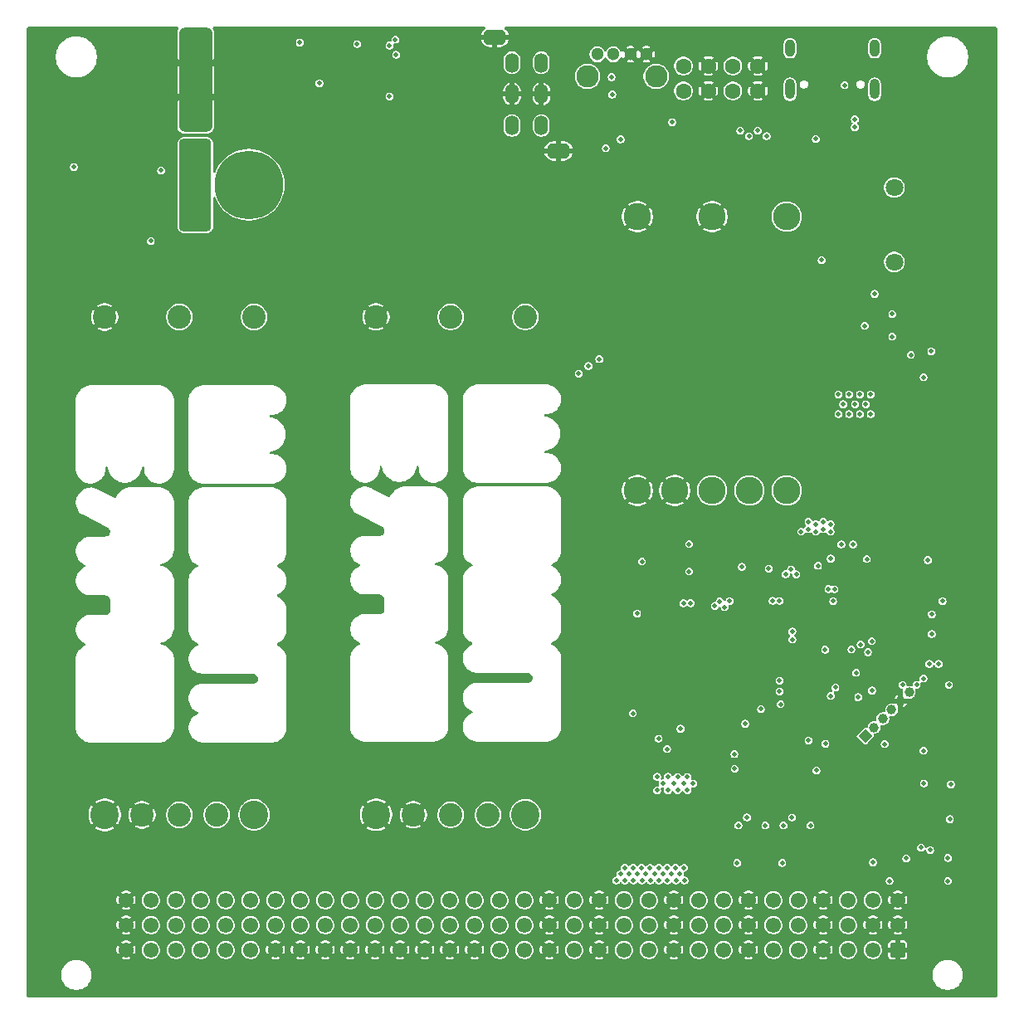
<source format=gbr>
%TF.GenerationSoftware,KiCad,Pcbnew,9.0.3*%
%TF.CreationDate,2025-10-01T00:39:15+02:00*%
%TF.ProjectId,PSU,5053552e-6b69-4636-9164-5f7063625858,0*%
%TF.SameCoordinates,Original*%
%TF.FileFunction,Copper,L2,Inr*%
%TF.FilePolarity,Positive*%
%FSLAX46Y46*%
G04 Gerber Fmt 4.6, Leading zero omitted, Abs format (unit mm)*
G04 Created by KiCad (PCBNEW 9.0.3) date 2025-10-01 00:39:15*
%MOMM*%
%LPD*%
G01*
G04 APERTURE LIST*
G04 Aperture macros list*
%AMRoundRect*
0 Rectangle with rounded corners*
0 $1 Rounding radius*
0 $2 $3 $4 $5 $6 $7 $8 $9 X,Y pos of 4 corners*
0 Add a 4 corners polygon primitive as box body*
4,1,4,$2,$3,$4,$5,$6,$7,$8,$9,$2,$3,0*
0 Add four circle primitives for the rounded corners*
1,1,$1+$1,$2,$3*
1,1,$1+$1,$4,$5*
1,1,$1+$1,$6,$7*
1,1,$1+$1,$8,$9*
0 Add four rect primitives between the rounded corners*
20,1,$1+$1,$2,$3,$4,$5,0*
20,1,$1+$1,$4,$5,$6,$7,0*
20,1,$1+$1,$6,$7,$8,$9,0*
20,1,$1+$1,$8,$9,$2,$3,0*%
%AMRotRect*
0 Rectangle, with rotation*
0 The origin of the aperture is its center*
0 $1 length*
0 $2 width*
0 $3 Rotation angle, in degrees counterclockwise*
0 Add horizontal line*
21,1,$1,$2,0,0,$3*%
G04 Aperture macros list end*
%TA.AperFunction,ComponentPad*%
%ADD10C,1.600000*%
%TD*%
%TA.AperFunction,ComponentPad*%
%ADD11C,2.400000*%
%TD*%
%TA.AperFunction,ComponentPad*%
%ADD12C,2.910000*%
%TD*%
%TA.AperFunction,ComponentPad*%
%ADD13O,1.400000X2.000000*%
%TD*%
%TA.AperFunction,ComponentPad*%
%ADD14O,2.500000X1.600000*%
%TD*%
%TA.AperFunction,ComponentPad*%
%ADD15C,2.780000*%
%TD*%
%TA.AperFunction,HeatsinkPad*%
%ADD16O,1.000000X2.100000*%
%TD*%
%TA.AperFunction,HeatsinkPad*%
%ADD17O,1.000000X1.800000*%
%TD*%
%TA.AperFunction,ComponentPad*%
%ADD18RoundRect,0.249999X0.525001X0.525001X-0.525001X0.525001X-0.525001X-0.525001X0.525001X-0.525001X0*%
%TD*%
%TA.AperFunction,ComponentPad*%
%ADD19C,1.550000*%
%TD*%
%TA.AperFunction,ComponentPad*%
%ADD20C,1.800000*%
%TD*%
%TA.AperFunction,ComponentPad*%
%ADD21RoundRect,0.495000X1.155000X-4.255000X1.155000X4.255000X-1.155000X4.255000X-1.155000X-4.255000X0*%
%TD*%
%TA.AperFunction,ComponentPad*%
%ADD22C,7.000000*%
%TD*%
%TA.AperFunction,ComponentPad*%
%ADD23RoundRect,0.505697X1.179959X-4.794303X1.179959X4.794303X-1.179959X4.794303X-1.179959X-4.794303X0*%
%TD*%
%TA.AperFunction,ComponentPad*%
%ADD24C,1.300000*%
%TD*%
%TA.AperFunction,ComponentPad*%
%ADD25C,2.286000*%
%TD*%
%TA.AperFunction,ComponentPad*%
%ADD26RotRect,1.000000X1.000000X315.000000*%
%TD*%
%TA.AperFunction,ComponentPad*%
%ADD27C,1.000000*%
%TD*%
%TA.AperFunction,ViaPad*%
%ADD28C,0.500000*%
%TD*%
G04 APERTURE END LIST*
D10*
%TO.N,Net-(LED300-Pad1)*%
%TO.C,LED300*%
X67493600Y95500001D03*
%TO.N,GND*%
X70033600Y95500001D03*
%TO.N,Net-(LED300-Pad3)*%
X67493600Y92960001D03*
%TO.N,GND*%
X70033600Y92960001D03*
%TD*%
D11*
%TO.N,/12V conveter + sensor/FUSE*%
%TO.C,IC402*%
X23680000Y69900000D03*
%TO.N,/12V conveter + sensor/ON{slash}OFF*%
X16060000Y69900000D03*
%TO.N,GND*%
X8440000Y69900000D03*
D12*
X8440000Y19100000D03*
D11*
X12250000Y19100000D03*
%TO.N,/12V conveter + sensor/TRIM*%
X16060000Y19100000D03*
%TO.N,+12V*%
X19870000Y19100000D03*
D12*
X23680000Y19100000D03*
%TD*%
D13*
%TO.N,/MCU/Power_Button_IN*%
%TO.C,SW401*%
X50000000Y89437500D03*
%TO.N,GND*%
X50000000Y92637500D03*
%TO.N,Net-(Q405-B)*%
X50000000Y95837500D03*
%TO.N,/MCU/Power_Button_IN*%
X53000000Y89437500D03*
%TO.N,GND*%
X53000000Y92637500D03*
%TO.N,Net-(Q405-B)*%
X53000000Y95837500D03*
D14*
%TO.N,GND*%
X54750000Y86837500D03*
X48250000Y98437500D03*
%TD*%
D11*
%TO.N,/??V converter + sensor/FUSE*%
%TO.C,IC405*%
X51365000Y69905000D03*
%TO.N,/??V converter + sensor/ON{slash}OFF*%
X43745000Y69905000D03*
%TO.N,GND*%
X36125000Y69905000D03*
D12*
X36125000Y19105000D03*
D11*
X39935000Y19105000D03*
%TO.N,/??V converter + sensor/TRIM*%
X43745000Y19105000D03*
%TO.N,+24V*%
X47555000Y19105000D03*
D12*
X51365000Y19105000D03*
%TD*%
D15*
%TO.N,/5V converter + sensor/BATTERY_FUSED*%
%TO.C,IC406*%
X78040000Y80140000D03*
%TO.N,GND*%
X70420000Y80140000D03*
X62800000Y80140000D03*
X62800000Y52200000D03*
X66610000Y52200000D03*
%TO.N,/5V converter + sensor/TRIM*%
X70420000Y52200000D03*
%TO.N,/5V converter + sensor/PreJumper*%
X74230000Y52200000D03*
X78040000Y52200000D03*
%TD*%
D16*
%TO.N,Net-(J800-SHIELD)*%
%TO.C,J800*%
X87000000Y93145001D03*
D17*
X87000000Y97325001D03*
D16*
X78360000Y93145001D03*
D17*
X78360000Y97325001D03*
%TD*%
D18*
%TO.N,GND*%
%TO.C,J200*%
X89370000Y5310001D03*
D19*
%TO.N,/Backplane/BACKPLANE.D+*%
X86830000Y5310001D03*
%TO.N,+5V_STDBY*%
X84290000Y5310001D03*
%TO.N,GND*%
X81750000Y5310001D03*
%TO.N,/Backplane/CAN1.+*%
X79210000Y5310001D03*
%TO.N,/Backplane/CAN1.-*%
X76670000Y5310001D03*
%TO.N,GND*%
X74130000Y5310001D03*
%TO.N,/Backplane/CAN2.+*%
X71590000Y5310001D03*
%TO.N,/Backplane/CAN2.-*%
X69050000Y5310001D03*
%TO.N,GND*%
X66510000Y5310001D03*
%TO.N,+12V*%
X63970000Y5310001D03*
X61430000Y5310001D03*
%TO.N,GND*%
X58890000Y5310001D03*
%TO.N,+24V*%
X56350000Y5310001D03*
%TO.N,GND*%
X53810000Y5310001D03*
%TO.N,+24V*%
X51270000Y5310001D03*
X48730000Y5310001D03*
%TO.N,GND*%
X46190000Y5310001D03*
X43650000Y5310001D03*
X41110000Y5310001D03*
X38570000Y5310001D03*
X36030000Y5310001D03*
X33490000Y5310001D03*
X30950000Y5310001D03*
X28410000Y5310001D03*
X25870000Y5310001D03*
%TO.N,+12V*%
X23330000Y5310001D03*
X20790000Y5310001D03*
X18250000Y5310001D03*
X15710000Y5310001D03*
X13170000Y5310001D03*
%TO.N,GND*%
X10630000Y5310001D03*
X89370000Y7850001D03*
X86830000Y7850001D03*
%TO.N,+5V_STDBY*%
X84290000Y7850001D03*
%TO.N,GND*%
X81750000Y7850001D03*
%TO.N,/Backplane/CAN1.+*%
X79210000Y7850001D03*
%TO.N,/Backplane/CAN1.-*%
X76670000Y7850001D03*
%TO.N,GND*%
X74130000Y7850001D03*
%TO.N,/Backplane/CAN2.+*%
X71590000Y7850001D03*
%TO.N,/Backplane/CAN2.-*%
X69050000Y7850001D03*
%TO.N,GND*%
X66510000Y7850001D03*
%TO.N,+12V*%
X63970000Y7850001D03*
X61430000Y7850001D03*
%TO.N,GND*%
X58890000Y7850001D03*
%TO.N,+24V*%
X56350000Y7850001D03*
%TO.N,GND*%
X53810000Y7850001D03*
%TO.N,/Backplane/GPIOC0*%
X51270000Y7850001D03*
%TO.N,/Backplane/GPIOC1*%
X48730000Y7850001D03*
%TO.N,/Backplane/GPIOC2*%
X46190000Y7850001D03*
%TO.N,/Backplane/GPIOC3*%
X43650000Y7850001D03*
%TO.N,/Backplane/GPIOC4*%
X41110000Y7850001D03*
%TO.N,/Backplane/GPIOC5*%
X38570000Y7850001D03*
%TO.N,/Backplane/GPIOC6*%
X36030000Y7850001D03*
%TO.N,/Backplane/GPIOC7*%
X33490000Y7850001D03*
%TO.N,/Backplane/GPIOC8*%
X30950000Y7850001D03*
%TO.N,/Backplane/GPIOC9*%
X28410000Y7850001D03*
%TO.N,/Backplane/GPIOC10*%
X25870000Y7850001D03*
%TO.N,/Backplane/GPIOC11*%
X23330000Y7850001D03*
%TO.N,/Backplane/GPIOC12*%
X20790000Y7850001D03*
%TO.N,/Backplane/GPIOC13*%
X18250000Y7850001D03*
%TO.N,/Backplane/GPIOC14*%
X15710000Y7850001D03*
%TO.N,/Backplane/GPIOC15*%
X13170000Y7850001D03*
%TO.N,GND*%
X10630000Y7850001D03*
X89370000Y10390001D03*
%TO.N,/Backplane/BACKPLANE.D-*%
X86830000Y10390001D03*
%TO.N,+5V_STDBY*%
X84290000Y10390001D03*
%TO.N,GND*%
X81750000Y10390001D03*
%TO.N,/Backplane/CAN1.+*%
X79210000Y10390001D03*
%TO.N,/Backplane/CAN1.-*%
X76670000Y10390001D03*
%TO.N,GND*%
X74130000Y10390001D03*
%TO.N,/Backplane/CAN2.+*%
X71590000Y10390001D03*
%TO.N,/Backplane/CAN2.-*%
X69050000Y10390001D03*
%TO.N,GND*%
X66510000Y10390001D03*
%TO.N,+12V*%
X63970000Y10390001D03*
X61430000Y10390001D03*
%TO.N,GND*%
X58890000Y10390001D03*
%TO.N,+24V*%
X56350000Y10390001D03*
%TO.N,GND*%
X53810000Y10390001D03*
%TO.N,/Backplane/GPIOR0*%
X51270000Y10390001D03*
%TO.N,/Backplane/GPIOR1*%
X48730000Y10390001D03*
%TO.N,/Backplane/GPIOR2*%
X46190000Y10390001D03*
%TO.N,/Backplane/GPIOR3*%
X43650000Y10390001D03*
%TO.N,/Backplane/GPIOR4*%
X41110000Y10390001D03*
%TO.N,/Backplane/GPIOR5*%
X38570000Y10390001D03*
%TO.N,/Backplane/GPIOR6*%
X36030000Y10390001D03*
%TO.N,/Backplane/GPIOR7*%
X33490000Y10390001D03*
%TO.N,/Backplane/GPIOR8*%
X30950000Y10390001D03*
%TO.N,/Backplane/GPIOR9*%
X28410000Y10390001D03*
%TO.N,/Backplane/GPIOR10*%
X25870000Y10390001D03*
%TO.N,/Backplane/GPIOR11*%
X23330000Y10390001D03*
%TO.N,/Backplane/GPIOR12*%
X20790000Y10390001D03*
%TO.N,/Backplane/GPIOR13*%
X18250000Y10390001D03*
%TO.N,/Backplane/GPIOR14*%
X15710000Y10390001D03*
%TO.N,/Backplane/GPIOR15*%
X13170000Y10390001D03*
%TO.N,GND*%
X10630000Y10390001D03*
%TD*%
D20*
%TO.N,Net-(BZ401-+)*%
%TO.C,BZ401*%
X89000000Y75500000D03*
%TO.N,Net-(BZ401--)*%
X89000000Y83100000D03*
%TD*%
D21*
%TO.N,Net-(IC403-IP+)*%
%TO.C,J400*%
X17700000Y83350000D03*
D22*
X23150000Y83400000D03*
D23*
%TO.N,GND*%
X17735656Y94100000D03*
%TD*%
D24*
%TO.N,GND*%
%TO.C,BTN400*%
X63709415Y96700838D03*
X62079415Y96700838D03*
%TO.N,/MCU/SWD.~{RST}*%
X60339415Y96700838D03*
%TO.N,/MCU/USR_BUTTON*%
X58709415Y96700838D03*
D25*
%TO.N,N/C*%
X64709415Y94450838D03*
X57709415Y94450838D03*
%TD*%
D10*
%TO.N,Net-(LED301-Pad1)*%
%TO.C,LED301*%
X72543600Y95500001D03*
%TO.N,GND*%
X75083600Y95500001D03*
%TO.N,Net-(LED301-Pad3)*%
X72543600Y92960001D03*
%TO.N,GND*%
X75083600Y92960001D03*
%TD*%
D26*
%TO.N,+3V3*%
%TO.C,J401*%
X86037520Y27121458D03*
D27*
%TO.N,/ST-LINK/DIO*%
X86935546Y28019484D03*
%TO.N,/ST-LINK/CLK*%
X87833571Y28917509D03*
%TO.N,/ST-LINK/STLINK-RST*%
X88731597Y29815535D03*
%TO.N,GND*%
X89629622Y30713560D03*
%TO.N,/ST-LINK/STLINK-BOOT0*%
X90527648Y31611586D03*
%TD*%
D28*
%TO.N,+3V3*%
X72975000Y14200000D03*
X60228400Y92600000D03*
X80250000Y49000000D03*
X81750000Y49000000D03*
X91980000Y25660001D03*
X62330000Y29460001D03*
X81955000Y35960001D03*
X90700000Y66035000D03*
X82500000Y48000000D03*
X73455000Y44410001D03*
X68072000Y43942000D03*
X63254000Y44958000D03*
X86200000Y45200000D03*
X68072000Y46736000D03*
X79500000Y48000000D03*
X81750000Y48250000D03*
X92680000Y15510001D03*
X92430000Y45110001D03*
X30350001Y93750000D03*
X92030000Y22310001D03*
X37500000Y92400000D03*
X81220000Y44520001D03*
X28350000Y97900000D03*
X94580000Y32362501D03*
X80255000Y26685001D03*
X76205000Y44235001D03*
X81000000Y88060001D03*
X82500000Y48750000D03*
X80250000Y48250000D03*
X81980000Y26357501D03*
X62763531Y39643576D03*
X86330000Y35710001D03*
X91980000Y33010001D03*
X84630000Y35985001D03*
X82895876Y42124124D03*
X64955000Y26885001D03*
X81000000Y48750000D03*
X77575000Y14200000D03*
X82770000Y40910001D03*
X82525000Y45250000D03*
X81000000Y48000000D03*
X75080000Y88910001D03*
X38175000Y96650000D03*
X82292040Y42145211D03*
%TO.N,GND*%
X60228400Y93500000D03*
X95060000Y9780000D03*
X90530000Y26323785D03*
X88980000Y16510001D03*
X87780136Y52953492D03*
X68072000Y44704000D03*
X33200000Y97250000D03*
X87880000Y16510001D03*
X76880000Y88910001D03*
X92980000Y25660001D03*
X83800856Y56856950D03*
X79756000Y42418000D03*
X57712283Y21812283D03*
X90955000Y21610001D03*
X87130136Y52953492D03*
X89314487Y56700408D03*
X74455000Y44410001D03*
X68072000Y45720000D03*
X72825000Y86700000D03*
X32900000Y98250000D03*
X81220000Y45420001D03*
X58500000Y39500000D03*
X72725000Y15650000D03*
X77205000Y44235001D03*
X81980000Y27357501D03*
X73155000Y45260001D03*
X63955000Y26885001D03*
X86974124Y41944124D03*
X87530000Y37760001D03*
X91780000Y35060001D03*
X79756000Y41402000D03*
X63480000Y32010001D03*
X83800856Y58106950D03*
X88980000Y15460001D03*
X92530000Y17360001D03*
X87580000Y44560001D03*
X76775000Y18000000D03*
X86480136Y52953492D03*
X11750000Y88150000D03*
X62855000Y28435001D03*
X60100000Y84900000D03*
X82830000Y36010001D03*
X80255000Y25685001D03*
X77780000Y88910001D03*
X91780000Y36160001D03*
X80300000Y89500000D03*
X93930000Y28460001D03*
X78680000Y88360001D03*
X35500000Y92415000D03*
X94580000Y31362501D03*
X32850000Y94750000D03*
X94730000Y17760001D03*
X83200000Y40000000D03*
X70358000Y43434000D03*
X92000000Y69000000D03*
X94930000Y15510001D03*
X63498898Y36850001D03*
X66750000Y86700000D03*
X86900000Y69015000D03*
X79575000Y18850000D03*
X65278000Y43180000D03*
X5250000Y88200000D03*
X79480000Y91610001D03*
X38175000Y95625000D03*
X89470000Y65485000D03*
X58550000Y17250000D03*
X90720000Y68565000D03*
X74975000Y18850000D03*
X90430000Y17560001D03*
X87880000Y15460001D03*
X13250000Y81100000D03*
X91730000Y14860001D03*
X87330000Y35710001D03*
X80875000Y15650000D03*
X92580000Y11860001D03*
X83800856Y57506950D03*
X85980000Y89260001D03*
X5250000Y82150000D03*
X85980000Y90060001D03*
X77455000Y45260001D03*
X84180000Y25960001D03*
X93330000Y19110001D03*
X83730000Y36010001D03*
X79380000Y24960001D03*
X94900000Y23300000D03*
X96080000Y11640000D03*
X92980000Y33010001D03*
X63500000Y41148000D03*
X78994000Y39878000D03*
X77325000Y15650000D03*
%TO.N,+5V*%
X84400000Y60000000D03*
X85000000Y61000000D03*
X65400000Y22300000D03*
X94780000Y22210001D03*
X73975000Y18850000D03*
X66900000Y23000000D03*
X87000000Y72250000D03*
X92000000Y63750000D03*
X67900000Y21600000D03*
X67900000Y23000000D03*
X85500000Y62000000D03*
X86100000Y61000000D03*
X86600000Y62000000D03*
X83300000Y60000000D03*
X93930000Y40910001D03*
X86600000Y60000000D03*
X85500000Y60000000D03*
X65900000Y21600000D03*
X67500000Y22300000D03*
X91730000Y15760000D03*
X64800000Y21600000D03*
X86830000Y14260001D03*
X64800000Y23000000D03*
X83300000Y62000000D03*
X84400000Y62000000D03*
X68500000Y22300000D03*
X65900000Y23000000D03*
X83800000Y61000000D03*
X66500000Y22300000D03*
X78575000Y18850000D03*
X66900000Y21600000D03*
%TO.N,/ST-LINK/LED*%
X85580000Y36485001D03*
X88030000Y26335001D03*
%TO.N,/USB/VBUS_IN*%
X84980000Y90060001D03*
X94680000Y18660001D03*
%TO.N,/MCU/USR_BUTTON*%
X76605000Y40935001D03*
X60168600Y94385799D03*
%TO.N,/MCU/SWD.~{RST}*%
X72205001Y40910001D03*
X79007238Y43640001D03*
X82530000Y31240001D03*
%TO.N,/12V conveter + sensor/ON-OFF0*%
X73800000Y28400000D03*
X72720000Y23800000D03*
%TO.N,/??V converter + sensor/ON{slash}OFF*%
X5300000Y85200000D03*
%TO.N,/Battery connector/ADS115{slash}RDY*%
X71200000Y40900000D03*
X58900000Y65600000D03*
X34200000Y97750000D03*
%TO.N,/CAN transceiver 1/CAN.TX*%
X80450000Y18025000D03*
X77300000Y32800000D03*
%TO.N,/CAN transceiver 1/CAN.RX*%
X77300000Y31700000D03*
X77700000Y18025000D03*
%TO.N,/CAN transceiver 2/CAN.TX*%
X75850000Y18025000D03*
X67205000Y27885001D03*
%TO.N,/CAN transceiver 2/CAN.RX*%
X65819838Y25826163D03*
X73100000Y18025000D03*
%TO.N,/USB/CC1*%
X83930000Y93560001D03*
X84980000Y89260001D03*
%TO.N,/MCU/USER_LED_1*%
X74180000Y88360001D03*
X78480000Y44160001D03*
%TO.N,/MCU/USER_LED_2*%
X77930000Y43660001D03*
X73280000Y88910001D03*
%TO.N,/MCU/STATUS_LED*%
X77305000Y40935001D03*
X75980000Y88360001D03*
%TO.N,+5V_STDBY*%
X64993750Y12410001D03*
X61518750Y12410001D03*
X66268750Y13060001D03*
X66731250Y12410001D03*
X61056250Y13060001D03*
X64531250Y13060001D03*
X62356250Y13710001D03*
X62793750Y13060001D03*
X64093750Y13710001D03*
X66700000Y13710001D03*
X65831250Y13710001D03*
X64962500Y13710001D03*
X65400000Y13060001D03*
X61487500Y13710001D03*
X63225000Y13710001D03*
X63662500Y13060001D03*
X67137500Y13060001D03*
X67568750Y13710001D03*
X63256250Y12410001D03*
X61925000Y13060001D03*
X60650000Y12410001D03*
X67600000Y12410001D03*
X62387500Y12410001D03*
X64125000Y12410001D03*
X65862500Y12410001D03*
%TO.N,/12V conveter + sensor/ON-OFF1*%
X13150000Y77650000D03*
X56810000Y64130000D03*
X75400000Y29900000D03*
%TO.N,/Battery connector/MASTER_ON*%
X71700000Y40300000D03*
X81600000Y75700000D03*
%TO.N,/12V conveter + sensor/ON-OFF2*%
X14200000Y84850000D03*
X77400000Y30400000D03*
X57800000Y64910000D03*
%TO.N,/5V converter + sensor/I2C.SCL*%
X38100000Y98200000D03*
X84800000Y46700000D03*
X78600000Y37000000D03*
X88800000Y67900000D03*
%TO.N,/5V converter + sensor/I2C.SDA*%
X78600000Y37800000D03*
X37500000Y97600000D03*
X88800000Y70200000D03*
X83600000Y46700000D03*
%TO.N,/MCU/Buzzer*%
X92780000Y66400000D03*
X70700000Y40425000D03*
%TO.N,/MCU/Power_Button_IN*%
X72700000Y25300000D03*
X86000000Y69000000D03*
%TO.N,/MCU/STLINK.RX*%
X86730000Y31785001D03*
X83000000Y32100000D03*
X92830000Y37560001D03*
X68230000Y40700000D03*
%TO.N,/MCU/STLINK.TX*%
X92830000Y39560001D03*
X67500000Y40700000D03*
X85105000Y33600000D03*
X86705000Y36835001D03*
%TO.N,Net-(D403-A)*%
X61075000Y88025000D03*
X66350000Y89775000D03*
%TO.N,Net-(Q405-B)*%
X59575000Y87125000D03*
%TO.N,Net-(U801-~{OE})*%
X94480000Y14710001D03*
X94480000Y12360001D03*
%TO.N,Net-(U700-PC14)*%
X89855000Y32360001D03*
X92580000Y34510001D03*
%TO.N,Net-(U700-PC13)*%
X91280000Y32380000D03*
X93530000Y34510001D03*
%TO.N,Net-(U700-PA5)*%
X85330000Y31110001D03*
X81055000Y23635001D03*
%TO.N,Net-(U302-PGANG)*%
X90230000Y14660001D03*
X88530000Y12360001D03*
%TD*%
%TA.AperFunction,Conductor*%
%TO.N,GND*%
G36*
X15944110Y99479815D02*
G01*
X15989865Y99427011D01*
X15999809Y99357853D01*
X15983188Y99311351D01*
X15907446Y99186059D01*
X15907444Y99186054D01*
X15856462Y99022448D01*
X15856460Y99022440D01*
X15850000Y98951339D01*
X15850000Y96245657D01*
X15869336Y96237648D01*
X15870417Y96238237D01*
X15940109Y96233253D01*
X15984456Y96204752D01*
X16900000Y95289208D01*
X16900000Y94582105D01*
X15850000Y95632105D01*
X15850000Y92567897D01*
X16900000Y93617897D01*
X16900000Y92910792D01*
X15984457Y91995249D01*
X15971347Y91988091D01*
X15961298Y91977039D01*
X15928852Y91963150D01*
X15850000Y91942035D01*
X15850000Y89248652D01*
X15856459Y89177564D01*
X15856461Y89177557D01*
X15907443Y89013950D01*
X15907446Y89013941D01*
X15996100Y88867289D01*
X15996103Y88867285D01*
X16117284Y88746104D01*
X16117288Y88746101D01*
X16263940Y88657447D01*
X16263946Y88657445D01*
X16427552Y88606463D01*
X16427560Y88606461D01*
X16498661Y88600001D01*
X18972659Y88600001D01*
X19043748Y88606460D01*
X19043755Y88606462D01*
X19207362Y88657444D01*
X19207371Y88657447D01*
X19354023Y88746101D01*
X19354027Y88746104D01*
X19475208Y88867285D01*
X19475211Y88867289D01*
X19563865Y89013941D01*
X19563867Y89013947D01*
X19614849Y89177553D01*
X19614851Y89177561D01*
X19621312Y89248662D01*
X19621312Y89821272D01*
X49149500Y89821272D01*
X49149500Y89053729D01*
X49182182Y88889426D01*
X49182184Y88889418D01*
X49246295Y88734640D01*
X49339373Y88595338D01*
X49457837Y88476874D01*
X49523190Y88433207D01*
X49597137Y88383797D01*
X49751918Y88319684D01*
X49916228Y88287001D01*
X49916232Y88287000D01*
X49916233Y88287000D01*
X50083768Y88287000D01*
X50083769Y88287001D01*
X50248082Y88319684D01*
X50402863Y88383797D01*
X50542162Y88476874D01*
X50660626Y88595338D01*
X50753703Y88734637D01*
X50817816Y88889418D01*
X50850500Y89053733D01*
X50850500Y89821267D01*
X50850499Y89821270D01*
X50850499Y89821272D01*
X52149500Y89821272D01*
X52149500Y89053729D01*
X52182182Y88889426D01*
X52182184Y88889418D01*
X52246295Y88734640D01*
X52339373Y88595338D01*
X52457837Y88476874D01*
X52523190Y88433207D01*
X52597137Y88383797D01*
X52751918Y88319684D01*
X52916228Y88287001D01*
X52916232Y88287000D01*
X52916233Y88287000D01*
X53083768Y88287000D01*
X53083769Y88287001D01*
X53248082Y88319684D01*
X53402863Y88383797D01*
X53542162Y88476874D01*
X53660626Y88595338D01*
X53753703Y88734637D01*
X53817816Y88889418D01*
X53832398Y88962728D01*
X72879500Y88962728D01*
X72879500Y88857274D01*
X72906793Y88755414D01*
X72959520Y88664088D01*
X73034087Y88589521D01*
X73125413Y88536794D01*
X73227273Y88509501D01*
X73227275Y88509501D01*
X73332725Y88509501D01*
X73332727Y88509501D01*
X73434587Y88536794D01*
X73525913Y88589521D01*
X73600480Y88664088D01*
X73653207Y88755414D01*
X73680500Y88857274D01*
X73680500Y88962728D01*
X74679500Y88962728D01*
X74679500Y88857274D01*
X74706793Y88755414D01*
X74759520Y88664088D01*
X74834087Y88589521D01*
X74925413Y88536794D01*
X75027273Y88509501D01*
X75027275Y88509501D01*
X75132725Y88509501D01*
X75132727Y88509501D01*
X75234587Y88536794D01*
X75325913Y88589521D01*
X75400480Y88664088D01*
X75453207Y88755414D01*
X75480500Y88857274D01*
X75480500Y88962728D01*
X75453207Y89064588D01*
X75400480Y89155914D01*
X75325913Y89230481D01*
X75234587Y89283208D01*
X75132727Y89310501D01*
X75027273Y89310501D01*
X74925413Y89283208D01*
X74925410Y89283207D01*
X74834085Y89230480D01*
X74759521Y89155916D01*
X74706794Y89064591D01*
X74706793Y89064588D01*
X74679500Y88962728D01*
X73680500Y88962728D01*
X73653207Y89064588D01*
X73600480Y89155914D01*
X73525913Y89230481D01*
X73434587Y89283208D01*
X73332727Y89310501D01*
X73227273Y89310501D01*
X73125413Y89283208D01*
X73125410Y89283207D01*
X73034085Y89230480D01*
X72959521Y89155916D01*
X72906794Y89064591D01*
X72906793Y89064588D01*
X72879500Y88962728D01*
X53832398Y88962728D01*
X53850500Y89053733D01*
X53850500Y89821267D01*
X53850500Y89821268D01*
X53850500Y89821270D01*
X53849216Y89827727D01*
X65949500Y89827727D01*
X65949500Y89722273D01*
X65976793Y89620413D01*
X66029520Y89529087D01*
X66104087Y89454520D01*
X66195413Y89401793D01*
X66297273Y89374500D01*
X66297275Y89374500D01*
X66402725Y89374500D01*
X66402727Y89374500D01*
X66504587Y89401793D01*
X66595913Y89454520D01*
X66670480Y89529087D01*
X66723207Y89620413D01*
X66750500Y89722273D01*
X66750500Y89827727D01*
X66723207Y89929587D01*
X66670480Y90020913D01*
X66595913Y90095480D01*
X66566039Y90112728D01*
X84579500Y90112728D01*
X84579500Y90007274D01*
X84606793Y89905414D01*
X84655375Y89821267D01*
X84659521Y89814087D01*
X84725926Y89747682D01*
X84759411Y89686359D01*
X84754427Y89616667D01*
X84725926Y89572320D01*
X84659521Y89505916D01*
X84606794Y89414591D01*
X84606793Y89414588D01*
X84579500Y89312728D01*
X84579500Y89207274D01*
X84606793Y89105414D01*
X84659520Y89014088D01*
X84734087Y88939521D01*
X84825413Y88886794D01*
X84927273Y88859501D01*
X84927275Y88859501D01*
X85032725Y88859501D01*
X85032727Y88859501D01*
X85134587Y88886794D01*
X85225913Y88939521D01*
X85300480Y89014088D01*
X85353207Y89105414D01*
X85380500Y89207274D01*
X85380500Y89312728D01*
X85353207Y89414588D01*
X85300480Y89505914D01*
X85234074Y89572320D01*
X85200589Y89633643D01*
X85205573Y89703335D01*
X85234074Y89747682D01*
X85252674Y89766282D01*
X85300480Y89814088D01*
X85353207Y89905414D01*
X85380500Y90007274D01*
X85380500Y90112728D01*
X85353207Y90214588D01*
X85300480Y90305914D01*
X85225913Y90380481D01*
X85134587Y90433208D01*
X85032727Y90460501D01*
X84927273Y90460501D01*
X84825413Y90433208D01*
X84825410Y90433207D01*
X84734085Y90380480D01*
X84659521Y90305916D01*
X84606794Y90214591D01*
X84606793Y90214588D01*
X84579500Y90112728D01*
X66566039Y90112728D01*
X66504587Y90148207D01*
X66402727Y90175500D01*
X66297273Y90175500D01*
X66195413Y90148207D01*
X66195410Y90148206D01*
X66104085Y90095479D01*
X66029521Y90020915D01*
X65976794Y89929590D01*
X65976793Y89929587D01*
X65949500Y89827727D01*
X53849216Y89827727D01*
X53817817Y89985575D01*
X53817816Y89985582D01*
X53753703Y90140363D01*
X53704105Y90214591D01*
X53660626Y90279663D01*
X53542162Y90398127D01*
X53402860Y90491205D01*
X53248082Y90555316D01*
X53248074Y90555318D01*
X53083771Y90588000D01*
X53083767Y90588000D01*
X52916233Y90588000D01*
X52916228Y90588000D01*
X52751925Y90555318D01*
X52751917Y90555316D01*
X52597139Y90491205D01*
X52457837Y90398127D01*
X52339373Y90279663D01*
X52246295Y90140361D01*
X52182184Y89985583D01*
X52182182Y89985575D01*
X52149500Y89821272D01*
X50850499Y89821272D01*
X50849215Y89827727D01*
X50817816Y89985582D01*
X50753703Y90140363D01*
X50704105Y90214591D01*
X50660626Y90279663D01*
X50542162Y90398127D01*
X50402860Y90491205D01*
X50248082Y90555316D01*
X50248074Y90555318D01*
X50083771Y90588000D01*
X50083767Y90588000D01*
X49916233Y90588000D01*
X49916228Y90588000D01*
X49751925Y90555318D01*
X49751917Y90555316D01*
X49597139Y90491205D01*
X49457837Y90398127D01*
X49339373Y90279663D01*
X49246295Y90140361D01*
X49182184Y89985583D01*
X49182182Y89985575D01*
X49149500Y89821272D01*
X19621312Y89821272D01*
X19621312Y89827359D01*
X19621311Y91954345D01*
X19601970Y91962356D01*
X19600889Y91961765D01*
X19531197Y91966751D01*
X19486853Y91995251D01*
X19029377Y92452727D01*
X37099500Y92452727D01*
X37099500Y92347273D01*
X37126793Y92245413D01*
X37179520Y92154087D01*
X37254087Y92079520D01*
X37345413Y92026793D01*
X37447273Y91999500D01*
X37447275Y91999500D01*
X37552725Y91999500D01*
X37552727Y91999500D01*
X37654587Y92026793D01*
X37745913Y92079520D01*
X37820480Y92154087D01*
X37873207Y92245413D01*
X37900500Y92347273D01*
X37900500Y92452727D01*
X37873207Y92554587D01*
X37820480Y92645913D01*
X37745913Y92720480D01*
X37654587Y92773207D01*
X37552727Y92800500D01*
X37447273Y92800500D01*
X37345413Y92773207D01*
X37345410Y92773206D01*
X37254085Y92720479D01*
X37179521Y92645915D01*
X37126794Y92554590D01*
X37126793Y92554587D01*
X37099500Y92452727D01*
X19029377Y92452727D01*
X18600000Y92882104D01*
X18600000Y93589207D01*
X19621310Y92567897D01*
X19621311Y92567898D01*
X19621311Y93026147D01*
X49100000Y93026147D01*
X49100000Y92887500D01*
X49600001Y92887500D01*
X49600001Y92387500D01*
X49100000Y92387500D01*
X49100000Y92248854D01*
X49134584Y92074988D01*
X49134586Y92074980D01*
X49202428Y91911193D01*
X49202433Y91911184D01*
X49300923Y91763784D01*
X49300926Y91763780D01*
X49426279Y91638427D01*
X49426283Y91638424D01*
X49573683Y91539934D01*
X49573693Y91539929D01*
X49737476Y91472088D01*
X49737483Y91472085D01*
X49750000Y91469596D01*
X49750000Y92021816D01*
X49754395Y92017421D01*
X49845606Y91964760D01*
X49947339Y91937501D01*
X50052661Y91937501D01*
X50154394Y91964760D01*
X50245605Y92017421D01*
X50250000Y92021816D01*
X50250000Y91469597D01*
X50262516Y91472085D01*
X50262523Y91472088D01*
X50426306Y91539929D01*
X50426316Y91539934D01*
X50573716Y91638424D01*
X50573720Y91638427D01*
X50699073Y91763780D01*
X50699076Y91763784D01*
X50797566Y91911184D01*
X50797571Y91911193D01*
X50865413Y92074980D01*
X50865415Y92074988D01*
X50899999Y92248854D01*
X50900000Y92248857D01*
X50900000Y92387500D01*
X50399999Y92387500D01*
X50399999Y92887500D01*
X50900000Y92887500D01*
X50900000Y93026143D01*
X50899999Y93026147D01*
X52100000Y93026147D01*
X52100000Y92887500D01*
X52600001Y92887500D01*
X52600001Y92387500D01*
X52100000Y92387500D01*
X52100000Y92248854D01*
X52134584Y92074988D01*
X52134586Y92074980D01*
X52202428Y91911193D01*
X52202433Y91911184D01*
X52300923Y91763784D01*
X52300926Y91763780D01*
X52426279Y91638427D01*
X52426283Y91638424D01*
X52573683Y91539934D01*
X52573693Y91539929D01*
X52737476Y91472088D01*
X52737483Y91472085D01*
X52750000Y91469596D01*
X52750000Y92021816D01*
X52754395Y92017421D01*
X52845606Y91964760D01*
X52947339Y91937501D01*
X53052661Y91937501D01*
X53154394Y91964760D01*
X53245605Y92017421D01*
X53250000Y92021816D01*
X53250000Y91469597D01*
X53262516Y91472085D01*
X53262523Y91472088D01*
X53426306Y91539929D01*
X53426316Y91539934D01*
X53573716Y91638424D01*
X53573720Y91638427D01*
X53699073Y91763780D01*
X53699076Y91763784D01*
X53797566Y91911184D01*
X53797571Y91911193D01*
X53865413Y92074980D01*
X53865415Y92074988D01*
X53899999Y92248854D01*
X53900000Y92248857D01*
X53900000Y92387500D01*
X53399999Y92387500D01*
X53399999Y92652727D01*
X59827900Y92652727D01*
X59827900Y92547273D01*
X59855193Y92445413D01*
X59907920Y92354087D01*
X59982487Y92279520D01*
X60073813Y92226793D01*
X60175673Y92199500D01*
X60175675Y92199500D01*
X60281125Y92199500D01*
X60281127Y92199500D01*
X60382987Y92226793D01*
X60474313Y92279520D01*
X60548880Y92354087D01*
X60601607Y92445413D01*
X60628900Y92547273D01*
X60628900Y92652727D01*
X60601607Y92754587D01*
X60548880Y92845913D01*
X60474313Y92920480D01*
X60382987Y92973207D01*
X60281127Y93000500D01*
X60175673Y93000500D01*
X60073813Y92973207D01*
X60073810Y92973206D01*
X59982485Y92920479D01*
X59907921Y92845915D01*
X59855194Y92754590D01*
X59855193Y92754587D01*
X59827900Y92652727D01*
X53399999Y92652727D01*
X53399999Y92887500D01*
X53900000Y92887500D01*
X53900000Y93026143D01*
X53899999Y93026147D01*
X53894534Y93053622D01*
X66543100Y93053622D01*
X66543100Y92866381D01*
X66579625Y92682758D01*
X66579627Y92682750D01*
X66651276Y92509773D01*
X66651281Y92509764D01*
X66755297Y92354094D01*
X66755300Y92354090D01*
X66887688Y92221702D01*
X66887692Y92221699D01*
X67043362Y92117683D01*
X67043368Y92117680D01*
X67043369Y92117679D01*
X67216349Y92046028D01*
X67399979Y92009502D01*
X67399983Y92009501D01*
X67399984Y92009501D01*
X67587217Y92009501D01*
X67587218Y92009502D01*
X67770851Y92046028D01*
X67943831Y92117679D01*
X68099508Y92221699D01*
X68099511Y92221702D01*
X68109130Y92231320D01*
X68231899Y92354090D01*
X68231902Y92354093D01*
X68335922Y92509770D01*
X68407573Y92682750D01*
X68444100Y92866385D01*
X68444100Y93053617D01*
X68443129Y93058497D01*
X69033600Y93058497D01*
X69033600Y92861506D01*
X69072027Y92668320D01*
X69072030Y92668308D01*
X69147408Y92486328D01*
X69147409Y92486326D01*
X69171025Y92450982D01*
X69550637Y92830593D01*
X69567675Y92767008D01*
X69633501Y92652994D01*
X69726593Y92559902D01*
X69840607Y92494076D01*
X69904190Y92477039D01*
X69524579Y92097429D01*
X69559928Y92073809D01*
X69741906Y91998432D01*
X69741918Y91998429D01*
X69935104Y91960002D01*
X69935108Y91960001D01*
X70132092Y91960001D01*
X70132095Y91960002D01*
X70325281Y91998429D01*
X70325293Y91998432D01*
X70507276Y92073811D01*
X70507280Y92073814D01*
X70542619Y92097428D01*
X70542620Y92097429D01*
X70163010Y92477039D01*
X70226593Y92494076D01*
X70340607Y92559902D01*
X70433699Y92652994D01*
X70499525Y92767008D01*
X70516562Y92830592D01*
X70896172Y92450981D01*
X70896173Y92450982D01*
X70919787Y92486321D01*
X70919790Y92486325D01*
X70995169Y92668308D01*
X70995172Y92668320D01*
X71033599Y92861506D01*
X71033600Y92861509D01*
X71033600Y93053622D01*
X71593100Y93053622D01*
X71593100Y92866381D01*
X71629625Y92682758D01*
X71629627Y92682750D01*
X71701276Y92509773D01*
X71701281Y92509764D01*
X71805297Y92354094D01*
X71805300Y92354090D01*
X71937688Y92221702D01*
X71937692Y92221699D01*
X72093362Y92117683D01*
X72093368Y92117680D01*
X72093369Y92117679D01*
X72266349Y92046028D01*
X72449979Y92009502D01*
X72449983Y92009501D01*
X72449984Y92009501D01*
X72637217Y92009501D01*
X72637218Y92009502D01*
X72820851Y92046028D01*
X72993831Y92117679D01*
X73149508Y92221699D01*
X73149511Y92221702D01*
X73159130Y92231320D01*
X73281899Y92354090D01*
X73281902Y92354093D01*
X73385922Y92509770D01*
X73457573Y92682750D01*
X73494100Y92866385D01*
X73494100Y93053617D01*
X73493129Y93058497D01*
X74083600Y93058497D01*
X74083600Y92861506D01*
X74122027Y92668320D01*
X74122030Y92668308D01*
X74197408Y92486328D01*
X74197409Y92486326D01*
X74221025Y92450982D01*
X74600637Y92830593D01*
X74617675Y92767008D01*
X74683501Y92652994D01*
X74776593Y92559902D01*
X74890607Y92494076D01*
X74954190Y92477039D01*
X74574579Y92097429D01*
X74609928Y92073809D01*
X74791906Y91998432D01*
X74791918Y91998429D01*
X74985104Y91960002D01*
X74985108Y91960001D01*
X75182092Y91960001D01*
X75182095Y91960002D01*
X75375281Y91998429D01*
X75375293Y91998432D01*
X75557276Y92073811D01*
X75557280Y92073814D01*
X75592619Y92097428D01*
X75592620Y92097429D01*
X75213010Y92477039D01*
X75276593Y92494076D01*
X75390607Y92559902D01*
X75483699Y92652994D01*
X75549525Y92767008D01*
X75566562Y92830592D01*
X75946172Y92450981D01*
X75946173Y92450982D01*
X75969787Y92486321D01*
X75969790Y92486325D01*
X75988266Y92530930D01*
X77709499Y92530930D01*
X77734497Y92405263D01*
X77734499Y92405257D01*
X77783533Y92286877D01*
X77783538Y92286868D01*
X77854723Y92180333D01*
X77854726Y92180329D01*
X77945327Y92089728D01*
X77945331Y92089725D01*
X78051866Y92018540D01*
X78051875Y92018535D01*
X78073683Y92009502D01*
X78170256Y91969500D01*
X78170260Y91969500D01*
X78170261Y91969499D01*
X78295928Y91944501D01*
X78295931Y91944501D01*
X78424071Y91944501D01*
X78535924Y91966751D01*
X78549744Y91969500D01*
X78668127Y92018536D01*
X78774669Y92089725D01*
X78865276Y92180332D01*
X78936465Y92286874D01*
X78985501Y92405257D01*
X79001627Y92486326D01*
X79010500Y92530930D01*
X86349499Y92530930D01*
X86374497Y92405263D01*
X86374499Y92405257D01*
X86423533Y92286877D01*
X86423538Y92286868D01*
X86494723Y92180333D01*
X86494726Y92180329D01*
X86585327Y92089728D01*
X86585331Y92089725D01*
X86691866Y92018540D01*
X86691875Y92018535D01*
X86713683Y92009502D01*
X86810256Y91969500D01*
X86810260Y91969500D01*
X86810261Y91969499D01*
X86935928Y91944501D01*
X86935931Y91944501D01*
X87064071Y91944501D01*
X87175924Y91966751D01*
X87189744Y91969500D01*
X87308127Y92018536D01*
X87414669Y92089725D01*
X87505276Y92180332D01*
X87576465Y92286874D01*
X87625501Y92405257D01*
X87641627Y92486326D01*
X87650500Y92530930D01*
X87650500Y93759073D01*
X87625502Y93884740D01*
X87625501Y93884741D01*
X87625501Y93884745D01*
X87576465Y94003128D01*
X87576464Y94003129D01*
X87576461Y94003135D01*
X87505276Y94109670D01*
X87505273Y94109674D01*
X87414672Y94200275D01*
X87414668Y94200278D01*
X87308133Y94271463D01*
X87308124Y94271468D01*
X87189744Y94320502D01*
X87189738Y94320504D01*
X87064071Y94345501D01*
X87064069Y94345501D01*
X86935931Y94345501D01*
X86935929Y94345501D01*
X86810261Y94320504D01*
X86810255Y94320502D01*
X86691875Y94271468D01*
X86691866Y94271463D01*
X86585331Y94200278D01*
X86585327Y94200275D01*
X86494726Y94109674D01*
X86494723Y94109670D01*
X86423538Y94003135D01*
X86423533Y94003126D01*
X86374499Y93884746D01*
X86374497Y93884740D01*
X86349500Y93759073D01*
X86349500Y93759070D01*
X86349500Y92530932D01*
X86349500Y92530930D01*
X86349499Y92530930D01*
X79010500Y92530930D01*
X79010500Y93701019D01*
X79364500Y93701019D01*
X79364500Y93588983D01*
X79386394Y93507275D01*
X79393497Y93480765D01*
X79393498Y93480762D01*
X79412169Y93448422D01*
X79449515Y93383738D01*
X79528737Y93304516D01*
X79625763Y93248498D01*
X79733982Y93219501D01*
X79733984Y93219501D01*
X79846016Y93219501D01*
X79846018Y93219501D01*
X79954237Y93248498D01*
X80051263Y93304516D01*
X80130485Y93383738D01*
X80186503Y93480764D01*
X80215500Y93588983D01*
X80215500Y93612728D01*
X83529500Y93612728D01*
X83529500Y93507274D01*
X83556793Y93405414D01*
X83609520Y93314088D01*
X83684087Y93239521D01*
X83775413Y93186794D01*
X83877273Y93159501D01*
X83877275Y93159501D01*
X83982725Y93159501D01*
X83982727Y93159501D01*
X84084587Y93186794D01*
X84175913Y93239521D01*
X84250480Y93314088D01*
X84303207Y93405414D01*
X84330500Y93507274D01*
X84330500Y93612728D01*
X84306843Y93701019D01*
X85144500Y93701019D01*
X85144500Y93588983D01*
X85166394Y93507275D01*
X85173497Y93480765D01*
X85173498Y93480762D01*
X85192169Y93448422D01*
X85229515Y93383738D01*
X85308737Y93304516D01*
X85405763Y93248498D01*
X85513982Y93219501D01*
X85513984Y93219501D01*
X85626016Y93219501D01*
X85626018Y93219501D01*
X85734237Y93248498D01*
X85831263Y93304516D01*
X85910485Y93383738D01*
X85966503Y93480764D01*
X85995500Y93588983D01*
X85995500Y93701019D01*
X85966503Y93809238D01*
X85910485Y93906264D01*
X85831263Y93985486D01*
X85734237Y94041504D01*
X85626018Y94070501D01*
X85513982Y94070501D01*
X85405763Y94041504D01*
X85405760Y94041503D01*
X85308740Y93985488D01*
X85308734Y93985484D01*
X85229517Y93906267D01*
X85229513Y93906261D01*
X85173498Y93809241D01*
X85173497Y93809238D01*
X85144500Y93701019D01*
X84306843Y93701019D01*
X84303207Y93714588D01*
X84250480Y93805914D01*
X84175913Y93880481D01*
X84084587Y93933208D01*
X83982727Y93960501D01*
X83877273Y93960501D01*
X83775413Y93933208D01*
X83775410Y93933207D01*
X83684085Y93880480D01*
X83609521Y93805916D01*
X83556794Y93714591D01*
X83556793Y93714588D01*
X83529500Y93612728D01*
X80215500Y93612728D01*
X80215500Y93701019D01*
X80186503Y93809238D01*
X80130485Y93906264D01*
X80051263Y93985486D01*
X79954237Y94041504D01*
X79846018Y94070501D01*
X79733982Y94070501D01*
X79625763Y94041504D01*
X79625760Y94041503D01*
X79528740Y93985488D01*
X79528734Y93985484D01*
X79449517Y93906267D01*
X79449513Y93906261D01*
X79393498Y93809241D01*
X79393497Y93809238D01*
X79364500Y93701019D01*
X79010500Y93701019D01*
X79010500Y93759073D01*
X78985502Y93884740D01*
X78985501Y93884741D01*
X78985501Y93884745D01*
X78936465Y94003128D01*
X78936464Y94003129D01*
X78936461Y94003135D01*
X78865276Y94109670D01*
X78865273Y94109674D01*
X78774672Y94200275D01*
X78774668Y94200278D01*
X78668133Y94271463D01*
X78668124Y94271468D01*
X78549744Y94320502D01*
X78549738Y94320504D01*
X78424071Y94345501D01*
X78424069Y94345501D01*
X78295931Y94345501D01*
X78295929Y94345501D01*
X78170261Y94320504D01*
X78170255Y94320502D01*
X78051875Y94271468D01*
X78051866Y94271463D01*
X77945331Y94200278D01*
X77945327Y94200275D01*
X77854726Y94109674D01*
X77854723Y94109670D01*
X77783538Y94003135D01*
X77783533Y94003126D01*
X77734499Y93884746D01*
X77734497Y93884740D01*
X77709500Y93759073D01*
X77709500Y93759070D01*
X77709500Y92530932D01*
X77709500Y92530930D01*
X77709499Y92530930D01*
X75988266Y92530930D01*
X76045169Y92668308D01*
X76045172Y92668320D01*
X76083599Y92861506D01*
X76083600Y92861509D01*
X76083600Y93058493D01*
X76083599Y93058497D01*
X76045172Y93251683D01*
X76045169Y93251695D01*
X75969792Y93433673D01*
X75946172Y93469022D01*
X75566562Y93089412D01*
X75549525Y93152994D01*
X75483699Y93267008D01*
X75390607Y93360100D01*
X75276593Y93425926D01*
X75213009Y93442964D01*
X75592620Y93822575D01*
X75557275Y93846192D01*
X75557273Y93846193D01*
X75375293Y93921571D01*
X75375281Y93921574D01*
X75182095Y93960001D01*
X74985104Y93960001D01*
X74791918Y93921574D01*
X74791910Y93921572D01*
X74609925Y93846192D01*
X74609918Y93846188D01*
X74574579Y93822575D01*
X74574578Y93822575D01*
X74954190Y93442964D01*
X74890607Y93425926D01*
X74776593Y93360100D01*
X74683501Y93267008D01*
X74617675Y93152994D01*
X74600637Y93089411D01*
X74221026Y93469023D01*
X74221026Y93469022D01*
X74197413Y93433683D01*
X74197409Y93433676D01*
X74122029Y93251691D01*
X74122027Y93251683D01*
X74083600Y93058497D01*
X73493129Y93058497D01*
X73457573Y93237252D01*
X73385922Y93410232D01*
X73385921Y93410233D01*
X73385918Y93410239D01*
X73281902Y93565909D01*
X73281899Y93565913D01*
X73149511Y93698301D01*
X73149507Y93698304D01*
X72993837Y93802320D01*
X72993828Y93802325D01*
X72820851Y93873974D01*
X72820843Y93873976D01*
X72637220Y93910501D01*
X72637216Y93910501D01*
X72449984Y93910501D01*
X72449979Y93910501D01*
X72266356Y93873976D01*
X72266348Y93873974D01*
X72093371Y93802325D01*
X72093362Y93802320D01*
X71937692Y93698304D01*
X71937688Y93698301D01*
X71805300Y93565913D01*
X71805297Y93565909D01*
X71701281Y93410239D01*
X71701276Y93410230D01*
X71629627Y93237253D01*
X71629625Y93237245D01*
X71593100Y93053622D01*
X71033600Y93053622D01*
X71033600Y93058493D01*
X71033599Y93058497D01*
X70995172Y93251683D01*
X70995169Y93251695D01*
X70919792Y93433673D01*
X70896172Y93469022D01*
X70516562Y93089412D01*
X70499525Y93152994D01*
X70433699Y93267008D01*
X70340607Y93360100D01*
X70226593Y93425926D01*
X70163009Y93442964D01*
X70542620Y93822575D01*
X70507275Y93846192D01*
X70507273Y93846193D01*
X70325293Y93921571D01*
X70325281Y93921574D01*
X70132095Y93960001D01*
X69935104Y93960001D01*
X69741918Y93921574D01*
X69741910Y93921572D01*
X69559925Y93846192D01*
X69559918Y93846188D01*
X69524579Y93822575D01*
X69524578Y93822575D01*
X69904190Y93442964D01*
X69840607Y93425926D01*
X69726593Y93360100D01*
X69633501Y93267008D01*
X69567675Y93152994D01*
X69550637Y93089411D01*
X69171026Y93469023D01*
X69171026Y93469022D01*
X69147413Y93433683D01*
X69147409Y93433676D01*
X69072029Y93251691D01*
X69072027Y93251683D01*
X69033600Y93058497D01*
X68443129Y93058497D01*
X68407573Y93237252D01*
X68335922Y93410232D01*
X68335921Y93410233D01*
X68335918Y93410239D01*
X68231902Y93565909D01*
X68231899Y93565913D01*
X68099511Y93698301D01*
X68099507Y93698304D01*
X67943837Y93802320D01*
X67943828Y93802325D01*
X67770851Y93873974D01*
X67770843Y93873976D01*
X67587220Y93910501D01*
X67587216Y93910501D01*
X67399984Y93910501D01*
X67399979Y93910501D01*
X67216356Y93873976D01*
X67216348Y93873974D01*
X67043371Y93802325D01*
X67043362Y93802320D01*
X66887692Y93698304D01*
X66887688Y93698301D01*
X66755300Y93565913D01*
X66755297Y93565909D01*
X66651281Y93410239D01*
X66651276Y93410230D01*
X66579627Y93237253D01*
X66579625Y93237245D01*
X66543100Y93053622D01*
X53894534Y93053622D01*
X53865415Y93200013D01*
X53865413Y93200021D01*
X53797571Y93363808D01*
X53797566Y93363817D01*
X53699076Y93511217D01*
X53699073Y93511221D01*
X53573720Y93636574D01*
X53573716Y93636577D01*
X53426316Y93735067D01*
X53426307Y93735072D01*
X53262519Y93802915D01*
X53250000Y93805406D01*
X53250000Y93253184D01*
X53245605Y93257579D01*
X53154394Y93310240D01*
X53052661Y93337499D01*
X52947339Y93337499D01*
X52845606Y93310240D01*
X52754395Y93257579D01*
X52750000Y93253184D01*
X52750000Y93805405D01*
X52749999Y93805406D01*
X52737480Y93802915D01*
X52573692Y93735072D01*
X52573683Y93735067D01*
X52426283Y93636577D01*
X52426279Y93636574D01*
X52300926Y93511221D01*
X52300923Y93511217D01*
X52202433Y93363817D01*
X52202428Y93363808D01*
X52134586Y93200021D01*
X52134584Y93200013D01*
X52100000Y93026147D01*
X50899999Y93026147D01*
X50865415Y93200013D01*
X50865413Y93200021D01*
X50797571Y93363808D01*
X50797566Y93363817D01*
X50699076Y93511217D01*
X50699073Y93511221D01*
X50573720Y93636574D01*
X50573716Y93636577D01*
X50426316Y93735067D01*
X50426307Y93735072D01*
X50262519Y93802915D01*
X50250000Y93805406D01*
X50250000Y93253184D01*
X50245605Y93257579D01*
X50154394Y93310240D01*
X50052661Y93337499D01*
X49947339Y93337499D01*
X49845606Y93310240D01*
X49754395Y93257579D01*
X49750000Y93253184D01*
X49750000Y93805405D01*
X49749999Y93805406D01*
X49737480Y93802915D01*
X49573692Y93735072D01*
X49573683Y93735067D01*
X49426283Y93636577D01*
X49426279Y93636574D01*
X49300926Y93511221D01*
X49300923Y93511217D01*
X49202433Y93363817D01*
X49202428Y93363808D01*
X49134586Y93200021D01*
X49134584Y93200013D01*
X49100000Y93026147D01*
X19621311Y93026147D01*
X19621311Y93802727D01*
X29949501Y93802727D01*
X29949501Y93697273D01*
X29976794Y93595413D01*
X30029521Y93504087D01*
X30104088Y93429520D01*
X30195414Y93376793D01*
X30297274Y93349500D01*
X30297276Y93349500D01*
X30402726Y93349500D01*
X30402728Y93349500D01*
X30504588Y93376793D01*
X30595914Y93429520D01*
X30670481Y93504087D01*
X30723208Y93595413D01*
X30750501Y93697273D01*
X30750501Y93802727D01*
X30723208Y93904587D01*
X30670481Y93995913D01*
X30595914Y94070480D01*
X30504588Y94123207D01*
X30402728Y94150500D01*
X30297274Y94150500D01*
X30195414Y94123207D01*
X30195411Y94123206D01*
X30104086Y94070479D01*
X30029522Y93995915D01*
X29976795Y93904590D01*
X29976794Y93904587D01*
X29949501Y93802727D01*
X19621311Y93802727D01*
X19621311Y94552645D01*
X56415915Y94552645D01*
X56415915Y94349032D01*
X56447765Y94147942D01*
X56510679Y93954309D01*
X56510680Y93954306D01*
X56587914Y93802727D01*
X56603114Y93772896D01*
X56722788Y93608179D01*
X56866756Y93464211D01*
X57031473Y93344537D01*
X57092279Y93313555D01*
X57212882Y93252104D01*
X57212885Y93252103D01*
X57309701Y93220646D01*
X57406520Y93189188D01*
X57499655Y93174437D01*
X57607609Y93157338D01*
X57607614Y93157338D01*
X57811221Y93157338D01*
X57908707Y93172779D01*
X58012310Y93189188D01*
X58205947Y93252104D01*
X58387357Y93344537D01*
X58552074Y93464211D01*
X58696042Y93608179D01*
X58815716Y93772896D01*
X58908149Y93954306D01*
X58971065Y94147943D01*
X58990629Y94271466D01*
X59002915Y94349032D01*
X59002915Y94438526D01*
X59768100Y94438526D01*
X59768100Y94333072D01*
X59795393Y94231212D01*
X59848120Y94139886D01*
X59922687Y94065319D01*
X60014013Y94012592D01*
X60115873Y93985299D01*
X60115875Y93985299D01*
X60221325Y93985299D01*
X60221327Y93985299D01*
X60323187Y94012592D01*
X60414513Y94065319D01*
X60489080Y94139886D01*
X60541807Y94231212D01*
X60569100Y94333072D01*
X60569100Y94438526D01*
X60541807Y94540386D01*
X60534729Y94552645D01*
X63415915Y94552645D01*
X63415915Y94349032D01*
X63447765Y94147942D01*
X63510679Y93954309D01*
X63510680Y93954306D01*
X63587914Y93802727D01*
X63603114Y93772896D01*
X63722788Y93608179D01*
X63866756Y93464211D01*
X64031473Y93344537D01*
X64092279Y93313555D01*
X64212882Y93252104D01*
X64212885Y93252103D01*
X64309701Y93220646D01*
X64406520Y93189188D01*
X64499655Y93174437D01*
X64607609Y93157338D01*
X64607614Y93157338D01*
X64811221Y93157338D01*
X64968078Y93182182D01*
X65012311Y93189188D01*
X65205944Y93252103D01*
X65205947Y93252104D01*
X65216692Y93257579D01*
X65387357Y93344537D01*
X65552074Y93464211D01*
X65696042Y93608179D01*
X65815716Y93772896D01*
X65908149Y93954306D01*
X65971065Y94147943D01*
X65990629Y94271466D01*
X66002915Y94349032D01*
X66002915Y94552645D01*
X65976458Y94719683D01*
X65971065Y94753733D01*
X65908149Y94947370D01*
X65908149Y94947371D01*
X65815715Y95128781D01*
X65696042Y95293497D01*
X65552074Y95437465D01*
X65387357Y95557139D01*
X65370306Y95565827D01*
X65315756Y95593622D01*
X66543100Y95593622D01*
X66543100Y95406381D01*
X66579625Y95222758D01*
X66579627Y95222750D01*
X66651276Y95049773D01*
X66651281Y95049764D01*
X66755297Y94894094D01*
X66755300Y94894090D01*
X66887688Y94761702D01*
X66887692Y94761699D01*
X67043362Y94657683D01*
X67043368Y94657680D01*
X67043369Y94657679D01*
X67216349Y94586028D01*
X67387039Y94552076D01*
X67399979Y94549502D01*
X67399983Y94549501D01*
X67399984Y94549501D01*
X67587217Y94549501D01*
X67587218Y94549502D01*
X67770851Y94586028D01*
X67943831Y94657679D01*
X68099508Y94761699D01*
X68099511Y94761702D01*
X68109130Y94771320D01*
X68231899Y94894090D01*
X68231902Y94894093D01*
X68335922Y95049770D01*
X68407573Y95222750D01*
X68444100Y95406385D01*
X68444100Y95593617D01*
X68443129Y95598497D01*
X69033600Y95598497D01*
X69033600Y95401506D01*
X69072027Y95208320D01*
X69072030Y95208308D01*
X69147408Y95026328D01*
X69147409Y95026326D01*
X69171025Y94990982D01*
X69550637Y95370593D01*
X69567675Y95307008D01*
X69633501Y95192994D01*
X69726593Y95099902D01*
X69840607Y95034076D01*
X69904190Y95017039D01*
X69524579Y94637429D01*
X69559928Y94613809D01*
X69741906Y94538432D01*
X69741918Y94538429D01*
X69935104Y94500002D01*
X69935108Y94500001D01*
X70132092Y94500001D01*
X70132095Y94500002D01*
X70325281Y94538429D01*
X70325293Y94538432D01*
X70507276Y94613811D01*
X70507280Y94613814D01*
X70542619Y94637428D01*
X70542620Y94637429D01*
X70163010Y95017039D01*
X70226593Y95034076D01*
X70340607Y95099902D01*
X70433699Y95192994D01*
X70499525Y95307008D01*
X70516562Y95370592D01*
X70896172Y94990981D01*
X70896173Y94990982D01*
X70919787Y95026321D01*
X70919790Y95026325D01*
X70995169Y95208308D01*
X70995172Y95208320D01*
X71033599Y95401506D01*
X71033600Y95401509D01*
X71033600Y95593622D01*
X71593100Y95593622D01*
X71593100Y95406381D01*
X71629625Y95222758D01*
X71629627Y95222750D01*
X71701276Y95049773D01*
X71701281Y95049764D01*
X71805297Y94894094D01*
X71805300Y94894090D01*
X71937688Y94761702D01*
X71937692Y94761699D01*
X72093362Y94657683D01*
X72093368Y94657680D01*
X72093369Y94657679D01*
X72266349Y94586028D01*
X72437039Y94552076D01*
X72449979Y94549502D01*
X72449983Y94549501D01*
X72449984Y94549501D01*
X72637217Y94549501D01*
X72637218Y94549502D01*
X72820851Y94586028D01*
X72993831Y94657679D01*
X73149508Y94761699D01*
X73149511Y94761702D01*
X73159130Y94771320D01*
X73281899Y94894090D01*
X73281902Y94894093D01*
X73385922Y95049770D01*
X73457573Y95222750D01*
X73494100Y95406385D01*
X73494100Y95593617D01*
X73493129Y95598497D01*
X74083600Y95598497D01*
X74083600Y95401506D01*
X74122027Y95208320D01*
X74122030Y95208308D01*
X74197408Y95026328D01*
X74197409Y95026326D01*
X74221025Y94990982D01*
X74600637Y95370593D01*
X74617675Y95307008D01*
X74683501Y95192994D01*
X74776593Y95099902D01*
X74890607Y95034076D01*
X74954190Y95017039D01*
X74574579Y94637429D01*
X74609928Y94613809D01*
X74791906Y94538432D01*
X74791918Y94538429D01*
X74985104Y94500002D01*
X74985108Y94500001D01*
X75182092Y94500001D01*
X75182095Y94500002D01*
X75375281Y94538429D01*
X75375293Y94538432D01*
X75557276Y94613811D01*
X75557280Y94613814D01*
X75592619Y94637428D01*
X75592620Y94637429D01*
X75213010Y95017039D01*
X75276593Y95034076D01*
X75390607Y95099902D01*
X75483699Y95192994D01*
X75549525Y95307008D01*
X75566562Y95370592D01*
X75946172Y94990981D01*
X75946173Y94990982D01*
X75969787Y95026321D01*
X75969790Y95026325D01*
X76045169Y95208308D01*
X76045172Y95208320D01*
X76083599Y95401506D01*
X76083600Y95401509D01*
X76083600Y95598493D01*
X76083599Y95598497D01*
X76045172Y95791683D01*
X76045169Y95791695D01*
X75969792Y95973673D01*
X75946172Y96009022D01*
X75566562Y95629412D01*
X75549525Y95692994D01*
X75483699Y95807008D01*
X75390607Y95900100D01*
X75276593Y95965926D01*
X75213009Y95982964D01*
X75592620Y96362575D01*
X75557275Y96386192D01*
X75557273Y96386193D01*
X75375293Y96461571D01*
X75375281Y96461574D01*
X75182095Y96500001D01*
X74985104Y96500001D01*
X74791918Y96461574D01*
X74791910Y96461572D01*
X74609925Y96386192D01*
X74609918Y96386188D01*
X74574579Y96362575D01*
X74574578Y96362575D01*
X74954190Y95982964D01*
X74890607Y95965926D01*
X74776593Y95900100D01*
X74683501Y95807008D01*
X74617675Y95692994D01*
X74600637Y95629411D01*
X74221026Y96009023D01*
X74221026Y96009022D01*
X74197413Y95973683D01*
X74197409Y95973676D01*
X74122029Y95791691D01*
X74122027Y95791683D01*
X74083600Y95598497D01*
X73493129Y95598497D01*
X73457573Y95777252D01*
X73385922Y95950232D01*
X73385921Y95950233D01*
X73385918Y95950239D01*
X73281902Y96105909D01*
X73281899Y96105913D01*
X73149511Y96238301D01*
X73149507Y96238304D01*
X72993837Y96342320D01*
X72993828Y96342325D01*
X72820851Y96413974D01*
X72820843Y96413976D01*
X72637220Y96450501D01*
X72637216Y96450501D01*
X72449984Y96450501D01*
X72449979Y96450501D01*
X72266356Y96413976D01*
X72266348Y96413974D01*
X72093371Y96342325D01*
X72093362Y96342320D01*
X71937692Y96238304D01*
X71937688Y96238301D01*
X71805300Y96105913D01*
X71805297Y96105909D01*
X71701281Y95950239D01*
X71701276Y95950230D01*
X71629627Y95777253D01*
X71629625Y95777245D01*
X71593100Y95593622D01*
X71033600Y95593622D01*
X71033600Y95598493D01*
X71033599Y95598497D01*
X70995172Y95791683D01*
X70995169Y95791695D01*
X70919792Y95973673D01*
X70896172Y96009022D01*
X70516562Y95629412D01*
X70499525Y95692994D01*
X70433699Y95807008D01*
X70340607Y95900100D01*
X70226593Y95965926D01*
X70163009Y95982964D01*
X70542620Y96362575D01*
X70507275Y96386192D01*
X70507273Y96386193D01*
X70325293Y96461571D01*
X70325281Y96461574D01*
X70132095Y96500001D01*
X69935104Y96500001D01*
X69741918Y96461574D01*
X69741910Y96461572D01*
X69559925Y96386192D01*
X69559918Y96386188D01*
X69524579Y96362575D01*
X69524578Y96362575D01*
X69904190Y95982964D01*
X69840607Y95965926D01*
X69726593Y95900100D01*
X69633501Y95807008D01*
X69567675Y95692994D01*
X69550637Y95629411D01*
X69171026Y96009023D01*
X69171026Y96009022D01*
X69147413Y95973683D01*
X69147409Y95973676D01*
X69072029Y95791691D01*
X69072027Y95791683D01*
X69033600Y95598497D01*
X68443129Y95598497D01*
X68407573Y95777252D01*
X68335922Y95950232D01*
X68335921Y95950233D01*
X68335918Y95950239D01*
X68231902Y96105909D01*
X68231899Y96105913D01*
X68099511Y96238301D01*
X68099507Y96238304D01*
X67943837Y96342320D01*
X67943828Y96342325D01*
X67770851Y96413974D01*
X67770843Y96413976D01*
X67587220Y96450501D01*
X67587216Y96450501D01*
X67399984Y96450501D01*
X67399979Y96450501D01*
X67216356Y96413976D01*
X67216348Y96413974D01*
X67043371Y96342325D01*
X67043362Y96342320D01*
X66887692Y96238304D01*
X66887688Y96238301D01*
X66755300Y96105913D01*
X66755297Y96105909D01*
X66651281Y95950239D01*
X66651276Y95950230D01*
X66579627Y95777253D01*
X66579625Y95777245D01*
X66543100Y95593622D01*
X65315756Y95593622D01*
X65205947Y95649573D01*
X65205944Y95649574D01*
X65012311Y95712488D01*
X64811221Y95744338D01*
X64811216Y95744338D01*
X64607614Y95744338D01*
X64607609Y95744338D01*
X64406518Y95712488D01*
X64212885Y95649574D01*
X64212882Y95649573D01*
X64031472Y95557139D01*
X63965192Y95508983D01*
X63866756Y95437465D01*
X63866754Y95437463D01*
X63866753Y95437463D01*
X63722790Y95293500D01*
X63722790Y95293499D01*
X63722788Y95293497D01*
X63706095Y95270521D01*
X63603114Y95128781D01*
X63510680Y94947371D01*
X63510679Y94947368D01*
X63447765Y94753735D01*
X63415915Y94552645D01*
X60534729Y94552645D01*
X60489080Y94631712D01*
X60414513Y94706279D01*
X60323187Y94759006D01*
X60221327Y94786299D01*
X60115873Y94786299D01*
X60014013Y94759006D01*
X60014010Y94759005D01*
X59922685Y94706278D01*
X59848121Y94631714D01*
X59795394Y94540389D01*
X59795393Y94540386D01*
X59768100Y94438526D01*
X59002915Y94438526D01*
X59002915Y94552645D01*
X58976458Y94719683D01*
X58971065Y94753733D01*
X58908149Y94947370D01*
X58908149Y94947371D01*
X58815715Y95128781D01*
X58696042Y95293497D01*
X58552074Y95437465D01*
X58387357Y95557139D01*
X58370306Y95565827D01*
X58205947Y95649573D01*
X58205944Y95649574D01*
X58012311Y95712488D01*
X57811221Y95744338D01*
X57811216Y95744338D01*
X57607614Y95744338D01*
X57607609Y95744338D01*
X57406518Y95712488D01*
X57212885Y95649574D01*
X57212882Y95649573D01*
X57031472Y95557139D01*
X56965192Y95508983D01*
X56866756Y95437465D01*
X56866754Y95437463D01*
X56866753Y95437463D01*
X56722790Y95293500D01*
X56722790Y95293499D01*
X56722788Y95293497D01*
X56706095Y95270521D01*
X56603114Y95128781D01*
X56510680Y94947371D01*
X56510679Y94947368D01*
X56447765Y94753735D01*
X56415915Y94552645D01*
X19621311Y94552645D01*
X19621311Y95632104D01*
X19621310Y95632105D01*
X18600000Y94610794D01*
X18600000Y95317898D01*
X19486854Y96204751D01*
X19517110Y96221272D01*
X49149500Y96221272D01*
X49149500Y95453729D01*
X49182182Y95289426D01*
X49182184Y95289418D01*
X49246295Y95134640D01*
X49339373Y94995338D01*
X49457837Y94876874D01*
X49550494Y94814963D01*
X49597137Y94783797D01*
X49751918Y94719684D01*
X49902383Y94689755D01*
X49916228Y94687001D01*
X49916232Y94687000D01*
X49916233Y94687000D01*
X50083768Y94687000D01*
X50083769Y94687001D01*
X50248082Y94719684D01*
X50402863Y94783797D01*
X50542162Y94876874D01*
X50660626Y94995338D01*
X50753703Y95134637D01*
X50817816Y95289418D01*
X50850500Y95453733D01*
X50850500Y96221267D01*
X50850499Y96221272D01*
X52149500Y96221272D01*
X52149500Y95453729D01*
X52182182Y95289426D01*
X52182184Y95289418D01*
X52246295Y95134640D01*
X52339373Y94995338D01*
X52457837Y94876874D01*
X52550494Y94814963D01*
X52597137Y94783797D01*
X52751918Y94719684D01*
X52902383Y94689755D01*
X52916228Y94687001D01*
X52916232Y94687000D01*
X52916233Y94687000D01*
X53083768Y94687000D01*
X53083769Y94687001D01*
X53248082Y94719684D01*
X53402863Y94783797D01*
X53542162Y94876874D01*
X53660626Y94995338D01*
X53753703Y95134637D01*
X53817816Y95289418D01*
X53850500Y95453733D01*
X53850500Y96221267D01*
X53817816Y96385582D01*
X53753703Y96540363D01*
X53715676Y96597274D01*
X53660626Y96679663D01*
X53560604Y96779685D01*
X57908915Y96779685D01*
X57908915Y96621992D01*
X57939676Y96467349D01*
X57939679Y96467337D01*
X58000017Y96321666D01*
X58000024Y96321653D01*
X58087625Y96190550D01*
X58087628Y96190546D01*
X58199122Y96079052D01*
X58199126Y96079049D01*
X58330229Y95991448D01*
X58330242Y95991441D01*
X58391842Y95965926D01*
X58475918Y95931101D01*
X58630568Y95900339D01*
X58630571Y95900338D01*
X58630573Y95900338D01*
X58788259Y95900338D01*
X58788260Y95900339D01*
X58942912Y95931101D01*
X59088594Y95991444D01*
X59219704Y96079049D01*
X59331204Y96190549D01*
X59404003Y96299500D01*
X59421313Y96325406D01*
X59474925Y96370211D01*
X59544250Y96378918D01*
X59607278Y96348764D01*
X59627517Y96325406D01*
X59717625Y96190550D01*
X59717628Y96190546D01*
X59829122Y96079052D01*
X59829126Y96079049D01*
X59960229Y95991448D01*
X59960242Y95991441D01*
X60021842Y95965926D01*
X60105918Y95931101D01*
X60260568Y95900339D01*
X60260571Y95900338D01*
X60260573Y95900338D01*
X60418259Y95900338D01*
X60418260Y95900339D01*
X60572912Y95931101D01*
X60718594Y95991444D01*
X60849704Y96079049D01*
X60961204Y96190549D01*
X61048809Y96321659D01*
X61068065Y96368148D01*
X61111903Y96422549D01*
X61178197Y96444615D01*
X61245896Y96427337D01*
X61293508Y96376201D01*
X61297186Y96368147D01*
X61325298Y96300278D01*
X61679415Y96654393D01*
X61679415Y96648177D01*
X61706674Y96546444D01*
X61759335Y96455232D01*
X61833809Y96380758D01*
X61925021Y96328097D01*
X62026754Y96300838D01*
X62032968Y96300838D01*
X61678852Y95946724D01*
X61831478Y95883504D01*
X61831486Y95883502D01*
X61995692Y95850839D01*
X61995695Y95850838D01*
X62163135Y95850838D01*
X62163137Y95850839D01*
X62327343Y95883502D01*
X62327351Y95883504D01*
X62479976Y95946724D01*
X62125863Y96300838D01*
X62132076Y96300838D01*
X62233809Y96328097D01*
X62325021Y96380758D01*
X62399495Y96455232D01*
X62452156Y96546444D01*
X62479415Y96648177D01*
X62479415Y96654391D01*
X62833528Y96300277D01*
X62870222Y96307576D01*
X62918606Y96307576D01*
X62955299Y96300277D01*
X63309415Y96654393D01*
X63309415Y96648177D01*
X63336674Y96546444D01*
X63389335Y96455232D01*
X63463809Y96380758D01*
X63555021Y96328097D01*
X63656754Y96300838D01*
X63662968Y96300838D01*
X63308852Y95946724D01*
X63461478Y95883504D01*
X63461486Y95883502D01*
X63625692Y95850839D01*
X63625695Y95850838D01*
X63793135Y95850838D01*
X63793137Y95850839D01*
X63957343Y95883502D01*
X63957351Y95883504D01*
X64109976Y95946724D01*
X63755863Y96300838D01*
X63762076Y96300838D01*
X63863809Y96328097D01*
X63955021Y96380758D01*
X64029495Y96455232D01*
X64082156Y96546444D01*
X64109415Y96648177D01*
X64109415Y96654391D01*
X64463529Y96300277D01*
X64526749Y96452902D01*
X64526751Y96452910D01*
X64559414Y96617116D01*
X64559415Y96617118D01*
X64559415Y96784559D01*
X64559414Y96784561D01*
X64544223Y96860930D01*
X77709499Y96860930D01*
X77734497Y96735263D01*
X77734499Y96735257D01*
X77783533Y96616877D01*
X77783538Y96616868D01*
X77854723Y96510333D01*
X77854726Y96510329D01*
X77945327Y96419728D01*
X77945331Y96419725D01*
X78051866Y96348540D01*
X78051875Y96348535D01*
X78066872Y96342323D01*
X78170256Y96299500D01*
X78170260Y96299500D01*
X78170261Y96299499D01*
X78295928Y96274501D01*
X78295931Y96274501D01*
X78424071Y96274501D01*
X78508615Y96291319D01*
X78549744Y96299500D01*
X78668127Y96348536D01*
X78774669Y96419725D01*
X78865276Y96510332D01*
X78936465Y96616874D01*
X78985501Y96735257D01*
X79008459Y96850669D01*
X79010500Y96860930D01*
X86349499Y96860930D01*
X86374497Y96735263D01*
X86374499Y96735257D01*
X86423533Y96616877D01*
X86423538Y96616868D01*
X86494723Y96510333D01*
X86494726Y96510329D01*
X86585327Y96419728D01*
X86585331Y96419725D01*
X86691866Y96348540D01*
X86691875Y96348535D01*
X86706872Y96342323D01*
X86810256Y96299500D01*
X86810260Y96299500D01*
X86810261Y96299499D01*
X86935928Y96274501D01*
X86935931Y96274501D01*
X87064071Y96274501D01*
X87148615Y96291319D01*
X87189744Y96299500D01*
X87308127Y96348536D01*
X87414669Y96419725D01*
X87505276Y96510332D01*
X87550268Y96577668D01*
X92349500Y96577668D01*
X92349500Y96302333D01*
X92349501Y96302316D01*
X92385438Y96029345D01*
X92385439Y96029340D01*
X92385440Y96029334D01*
X92406635Y95950232D01*
X92456704Y95763370D01*
X92562075Y95508983D01*
X92562080Y95508972D01*
X92641809Y95370879D01*
X92699751Y95270521D01*
X92699753Y95270518D01*
X92699754Y95270517D01*
X92867370Y95052074D01*
X92867376Y95052067D01*
X93062066Y94857377D01*
X93062073Y94857371D01*
X93174218Y94771320D01*
X93280521Y94689751D01*
X93412048Y94613814D01*
X93518971Y94552081D01*
X93518976Y94552079D01*
X93518979Y94552077D01*
X93773368Y94446705D01*
X94039334Y94375440D01*
X94312326Y94339500D01*
X94312333Y94339500D01*
X94587667Y94339500D01*
X94587674Y94339500D01*
X94860666Y94375440D01*
X95126632Y94446705D01*
X95381021Y94552077D01*
X95619479Y94689751D01*
X95837928Y94857372D01*
X96032628Y95052072D01*
X96200249Y95270521D01*
X96337923Y95508979D01*
X96443295Y95763368D01*
X96514560Y96029334D01*
X96550500Y96302326D01*
X96550500Y96577674D01*
X96514560Y96850666D01*
X96443295Y97116632D01*
X96337923Y97371021D01*
X96337921Y97371024D01*
X96337919Y97371029D01*
X96277353Y97475931D01*
X96200249Y97609479D01*
X96062445Y97789070D01*
X96032629Y97827927D01*
X96032623Y97827934D01*
X95837933Y98022624D01*
X95837926Y98022630D01*
X95619483Y98190246D01*
X95619482Y98190247D01*
X95619479Y98190249D01*
X95511264Y98252727D01*
X95381028Y98327920D01*
X95381017Y98327925D01*
X95126630Y98433296D01*
X94993649Y98468928D01*
X94860666Y98504560D01*
X94860660Y98504561D01*
X94860655Y98504562D01*
X94587684Y98540499D01*
X94587679Y98540500D01*
X94587674Y98540500D01*
X94312326Y98540500D01*
X94312320Y98540500D01*
X94312315Y98540499D01*
X94039344Y98504562D01*
X94039337Y98504561D01*
X94039334Y98504560D01*
X94034729Y98503326D01*
X93773369Y98433296D01*
X93518982Y98327925D01*
X93518971Y98327920D01*
X93280516Y98190246D01*
X93062073Y98022630D01*
X93062066Y98022624D01*
X92867376Y97827934D01*
X92867370Y97827927D01*
X92699754Y97609484D01*
X92562080Y97371029D01*
X92562075Y97371018D01*
X92456704Y97116631D01*
X92407860Y96934340D01*
X92386664Y96855232D01*
X92385441Y96850669D01*
X92385438Y96850656D01*
X92349501Y96577685D01*
X92349500Y96577668D01*
X87550268Y96577668D01*
X87576465Y96616874D01*
X87625501Y96735257D01*
X87648459Y96850669D01*
X87650500Y96860930D01*
X87650500Y97789073D01*
X87625502Y97914740D01*
X87625501Y97914741D01*
X87625501Y97914745D01*
X87580814Y98022628D01*
X87576466Y98033126D01*
X87576461Y98033135D01*
X87505276Y98139670D01*
X87505273Y98139674D01*
X87414672Y98230275D01*
X87414668Y98230278D01*
X87308133Y98301463D01*
X87308124Y98301468D01*
X87189744Y98350502D01*
X87189738Y98350504D01*
X87064071Y98375501D01*
X87064069Y98375501D01*
X86935931Y98375501D01*
X86935929Y98375501D01*
X86810261Y98350504D01*
X86810255Y98350502D01*
X86691875Y98301468D01*
X86691866Y98301463D01*
X86585331Y98230278D01*
X86585327Y98230275D01*
X86494726Y98139674D01*
X86494723Y98139670D01*
X86423538Y98033135D01*
X86423533Y98033126D01*
X86374499Y97914746D01*
X86374497Y97914740D01*
X86349500Y97789073D01*
X86349500Y97789070D01*
X86349500Y96860932D01*
X86349500Y96860930D01*
X86349499Y96860930D01*
X79010500Y96860930D01*
X79010500Y97789073D01*
X78985502Y97914740D01*
X78985501Y97914741D01*
X78985501Y97914745D01*
X78940814Y98022628D01*
X78936466Y98033126D01*
X78936461Y98033135D01*
X78865276Y98139670D01*
X78865273Y98139674D01*
X78774672Y98230275D01*
X78774668Y98230278D01*
X78668133Y98301463D01*
X78668124Y98301468D01*
X78549744Y98350502D01*
X78549738Y98350504D01*
X78424071Y98375501D01*
X78424069Y98375501D01*
X78295931Y98375501D01*
X78295929Y98375501D01*
X78170261Y98350504D01*
X78170255Y98350502D01*
X78051875Y98301468D01*
X78051866Y98301463D01*
X77945331Y98230278D01*
X77945327Y98230275D01*
X77854726Y98139674D01*
X77854723Y98139670D01*
X77783538Y98033135D01*
X77783533Y98033126D01*
X77734499Y97914746D01*
X77734497Y97914740D01*
X77709500Y97789073D01*
X77709500Y97789070D01*
X77709500Y96860932D01*
X77709500Y96860930D01*
X77709499Y96860930D01*
X64544223Y96860930D01*
X64526751Y96948767D01*
X64526749Y96948775D01*
X64463529Y97101401D01*
X64109415Y96747287D01*
X64109415Y96753499D01*
X64082156Y96855232D01*
X64029495Y96946444D01*
X63955021Y97020918D01*
X63863809Y97073579D01*
X63762076Y97100838D01*
X63755862Y97100838D01*
X64109976Y97454954D01*
X63957351Y97518173D01*
X63957343Y97518175D01*
X63793136Y97550838D01*
X63625694Y97550838D01*
X63461486Y97518176D01*
X63461477Y97518173D01*
X63308852Y97454954D01*
X63662969Y97100838D01*
X63656754Y97100838D01*
X63555021Y97073579D01*
X63463809Y97020918D01*
X63389335Y96946444D01*
X63336674Y96855232D01*
X63309415Y96753499D01*
X63309415Y96747285D01*
X62955299Y97101401D01*
X62918605Y97094102D01*
X62870223Y97094102D01*
X62833529Y97101401D01*
X62479415Y96747287D01*
X62479415Y96753499D01*
X62452156Y96855232D01*
X62399495Y96946444D01*
X62325021Y97020918D01*
X62233809Y97073579D01*
X62132076Y97100838D01*
X62125862Y97100838D01*
X62479976Y97454954D01*
X62327351Y97518173D01*
X62327343Y97518175D01*
X62163136Y97550838D01*
X61995694Y97550838D01*
X61831486Y97518176D01*
X61831477Y97518173D01*
X61678852Y97454954D01*
X62032969Y97100838D01*
X62026754Y97100838D01*
X61925021Y97073579D01*
X61833809Y97020918D01*
X61759335Y96946444D01*
X61706674Y96855232D01*
X61679415Y96753499D01*
X61679415Y96747285D01*
X61325299Y97101401D01*
X61297186Y97033530D01*
X61253345Y96979127D01*
X61187051Y96957062D01*
X61119351Y96974341D01*
X61071741Y97025479D01*
X61068064Y97033530D01*
X61048809Y97080017D01*
X61048805Y97080024D01*
X60961204Y97211127D01*
X60961201Y97211131D01*
X60849707Y97322625D01*
X60849703Y97322628D01*
X60718600Y97410229D01*
X60718587Y97410236D01*
X60572916Y97470574D01*
X60572904Y97470577D01*
X60418260Y97501338D01*
X60418257Y97501338D01*
X60260573Y97501338D01*
X60260570Y97501338D01*
X60105925Y97470577D01*
X60105913Y97470574D01*
X59960242Y97410236D01*
X59960229Y97410229D01*
X59829126Y97322628D01*
X59829122Y97322625D01*
X59717628Y97211131D01*
X59717625Y97211127D01*
X59627517Y97076271D01*
X59573905Y97031466D01*
X59504580Y97022759D01*
X59441552Y97052914D01*
X59421313Y97076271D01*
X59331204Y97211127D01*
X59331201Y97211131D01*
X59219707Y97322625D01*
X59219703Y97322628D01*
X59088600Y97410229D01*
X59088587Y97410236D01*
X58942916Y97470574D01*
X58942904Y97470577D01*
X58788260Y97501338D01*
X58788257Y97501338D01*
X58630573Y97501338D01*
X58630570Y97501338D01*
X58475925Y97470577D01*
X58475913Y97470574D01*
X58330242Y97410236D01*
X58330229Y97410229D01*
X58199126Y97322628D01*
X58199122Y97322625D01*
X58087628Y97211131D01*
X58087625Y97211127D01*
X58000024Y97080024D01*
X58000017Y97080011D01*
X57939679Y96934340D01*
X57939676Y96934328D01*
X57908915Y96779685D01*
X53560604Y96779685D01*
X53542162Y96798127D01*
X53402860Y96891205D01*
X53248082Y96955316D01*
X53248074Y96955318D01*
X53083771Y96988000D01*
X53083767Y96988000D01*
X52916233Y96988000D01*
X52916228Y96988000D01*
X52751925Y96955318D01*
X52751917Y96955316D01*
X52597139Y96891205D01*
X52457837Y96798127D01*
X52339373Y96679663D01*
X52246295Y96540361D01*
X52182184Y96385583D01*
X52182182Y96385575D01*
X52149500Y96221272D01*
X50850499Y96221272D01*
X50817816Y96385582D01*
X50753703Y96540363D01*
X50715676Y96597274D01*
X50660626Y96679663D01*
X50542162Y96798127D01*
X50402860Y96891205D01*
X50248082Y96955316D01*
X50248074Y96955318D01*
X50083771Y96988000D01*
X50083767Y96988000D01*
X49916233Y96988000D01*
X49916228Y96988000D01*
X49751925Y96955318D01*
X49751917Y96955316D01*
X49597139Y96891205D01*
X49457837Y96798127D01*
X49339373Y96679663D01*
X49246295Y96540361D01*
X49182184Y96385583D01*
X49182182Y96385575D01*
X49149500Y96221272D01*
X19517110Y96221272D01*
X19548177Y96238236D01*
X19595264Y96234869D01*
X19621311Y96245658D01*
X19621311Y96702727D01*
X37774500Y96702727D01*
X37774500Y96597273D01*
X37801793Y96495413D01*
X37854520Y96404087D01*
X37929087Y96329520D01*
X38020413Y96276793D01*
X38122273Y96249500D01*
X38122275Y96249500D01*
X38227725Y96249500D01*
X38227727Y96249500D01*
X38329587Y96276793D01*
X38420913Y96329520D01*
X38495480Y96404087D01*
X38548207Y96495413D01*
X38575500Y96597273D01*
X38575500Y96702727D01*
X38548207Y96804587D01*
X38495480Y96895913D01*
X38420913Y96970480D01*
X38329587Y97023207D01*
X38227727Y97050500D01*
X38122273Y97050500D01*
X38020413Y97023207D01*
X38020410Y97023206D01*
X37929085Y96970479D01*
X37854521Y96895915D01*
X37801794Y96804590D01*
X37801793Y96804587D01*
X37774500Y96702727D01*
X19621311Y96702727D01*
X19621311Y97952727D01*
X27949500Y97952727D01*
X27949500Y97847273D01*
X27976793Y97745413D01*
X28029520Y97654087D01*
X28104087Y97579520D01*
X28195413Y97526793D01*
X28297273Y97499500D01*
X28297275Y97499500D01*
X28402725Y97499500D01*
X28402727Y97499500D01*
X28504587Y97526793D01*
X28595913Y97579520D01*
X28670480Y97654087D01*
X28723207Y97745413D01*
X28738564Y97802727D01*
X33799500Y97802727D01*
X33799500Y97697273D01*
X33826793Y97595413D01*
X33879520Y97504087D01*
X33954087Y97429520D01*
X34045413Y97376793D01*
X34147273Y97349500D01*
X34147275Y97349500D01*
X34252725Y97349500D01*
X34252727Y97349500D01*
X34354587Y97376793D01*
X34445913Y97429520D01*
X34520480Y97504087D01*
X34573207Y97595413D01*
X34588564Y97652727D01*
X37099500Y97652727D01*
X37099500Y97547273D01*
X37124009Y97455806D01*
X37126793Y97445414D01*
X37126794Y97445411D01*
X37135968Y97429522D01*
X37179520Y97354087D01*
X37254087Y97279520D01*
X37345413Y97226793D01*
X37447273Y97199500D01*
X37447275Y97199500D01*
X37552725Y97199500D01*
X37552727Y97199500D01*
X37654587Y97226793D01*
X37745913Y97279520D01*
X37820480Y97354087D01*
X37873207Y97445413D01*
X37900500Y97547273D01*
X37900500Y97652727D01*
X37900499Y97652729D01*
X37899439Y97660783D01*
X37902737Y97661218D01*
X37904017Y97715586D01*
X37943164Y97773459D01*
X38007385Y97800980D01*
X38038974Y97798721D01*
X38039217Y97800561D01*
X38047271Y97799501D01*
X38047273Y97799500D01*
X38047275Y97799500D01*
X38152725Y97799500D01*
X38152727Y97799500D01*
X38254587Y97826793D01*
X38345913Y97879520D01*
X38420480Y97954087D01*
X38473207Y98045413D01*
X38500500Y98147273D01*
X38500500Y98252727D01*
X38473207Y98354587D01*
X38420480Y98445913D01*
X38345913Y98520480D01*
X38254587Y98573207D01*
X38152727Y98600500D01*
X38047273Y98600500D01*
X37945413Y98573207D01*
X37945410Y98573206D01*
X37854085Y98520479D01*
X37779521Y98445915D01*
X37726794Y98354590D01*
X37726793Y98354587D01*
X37699500Y98252727D01*
X37699500Y98147275D01*
X37700561Y98139217D01*
X37697276Y98138785D01*
X37695953Y98084325D01*
X37656762Y98026482D01*
X37592520Y97999010D01*
X37561023Y98001263D01*
X37560783Y97999439D01*
X37552728Y98000500D01*
X37552727Y98000500D01*
X37447273Y98000500D01*
X37345413Y97973207D01*
X37345410Y97973206D01*
X37254085Y97920479D01*
X37179521Y97845915D01*
X37126794Y97754590D01*
X37126793Y97754587D01*
X37099500Y97652727D01*
X34588564Y97652727D01*
X34600500Y97697273D01*
X34600500Y97802727D01*
X34573207Y97904587D01*
X34520480Y97995913D01*
X34445913Y98070480D01*
X34354587Y98123207D01*
X34252727Y98150500D01*
X34147273Y98150500D01*
X34045413Y98123207D01*
X34045410Y98123206D01*
X33954085Y98070479D01*
X33879521Y97995915D01*
X33826794Y97904590D01*
X33826793Y97904587D01*
X33799500Y97802727D01*
X28738564Y97802727D01*
X28750500Y97847273D01*
X28750500Y97952727D01*
X28723207Y98054587D01*
X28670480Y98145913D01*
X28595913Y98220480D01*
X28504587Y98273207D01*
X28402727Y98300500D01*
X28297273Y98300500D01*
X28195413Y98273207D01*
X28195410Y98273206D01*
X28104085Y98220479D01*
X28029521Y98145915D01*
X27976794Y98054590D01*
X27976793Y98054587D01*
X27949500Y97952727D01*
X19621311Y97952727D01*
X19621311Y98951349D01*
X19614852Y99022437D01*
X19614850Y99022444D01*
X19563868Y99186051D01*
X19563865Y99186059D01*
X19488124Y99311351D01*
X19470288Y99378905D01*
X19491806Y99445379D01*
X19545847Y99489666D01*
X19594241Y99499500D01*
X47180668Y99499500D01*
X47247707Y99479815D01*
X47293462Y99427011D01*
X47303406Y99357853D01*
X47274381Y99294297D01*
X47249559Y99272398D01*
X47162537Y99214252D01*
X47162533Y99214249D01*
X47023251Y99074967D01*
X47023248Y99074963D01*
X46913814Y98911185D01*
X46913807Y98911172D01*
X46838430Y98729193D01*
X46838430Y98729191D01*
X46830138Y98687500D01*
X47417003Y98687500D01*
X47384089Y98630492D01*
X47350014Y98503326D01*
X47350014Y98371674D01*
X47384089Y98244508D01*
X47417003Y98187500D01*
X46830138Y98187500D01*
X46838430Y98145810D01*
X46838430Y98145808D01*
X46913807Y97963829D01*
X46913814Y97963816D01*
X47023248Y97800038D01*
X47023251Y97800034D01*
X47162533Y97660752D01*
X47162537Y97660749D01*
X47326315Y97551315D01*
X47326328Y97551308D01*
X47508306Y97475931D01*
X47508318Y97475928D01*
X47701504Y97437501D01*
X47701508Y97437500D01*
X48000000Y97437500D01*
X48000000Y97937501D01*
X48500000Y97937501D01*
X48500000Y97437500D01*
X48798492Y97437500D01*
X48798495Y97437501D01*
X48991681Y97475928D01*
X48991693Y97475931D01*
X49173671Y97551308D01*
X49173684Y97551315D01*
X49337462Y97660749D01*
X49337466Y97660752D01*
X49476748Y97800034D01*
X49476751Y97800038D01*
X49519526Y97864053D01*
X49586185Y97963816D01*
X49586192Y97963829D01*
X49661569Y98145808D01*
X49661569Y98145810D01*
X49669862Y98187500D01*
X49082997Y98187500D01*
X49115911Y98244508D01*
X49149986Y98371674D01*
X49149986Y98503326D01*
X49115911Y98630492D01*
X49082997Y98687500D01*
X49669862Y98687500D01*
X49661569Y98729191D01*
X49661569Y98729193D01*
X49586192Y98911172D01*
X49586185Y98911185D01*
X49476751Y99074963D01*
X49476748Y99074967D01*
X49337466Y99214249D01*
X49337462Y99214252D01*
X49250441Y99272398D01*
X49205636Y99326010D01*
X49196929Y99395335D01*
X49227084Y99458363D01*
X49286527Y99495082D01*
X49319332Y99499500D01*
X99375500Y99499500D01*
X99442539Y99479815D01*
X99488294Y99427011D01*
X99499500Y99375500D01*
X99499500Y624500D01*
X99479815Y557461D01*
X99427011Y511706D01*
X99375500Y500500D01*
X624500Y500500D01*
X557461Y520185D01*
X511706Y572989D01*
X500500Y624500D01*
X500500Y2890060D01*
X4024500Y2890060D01*
X4024500Y2649943D01*
X4062063Y2412779D01*
X4136265Y2184408D01*
X4245276Y1970465D01*
X4386414Y1776205D01*
X4556204Y1606415D01*
X4750464Y1465277D01*
X4851543Y1413775D01*
X4964406Y1356267D01*
X4964408Y1356267D01*
X4964411Y1356265D01*
X5192778Y1282064D01*
X5429941Y1244501D01*
X5429942Y1244501D01*
X5670058Y1244501D01*
X5670059Y1244501D01*
X5907222Y1282064D01*
X6135589Y1356265D01*
X6349536Y1465277D01*
X6543796Y1606415D01*
X6713586Y1776205D01*
X6854724Y1970465D01*
X6963736Y2184412D01*
X7037937Y2412779D01*
X7075500Y2649942D01*
X7075500Y2890060D01*
X92924500Y2890060D01*
X92924500Y2649943D01*
X92962063Y2412779D01*
X93036265Y2184408D01*
X93145276Y1970465D01*
X93286414Y1776205D01*
X93456204Y1606415D01*
X93650464Y1465277D01*
X93751543Y1413775D01*
X93864406Y1356267D01*
X93864408Y1356267D01*
X93864411Y1356265D01*
X94092778Y1282064D01*
X94329941Y1244501D01*
X94329942Y1244501D01*
X94570058Y1244501D01*
X94570059Y1244501D01*
X94807222Y1282064D01*
X95035589Y1356265D01*
X95249536Y1465277D01*
X95443796Y1606415D01*
X95613586Y1776205D01*
X95754724Y1970465D01*
X95863736Y2184412D01*
X95937937Y2412779D01*
X95975500Y2649942D01*
X95975500Y2890060D01*
X95937937Y3127223D01*
X95863736Y3355590D01*
X95863734Y3355593D01*
X95863734Y3355595D01*
X95754723Y3569538D01*
X95613586Y3763797D01*
X95443796Y3933587D01*
X95249536Y4074725D01*
X95035593Y4183736D01*
X94807222Y4257938D01*
X94570059Y4295501D01*
X94329941Y4295501D01*
X94211359Y4276720D01*
X94092777Y4257938D01*
X93864406Y4183736D01*
X93650463Y4074725D01*
X93456201Y3933585D01*
X93286416Y3763800D01*
X93145276Y3569538D01*
X93036265Y3355595D01*
X92962063Y3127224D01*
X92924500Y2890060D01*
X7075500Y2890060D01*
X7037937Y3127223D01*
X6963736Y3355590D01*
X6963734Y3355593D01*
X6963734Y3355595D01*
X6854723Y3569538D01*
X6713586Y3763797D01*
X6543796Y3933587D01*
X6349536Y4074725D01*
X6135593Y4183736D01*
X5907222Y4257938D01*
X5670059Y4295501D01*
X5429941Y4295501D01*
X5311359Y4276720D01*
X5192777Y4257938D01*
X4964406Y4183736D01*
X4750463Y4074725D01*
X4556201Y3933585D01*
X4386416Y3763800D01*
X4245276Y3569538D01*
X4136265Y3355595D01*
X4062063Y3127224D01*
X4024500Y2890060D01*
X500500Y2890060D01*
X500500Y5406035D01*
X9655000Y5406035D01*
X9655000Y5213968D01*
X9692466Y5025612D01*
X9692468Y5025604D01*
X9765965Y4848167D01*
X9765968Y4848161D01*
X9785449Y4819006D01*
X10147037Y5180593D01*
X10164075Y5117008D01*
X10229901Y5002994D01*
X10322993Y4909902D01*
X10437007Y4844076D01*
X10500590Y4827039D01*
X10139003Y4465453D01*
X10139004Y4465452D01*
X10168162Y4445968D01*
X10168164Y4445967D01*
X10345602Y4372470D01*
X10345610Y4372468D01*
X10533966Y4335002D01*
X10533970Y4335001D01*
X10726030Y4335001D01*
X10726033Y4335002D01*
X10914389Y4372468D01*
X10914397Y4372470D01*
X11091836Y4445968D01*
X11120994Y4465453D01*
X10759409Y4827039D01*
X10822993Y4844076D01*
X10937007Y4909902D01*
X11030099Y5002994D01*
X11095925Y5117008D01*
X11112962Y5180593D01*
X11474548Y4819007D01*
X11494033Y4848165D01*
X11567531Y5025604D01*
X11567533Y5025612D01*
X11604999Y5213968D01*
X11605000Y5213971D01*
X11605000Y5218845D01*
X12244499Y5218845D01*
X12280065Y5040049D01*
X12280068Y5040039D01*
X12349831Y4871614D01*
X12349833Y4871610D01*
X12451113Y4720034D01*
X12451119Y4720026D01*
X12580024Y4591121D01*
X12580032Y4591115D01*
X12731608Y4489835D01*
X12731612Y4489833D01*
X12900037Y4420070D01*
X12900042Y4420068D01*
X12900046Y4420068D01*
X12900047Y4420067D01*
X13078843Y4384501D01*
X13078846Y4384501D01*
X13261156Y4384501D01*
X13381445Y4408429D01*
X13439958Y4420068D01*
X13608389Y4489834D01*
X13608391Y4489835D01*
X13731891Y4572355D01*
X13759972Y4591118D01*
X13888883Y4720029D01*
X13974498Y4848161D01*
X13990166Y4871610D01*
X13990168Y4871614D01*
X14053952Y5025604D01*
X14059933Y5040043D01*
X14078932Y5135555D01*
X14095500Y5218845D01*
X14784499Y5218845D01*
X14820065Y5040049D01*
X14820068Y5040039D01*
X14889831Y4871614D01*
X14889833Y4871610D01*
X14991113Y4720034D01*
X14991119Y4720026D01*
X15120024Y4591121D01*
X15120032Y4591115D01*
X15271608Y4489835D01*
X15271612Y4489833D01*
X15440037Y4420070D01*
X15440042Y4420068D01*
X15440046Y4420068D01*
X15440047Y4420067D01*
X15618843Y4384501D01*
X15618846Y4384501D01*
X15801156Y4384501D01*
X15921445Y4408429D01*
X15979958Y4420068D01*
X16148389Y4489834D01*
X16148391Y4489835D01*
X16271891Y4572355D01*
X16299972Y4591118D01*
X16428883Y4720029D01*
X16514498Y4848161D01*
X16530166Y4871610D01*
X16530168Y4871614D01*
X16593952Y5025604D01*
X16599933Y5040043D01*
X16618932Y5135555D01*
X16635500Y5218845D01*
X17324499Y5218845D01*
X17360065Y5040049D01*
X17360068Y5040039D01*
X17429831Y4871614D01*
X17429833Y4871610D01*
X17531113Y4720034D01*
X17531119Y4720026D01*
X17660024Y4591121D01*
X17660032Y4591115D01*
X17811608Y4489835D01*
X17811612Y4489833D01*
X17980037Y4420070D01*
X17980042Y4420068D01*
X17980046Y4420068D01*
X17980047Y4420067D01*
X18158843Y4384501D01*
X18158846Y4384501D01*
X18341156Y4384501D01*
X18461445Y4408429D01*
X18519958Y4420068D01*
X18688389Y4489834D01*
X18688391Y4489835D01*
X18811891Y4572355D01*
X18839972Y4591118D01*
X18968883Y4720029D01*
X19054498Y4848161D01*
X19070166Y4871610D01*
X19070168Y4871614D01*
X19133952Y5025604D01*
X19139933Y5040043D01*
X19158932Y5135555D01*
X19175500Y5218845D01*
X19864499Y5218845D01*
X19900065Y5040049D01*
X19900068Y5040039D01*
X19969831Y4871614D01*
X19969833Y4871610D01*
X20071113Y4720034D01*
X20071119Y4720026D01*
X20200024Y4591121D01*
X20200032Y4591115D01*
X20351608Y4489835D01*
X20351612Y4489833D01*
X20520037Y4420070D01*
X20520042Y4420068D01*
X20520046Y4420068D01*
X20520047Y4420067D01*
X20698843Y4384501D01*
X20698846Y4384501D01*
X20881156Y4384501D01*
X21001445Y4408429D01*
X21059958Y4420068D01*
X21228389Y4489834D01*
X21228391Y4489835D01*
X21351891Y4572355D01*
X21379972Y4591118D01*
X21508883Y4720029D01*
X21594498Y4848161D01*
X21610166Y4871610D01*
X21610168Y4871614D01*
X21673952Y5025604D01*
X21679933Y5040043D01*
X21698932Y5135555D01*
X21715500Y5218845D01*
X22404499Y5218845D01*
X22440065Y5040049D01*
X22440068Y5040039D01*
X22509831Y4871614D01*
X22509833Y4871610D01*
X22611113Y4720034D01*
X22611119Y4720026D01*
X22740024Y4591121D01*
X22740032Y4591115D01*
X22891608Y4489835D01*
X22891612Y4489833D01*
X23060037Y4420070D01*
X23060042Y4420068D01*
X23060046Y4420068D01*
X23060047Y4420067D01*
X23238843Y4384501D01*
X23238846Y4384501D01*
X23421156Y4384501D01*
X23541445Y4408429D01*
X23599958Y4420068D01*
X23768389Y4489834D01*
X23768391Y4489835D01*
X23891891Y4572355D01*
X23919972Y4591118D01*
X23919975Y4591121D01*
X23928200Y4599345D01*
X24048880Y4720026D01*
X24048883Y4720029D01*
X24134498Y4848161D01*
X24150166Y4871610D01*
X24150168Y4871614D01*
X24213952Y5025604D01*
X24219933Y5040043D01*
X24238932Y5135555D01*
X24255500Y5218845D01*
X24255500Y5401158D01*
X24254530Y5406035D01*
X24895000Y5406035D01*
X24895000Y5213968D01*
X24932466Y5025612D01*
X24932468Y5025604D01*
X25005965Y4848167D01*
X25005968Y4848161D01*
X25025449Y4819006D01*
X25025450Y4819006D01*
X25387037Y5180593D01*
X25404075Y5117008D01*
X25469901Y5002994D01*
X25562993Y4909902D01*
X25677007Y4844076D01*
X25740590Y4827039D01*
X25379003Y4465453D01*
X25379004Y4465452D01*
X25408162Y4445968D01*
X25408164Y4445967D01*
X25585602Y4372470D01*
X25585610Y4372468D01*
X25773966Y4335002D01*
X25773970Y4335001D01*
X25966030Y4335001D01*
X25966033Y4335002D01*
X26154389Y4372468D01*
X26154397Y4372470D01*
X26331836Y4445968D01*
X26360994Y4465453D01*
X25999409Y4827039D01*
X26062993Y4844076D01*
X26177007Y4909902D01*
X26270099Y5002994D01*
X26335925Y5117008D01*
X26352962Y5180593D01*
X26714548Y4819007D01*
X26734033Y4848165D01*
X26807531Y5025604D01*
X26807533Y5025612D01*
X26844999Y5213968D01*
X26845000Y5213971D01*
X26845000Y5406031D01*
X26844999Y5406035D01*
X27435000Y5406035D01*
X27435000Y5213968D01*
X27472466Y5025612D01*
X27472468Y5025604D01*
X27545965Y4848167D01*
X27545968Y4848161D01*
X27565449Y4819006D01*
X27565450Y4819006D01*
X27927037Y5180593D01*
X27944075Y5117008D01*
X28009901Y5002994D01*
X28102993Y4909902D01*
X28217007Y4844076D01*
X28280590Y4827039D01*
X27919003Y4465453D01*
X27919004Y4465452D01*
X27948162Y4445968D01*
X27948164Y4445967D01*
X28125602Y4372470D01*
X28125610Y4372468D01*
X28313966Y4335002D01*
X28313970Y4335001D01*
X28506030Y4335001D01*
X28506033Y4335002D01*
X28694389Y4372468D01*
X28694397Y4372470D01*
X28871836Y4445968D01*
X28900994Y4465453D01*
X28539409Y4827039D01*
X28602993Y4844076D01*
X28717007Y4909902D01*
X28810099Y5002994D01*
X28875925Y5117008D01*
X28892962Y5180593D01*
X29254548Y4819007D01*
X29274033Y4848165D01*
X29347531Y5025604D01*
X29347533Y5025612D01*
X29384999Y5213968D01*
X29385000Y5213971D01*
X29385000Y5406031D01*
X29384999Y5406035D01*
X29975000Y5406035D01*
X29975000Y5213968D01*
X30012466Y5025612D01*
X30012468Y5025604D01*
X30085965Y4848167D01*
X30085968Y4848161D01*
X30105449Y4819006D01*
X30467037Y5180593D01*
X30484075Y5117008D01*
X30549901Y5002994D01*
X30642993Y4909902D01*
X30757007Y4844076D01*
X30820590Y4827039D01*
X30459003Y4465453D01*
X30459004Y4465452D01*
X30488162Y4445968D01*
X30488164Y4445967D01*
X30665602Y4372470D01*
X30665610Y4372468D01*
X30853966Y4335002D01*
X30853970Y4335001D01*
X31046030Y4335001D01*
X31046033Y4335002D01*
X31234389Y4372468D01*
X31234397Y4372470D01*
X31411836Y4445968D01*
X31440994Y4465453D01*
X31079409Y4827039D01*
X31142993Y4844076D01*
X31257007Y4909902D01*
X31350099Y5002994D01*
X31415925Y5117008D01*
X31432962Y5180593D01*
X31794548Y4819007D01*
X31814033Y4848165D01*
X31887531Y5025604D01*
X31887533Y5025612D01*
X31924999Y5213968D01*
X31925000Y5213971D01*
X31925000Y5406031D01*
X31924999Y5406035D01*
X32515000Y5406035D01*
X32515000Y5213968D01*
X32552466Y5025612D01*
X32552468Y5025604D01*
X32625965Y4848167D01*
X32625968Y4848161D01*
X32645449Y4819006D01*
X32645450Y4819006D01*
X33007037Y5180593D01*
X33024075Y5117008D01*
X33089901Y5002994D01*
X33182993Y4909902D01*
X33297007Y4844076D01*
X33360590Y4827039D01*
X32999003Y4465453D01*
X32999004Y4465452D01*
X33028162Y4445968D01*
X33028164Y4445967D01*
X33205602Y4372470D01*
X33205610Y4372468D01*
X33393966Y4335002D01*
X33393970Y4335001D01*
X33586030Y4335001D01*
X33586033Y4335002D01*
X33774389Y4372468D01*
X33774397Y4372470D01*
X33951836Y4445968D01*
X33980994Y4465453D01*
X33619409Y4827039D01*
X33682993Y4844076D01*
X33797007Y4909902D01*
X33890099Y5002994D01*
X33955925Y5117008D01*
X33972962Y5180593D01*
X34334548Y4819007D01*
X34354033Y4848165D01*
X34427531Y5025604D01*
X34427533Y5025612D01*
X34464999Y5213968D01*
X34465000Y5213971D01*
X34465000Y5406031D01*
X34464999Y5406035D01*
X35055000Y5406035D01*
X35055000Y5213968D01*
X35092466Y5025612D01*
X35092468Y5025604D01*
X35165965Y4848167D01*
X35165968Y4848161D01*
X35185449Y4819006D01*
X35185450Y4819006D01*
X35547037Y5180593D01*
X35564075Y5117008D01*
X35629901Y5002994D01*
X35722993Y4909902D01*
X35837007Y4844076D01*
X35900590Y4827039D01*
X35539003Y4465453D01*
X35539004Y4465452D01*
X35568162Y4445968D01*
X35568164Y4445967D01*
X35745602Y4372470D01*
X35745610Y4372468D01*
X35933966Y4335002D01*
X35933970Y4335001D01*
X36126030Y4335001D01*
X36126033Y4335002D01*
X36314389Y4372468D01*
X36314397Y4372470D01*
X36491836Y4445968D01*
X36520994Y4465453D01*
X36159409Y4827039D01*
X36222993Y4844076D01*
X36337007Y4909902D01*
X36430099Y5002994D01*
X36495925Y5117008D01*
X36512962Y5180593D01*
X36874548Y4819007D01*
X36894033Y4848165D01*
X36967531Y5025604D01*
X36967533Y5025612D01*
X37004999Y5213968D01*
X37005000Y5213971D01*
X37005000Y5406031D01*
X37004999Y5406035D01*
X37595000Y5406035D01*
X37595000Y5213968D01*
X37632466Y5025612D01*
X37632468Y5025604D01*
X37705965Y4848167D01*
X37705968Y4848161D01*
X37725449Y4819006D01*
X37725450Y4819006D01*
X38087037Y5180593D01*
X38104075Y5117008D01*
X38169901Y5002994D01*
X38262993Y4909902D01*
X38377007Y4844076D01*
X38440590Y4827039D01*
X38079003Y4465453D01*
X38079004Y4465452D01*
X38108162Y4445968D01*
X38108164Y4445967D01*
X38285602Y4372470D01*
X38285610Y4372468D01*
X38473966Y4335002D01*
X38473970Y4335001D01*
X38666030Y4335001D01*
X38666033Y4335002D01*
X38854389Y4372468D01*
X38854397Y4372470D01*
X39031836Y4445968D01*
X39060994Y4465453D01*
X38699409Y4827039D01*
X38762993Y4844076D01*
X38877007Y4909902D01*
X38970099Y5002994D01*
X39035925Y5117008D01*
X39052962Y5180593D01*
X39414548Y4819007D01*
X39434033Y4848165D01*
X39507531Y5025604D01*
X39507533Y5025612D01*
X39544999Y5213968D01*
X39545000Y5213971D01*
X39545000Y5406031D01*
X39544999Y5406035D01*
X40135000Y5406035D01*
X40135000Y5213968D01*
X40172466Y5025612D01*
X40172468Y5025604D01*
X40245965Y4848167D01*
X40245968Y4848161D01*
X40265449Y4819006D01*
X40627037Y5180593D01*
X40644075Y5117008D01*
X40709901Y5002994D01*
X40802993Y4909902D01*
X40917007Y4844076D01*
X40980590Y4827039D01*
X40619003Y4465453D01*
X40619004Y4465452D01*
X40648162Y4445968D01*
X40648164Y4445967D01*
X40825602Y4372470D01*
X40825610Y4372468D01*
X41013966Y4335002D01*
X41013970Y4335001D01*
X41206030Y4335001D01*
X41206033Y4335002D01*
X41394389Y4372468D01*
X41394397Y4372470D01*
X41571836Y4445968D01*
X41600994Y4465453D01*
X41239409Y4827039D01*
X41302993Y4844076D01*
X41417007Y4909902D01*
X41510099Y5002994D01*
X41575925Y5117008D01*
X41592962Y5180593D01*
X41954548Y4819007D01*
X41974033Y4848165D01*
X42047531Y5025604D01*
X42047533Y5025612D01*
X42084999Y5213968D01*
X42085000Y5213971D01*
X42085000Y5406031D01*
X42084999Y5406035D01*
X42675000Y5406035D01*
X42675000Y5213968D01*
X42712466Y5025612D01*
X42712468Y5025604D01*
X42785965Y4848167D01*
X42785968Y4848161D01*
X42805449Y4819006D01*
X43167037Y5180593D01*
X43184075Y5117008D01*
X43249901Y5002994D01*
X43342993Y4909902D01*
X43457007Y4844076D01*
X43520590Y4827039D01*
X43159003Y4465453D01*
X43159004Y4465452D01*
X43188162Y4445968D01*
X43188164Y4445967D01*
X43365602Y4372470D01*
X43365610Y4372468D01*
X43553966Y4335002D01*
X43553970Y4335001D01*
X43746030Y4335001D01*
X43746033Y4335002D01*
X43934389Y4372468D01*
X43934397Y4372470D01*
X44111836Y4445968D01*
X44140994Y4465453D01*
X43779409Y4827039D01*
X43842993Y4844076D01*
X43957007Y4909902D01*
X44050099Y5002994D01*
X44115925Y5117008D01*
X44132962Y5180593D01*
X44494548Y4819007D01*
X44514033Y4848165D01*
X44587531Y5025604D01*
X44587533Y5025612D01*
X44624999Y5213968D01*
X44625000Y5213971D01*
X44625000Y5406031D01*
X44624999Y5406035D01*
X45215000Y5406035D01*
X45215000Y5213968D01*
X45252466Y5025612D01*
X45252468Y5025604D01*
X45325965Y4848167D01*
X45325968Y4848161D01*
X45345449Y4819006D01*
X45345450Y4819006D01*
X45707037Y5180593D01*
X45724075Y5117008D01*
X45789901Y5002994D01*
X45882993Y4909902D01*
X45997007Y4844076D01*
X46060590Y4827039D01*
X45699003Y4465453D01*
X45699004Y4465452D01*
X45728162Y4445968D01*
X45728164Y4445967D01*
X45905602Y4372470D01*
X45905610Y4372468D01*
X46093966Y4335002D01*
X46093970Y4335001D01*
X46286030Y4335001D01*
X46286033Y4335002D01*
X46474389Y4372468D01*
X46474397Y4372470D01*
X46651836Y4445968D01*
X46680994Y4465453D01*
X46319409Y4827039D01*
X46382993Y4844076D01*
X46497007Y4909902D01*
X46590099Y5002994D01*
X46655925Y5117008D01*
X46672962Y5180593D01*
X47034548Y4819007D01*
X47054033Y4848165D01*
X47127531Y5025604D01*
X47127533Y5025612D01*
X47164999Y5213968D01*
X47165000Y5213971D01*
X47165000Y5218845D01*
X47804499Y5218845D01*
X47840065Y5040049D01*
X47840068Y5040039D01*
X47909831Y4871614D01*
X47909833Y4871610D01*
X48011113Y4720034D01*
X48011119Y4720026D01*
X48140024Y4591121D01*
X48140032Y4591115D01*
X48291608Y4489835D01*
X48291612Y4489833D01*
X48460037Y4420070D01*
X48460042Y4420068D01*
X48460046Y4420068D01*
X48460047Y4420067D01*
X48638843Y4384501D01*
X48638846Y4384501D01*
X48821156Y4384501D01*
X48941445Y4408429D01*
X48999958Y4420068D01*
X49168389Y4489834D01*
X49168391Y4489835D01*
X49291891Y4572355D01*
X49319972Y4591118D01*
X49448883Y4720029D01*
X49534498Y4848161D01*
X49550166Y4871610D01*
X49550168Y4871614D01*
X49613952Y5025604D01*
X49619933Y5040043D01*
X49638932Y5135555D01*
X49655500Y5218845D01*
X50344499Y5218845D01*
X50380065Y5040049D01*
X50380068Y5040039D01*
X50449831Y4871614D01*
X50449833Y4871610D01*
X50551113Y4720034D01*
X50551119Y4720026D01*
X50680024Y4591121D01*
X50680032Y4591115D01*
X50831608Y4489835D01*
X50831612Y4489833D01*
X51000037Y4420070D01*
X51000042Y4420068D01*
X51000046Y4420068D01*
X51000047Y4420067D01*
X51178843Y4384501D01*
X51178846Y4384501D01*
X51361156Y4384501D01*
X51481445Y4408429D01*
X51539958Y4420068D01*
X51708389Y4489834D01*
X51708391Y4489835D01*
X51831891Y4572355D01*
X51859972Y4591118D01*
X51859975Y4591121D01*
X51868200Y4599345D01*
X51988880Y4720026D01*
X51988883Y4720029D01*
X52074498Y4848161D01*
X52090166Y4871610D01*
X52090168Y4871614D01*
X52153952Y5025604D01*
X52159933Y5040043D01*
X52178932Y5135555D01*
X52195500Y5218845D01*
X52195500Y5401158D01*
X52194530Y5406035D01*
X52835000Y5406035D01*
X52835000Y5213968D01*
X52872466Y5025612D01*
X52872468Y5025604D01*
X52945965Y4848167D01*
X52945968Y4848161D01*
X52965449Y4819006D01*
X53327037Y5180593D01*
X53344075Y5117008D01*
X53409901Y5002994D01*
X53502993Y4909902D01*
X53617007Y4844076D01*
X53680590Y4827039D01*
X53319003Y4465453D01*
X53319004Y4465452D01*
X53348162Y4445968D01*
X53348164Y4445967D01*
X53525602Y4372470D01*
X53525610Y4372468D01*
X53713966Y4335002D01*
X53713970Y4335001D01*
X53906030Y4335001D01*
X53906033Y4335002D01*
X54094389Y4372468D01*
X54094397Y4372470D01*
X54271836Y4445968D01*
X54300994Y4465453D01*
X53939409Y4827039D01*
X54002993Y4844076D01*
X54117007Y4909902D01*
X54210099Y5002994D01*
X54275925Y5117008D01*
X54292962Y5180593D01*
X54654548Y4819007D01*
X54674033Y4848165D01*
X54747531Y5025604D01*
X54747533Y5025612D01*
X54784999Y5213968D01*
X54785000Y5213971D01*
X54785000Y5218845D01*
X55424499Y5218845D01*
X55460065Y5040049D01*
X55460068Y5040039D01*
X55529831Y4871614D01*
X55529833Y4871610D01*
X55631113Y4720034D01*
X55631119Y4720026D01*
X55760024Y4591121D01*
X55760032Y4591115D01*
X55911608Y4489835D01*
X55911612Y4489833D01*
X56080037Y4420070D01*
X56080042Y4420068D01*
X56080046Y4420068D01*
X56080047Y4420067D01*
X56258843Y4384501D01*
X56258846Y4384501D01*
X56441156Y4384501D01*
X56561445Y4408429D01*
X56619958Y4420068D01*
X56788389Y4489834D01*
X56788391Y4489835D01*
X56911891Y4572355D01*
X56939972Y4591118D01*
X56939975Y4591121D01*
X56948200Y4599345D01*
X57068880Y4720026D01*
X57068883Y4720029D01*
X57154498Y4848161D01*
X57170166Y4871610D01*
X57170168Y4871614D01*
X57233952Y5025604D01*
X57239933Y5040043D01*
X57258932Y5135555D01*
X57275500Y5218845D01*
X57275500Y5401158D01*
X57274530Y5406035D01*
X57915000Y5406035D01*
X57915000Y5213968D01*
X57952466Y5025612D01*
X57952468Y5025604D01*
X58025965Y4848167D01*
X58025968Y4848161D01*
X58045449Y4819006D01*
X58407037Y5180593D01*
X58424075Y5117008D01*
X58489901Y5002994D01*
X58582993Y4909902D01*
X58697007Y4844076D01*
X58760590Y4827039D01*
X58399003Y4465453D01*
X58399004Y4465452D01*
X58428162Y4445968D01*
X58428164Y4445967D01*
X58605602Y4372470D01*
X58605610Y4372468D01*
X58793966Y4335002D01*
X58793970Y4335001D01*
X58986030Y4335001D01*
X58986033Y4335002D01*
X59174389Y4372468D01*
X59174397Y4372470D01*
X59351836Y4445968D01*
X59380994Y4465453D01*
X59019409Y4827039D01*
X59082993Y4844076D01*
X59197007Y4909902D01*
X59290099Y5002994D01*
X59355925Y5117008D01*
X59372962Y5180593D01*
X59734548Y4819007D01*
X59754033Y4848165D01*
X59827531Y5025604D01*
X59827533Y5025612D01*
X59864999Y5213968D01*
X59865000Y5213971D01*
X59865000Y5218845D01*
X60504499Y5218845D01*
X60540065Y5040049D01*
X60540068Y5040039D01*
X60609831Y4871614D01*
X60609833Y4871610D01*
X60711113Y4720034D01*
X60711119Y4720026D01*
X60840024Y4591121D01*
X60840032Y4591115D01*
X60991608Y4489835D01*
X60991612Y4489833D01*
X61160037Y4420070D01*
X61160042Y4420068D01*
X61160046Y4420068D01*
X61160047Y4420067D01*
X61338843Y4384501D01*
X61338846Y4384501D01*
X61521156Y4384501D01*
X61641445Y4408429D01*
X61699958Y4420068D01*
X61868389Y4489834D01*
X61868391Y4489835D01*
X61991891Y4572355D01*
X62019972Y4591118D01*
X62148883Y4720029D01*
X62234498Y4848161D01*
X62250166Y4871610D01*
X62250168Y4871614D01*
X62313952Y5025604D01*
X62319933Y5040043D01*
X62338932Y5135555D01*
X62355500Y5218845D01*
X63044499Y5218845D01*
X63080065Y5040049D01*
X63080068Y5040039D01*
X63149831Y4871614D01*
X63149833Y4871610D01*
X63251113Y4720034D01*
X63251119Y4720026D01*
X63380024Y4591121D01*
X63380032Y4591115D01*
X63531608Y4489835D01*
X63531612Y4489833D01*
X63700037Y4420070D01*
X63700042Y4420068D01*
X63700046Y4420068D01*
X63700047Y4420067D01*
X63878843Y4384501D01*
X63878846Y4384501D01*
X64061156Y4384501D01*
X64181445Y4408429D01*
X64239958Y4420068D01*
X64408389Y4489834D01*
X64408391Y4489835D01*
X64531891Y4572355D01*
X64559972Y4591118D01*
X64559975Y4591121D01*
X64568200Y4599345D01*
X64688880Y4720026D01*
X64688883Y4720029D01*
X64774498Y4848161D01*
X64790166Y4871610D01*
X64790168Y4871614D01*
X64853952Y5025604D01*
X64859933Y5040043D01*
X64878932Y5135555D01*
X64895500Y5218845D01*
X64895500Y5401158D01*
X64894530Y5406035D01*
X65535000Y5406035D01*
X65535000Y5213968D01*
X65572466Y5025612D01*
X65572468Y5025604D01*
X65645965Y4848167D01*
X65645968Y4848161D01*
X65665449Y4819006D01*
X66027037Y5180593D01*
X66044075Y5117008D01*
X66109901Y5002994D01*
X66202993Y4909902D01*
X66317007Y4844076D01*
X66380590Y4827039D01*
X66019003Y4465453D01*
X66019004Y4465452D01*
X66048162Y4445968D01*
X66048164Y4445967D01*
X66225602Y4372470D01*
X66225610Y4372468D01*
X66413966Y4335002D01*
X66413970Y4335001D01*
X66606030Y4335001D01*
X66606033Y4335002D01*
X66794389Y4372468D01*
X66794397Y4372470D01*
X66971836Y4445968D01*
X67000994Y4465453D01*
X66639409Y4827039D01*
X66702993Y4844076D01*
X66817007Y4909902D01*
X66910099Y5002994D01*
X66975925Y5117008D01*
X66992962Y5180593D01*
X67354548Y4819007D01*
X67374033Y4848165D01*
X67447531Y5025604D01*
X67447533Y5025612D01*
X67484999Y5213968D01*
X67485000Y5213971D01*
X67485000Y5218845D01*
X68124499Y5218845D01*
X68160065Y5040049D01*
X68160068Y5040039D01*
X68229831Y4871614D01*
X68229833Y4871610D01*
X68331113Y4720034D01*
X68331119Y4720026D01*
X68460024Y4591121D01*
X68460032Y4591115D01*
X68611608Y4489835D01*
X68611612Y4489833D01*
X68780037Y4420070D01*
X68780042Y4420068D01*
X68780046Y4420068D01*
X68780047Y4420067D01*
X68958843Y4384501D01*
X68958846Y4384501D01*
X69141156Y4384501D01*
X69261445Y4408429D01*
X69319958Y4420068D01*
X69488389Y4489834D01*
X69488391Y4489835D01*
X69611891Y4572355D01*
X69639972Y4591118D01*
X69768883Y4720029D01*
X69854498Y4848161D01*
X69870166Y4871610D01*
X69870168Y4871614D01*
X69933952Y5025604D01*
X69939933Y5040043D01*
X69958932Y5135555D01*
X69975500Y5218845D01*
X70664499Y5218845D01*
X70700065Y5040049D01*
X70700068Y5040039D01*
X70769831Y4871614D01*
X70769833Y4871610D01*
X70871113Y4720034D01*
X70871119Y4720026D01*
X71000024Y4591121D01*
X71000032Y4591115D01*
X71151608Y4489835D01*
X71151612Y4489833D01*
X71320037Y4420070D01*
X71320042Y4420068D01*
X71320046Y4420068D01*
X71320047Y4420067D01*
X71498843Y4384501D01*
X71498846Y4384501D01*
X71681156Y4384501D01*
X71801445Y4408429D01*
X71859958Y4420068D01*
X72028389Y4489834D01*
X72028391Y4489835D01*
X72151891Y4572355D01*
X72179972Y4591118D01*
X72179975Y4591121D01*
X72188200Y4599345D01*
X72308880Y4720026D01*
X72308883Y4720029D01*
X72394498Y4848161D01*
X72410166Y4871610D01*
X72410168Y4871614D01*
X72473952Y5025604D01*
X72479933Y5040043D01*
X72498932Y5135555D01*
X72515500Y5218845D01*
X72515500Y5401158D01*
X72514530Y5406035D01*
X73155000Y5406035D01*
X73155000Y5213968D01*
X73192466Y5025612D01*
X73192468Y5025604D01*
X73265965Y4848167D01*
X73265968Y4848161D01*
X73285449Y4819006D01*
X73285450Y4819006D01*
X73647037Y5180593D01*
X73664075Y5117008D01*
X73729901Y5002994D01*
X73822993Y4909902D01*
X73937007Y4844076D01*
X74000590Y4827039D01*
X73639003Y4465453D01*
X73639004Y4465452D01*
X73668162Y4445968D01*
X73668164Y4445967D01*
X73845602Y4372470D01*
X73845610Y4372468D01*
X74033966Y4335002D01*
X74033970Y4335001D01*
X74226030Y4335001D01*
X74226033Y4335002D01*
X74414389Y4372468D01*
X74414397Y4372470D01*
X74591836Y4445968D01*
X74620994Y4465453D01*
X74259409Y4827039D01*
X74322993Y4844076D01*
X74437007Y4909902D01*
X74530099Y5002994D01*
X74595925Y5117008D01*
X74612962Y5180593D01*
X74974548Y4819007D01*
X74994033Y4848165D01*
X75067531Y5025604D01*
X75067533Y5025612D01*
X75104999Y5213968D01*
X75105000Y5213971D01*
X75105000Y5218845D01*
X75744499Y5218845D01*
X75780065Y5040049D01*
X75780068Y5040039D01*
X75849831Y4871614D01*
X75849833Y4871610D01*
X75951113Y4720034D01*
X75951119Y4720026D01*
X76080024Y4591121D01*
X76080032Y4591115D01*
X76231608Y4489835D01*
X76231612Y4489833D01*
X76400037Y4420070D01*
X76400042Y4420068D01*
X76400046Y4420068D01*
X76400047Y4420067D01*
X76578843Y4384501D01*
X76578846Y4384501D01*
X76761156Y4384501D01*
X76881445Y4408429D01*
X76939958Y4420068D01*
X77108389Y4489834D01*
X77108391Y4489835D01*
X77231891Y4572355D01*
X77259972Y4591118D01*
X77388883Y4720029D01*
X77474498Y4848161D01*
X77490166Y4871610D01*
X77490168Y4871614D01*
X77553952Y5025604D01*
X77559933Y5040043D01*
X77578932Y5135555D01*
X77595500Y5218845D01*
X78284499Y5218845D01*
X78320065Y5040049D01*
X78320068Y5040039D01*
X78389831Y4871614D01*
X78389833Y4871610D01*
X78491113Y4720034D01*
X78491119Y4720026D01*
X78620024Y4591121D01*
X78620032Y4591115D01*
X78771608Y4489835D01*
X78771612Y4489833D01*
X78940037Y4420070D01*
X78940042Y4420068D01*
X78940046Y4420068D01*
X78940047Y4420067D01*
X79118843Y4384501D01*
X79118846Y4384501D01*
X79301156Y4384501D01*
X79421445Y4408429D01*
X79479958Y4420068D01*
X79648389Y4489834D01*
X79648391Y4489835D01*
X79771891Y4572355D01*
X79799972Y4591118D01*
X79799975Y4591121D01*
X79808200Y4599345D01*
X79928880Y4720026D01*
X79928883Y4720029D01*
X80014498Y4848161D01*
X80030166Y4871610D01*
X80030168Y4871614D01*
X80093952Y5025604D01*
X80099933Y5040043D01*
X80118932Y5135555D01*
X80135500Y5218845D01*
X80135500Y5401158D01*
X80134530Y5406035D01*
X80775000Y5406035D01*
X80775000Y5213968D01*
X80812466Y5025612D01*
X80812468Y5025604D01*
X80885965Y4848167D01*
X80885968Y4848161D01*
X80905449Y4819006D01*
X81267037Y5180593D01*
X81284075Y5117008D01*
X81349901Y5002994D01*
X81442993Y4909902D01*
X81557007Y4844076D01*
X81620590Y4827039D01*
X81259003Y4465453D01*
X81259004Y4465452D01*
X81288162Y4445968D01*
X81288164Y4445967D01*
X81465602Y4372470D01*
X81465610Y4372468D01*
X81653966Y4335002D01*
X81653970Y4335001D01*
X81846030Y4335001D01*
X81846033Y4335002D01*
X82034389Y4372468D01*
X82034397Y4372470D01*
X82211836Y4445968D01*
X82240994Y4465453D01*
X81879409Y4827039D01*
X81942993Y4844076D01*
X82057007Y4909902D01*
X82150099Y5002994D01*
X82215925Y5117008D01*
X82232962Y5180593D01*
X82594548Y4819007D01*
X82614033Y4848165D01*
X82687531Y5025604D01*
X82687533Y5025612D01*
X82724999Y5213968D01*
X82725000Y5213971D01*
X82725000Y5218845D01*
X83364499Y5218845D01*
X83400065Y5040049D01*
X83400068Y5040039D01*
X83469831Y4871614D01*
X83469833Y4871610D01*
X83571113Y4720034D01*
X83571119Y4720026D01*
X83700024Y4591121D01*
X83700032Y4591115D01*
X83851608Y4489835D01*
X83851612Y4489833D01*
X84020037Y4420070D01*
X84020042Y4420068D01*
X84020046Y4420068D01*
X84020047Y4420067D01*
X84198843Y4384501D01*
X84198846Y4384501D01*
X84381156Y4384501D01*
X84501445Y4408429D01*
X84559958Y4420068D01*
X84728389Y4489834D01*
X84728391Y4489835D01*
X84851891Y4572355D01*
X84879972Y4591118D01*
X85008883Y4720029D01*
X85094498Y4848161D01*
X85110166Y4871610D01*
X85110168Y4871614D01*
X85173952Y5025604D01*
X85179933Y5040043D01*
X85198932Y5135555D01*
X85215500Y5218845D01*
X85904499Y5218845D01*
X85940065Y5040049D01*
X85940068Y5040039D01*
X86009831Y4871614D01*
X86009833Y4871610D01*
X86111113Y4720034D01*
X86111119Y4720026D01*
X86240024Y4591121D01*
X86240032Y4591115D01*
X86391608Y4489835D01*
X86391612Y4489833D01*
X86560037Y4420070D01*
X86560042Y4420068D01*
X86560046Y4420068D01*
X86560047Y4420067D01*
X86738843Y4384501D01*
X86738846Y4384501D01*
X86921156Y4384501D01*
X87041445Y4408429D01*
X87099958Y4420068D01*
X87268389Y4489834D01*
X87268391Y4489835D01*
X87391891Y4572355D01*
X87419972Y4591118D01*
X87548883Y4720029D01*
X87634498Y4848161D01*
X87650166Y4871610D01*
X87650168Y4871614D01*
X87713952Y5025604D01*
X87719933Y5040043D01*
X87738932Y5135555D01*
X87755500Y5218845D01*
X87755500Y5401158D01*
X87719934Y5579954D01*
X87719933Y5579955D01*
X87719933Y5579959D01*
X87650167Y5748390D01*
X87556075Y5889209D01*
X88395000Y5889209D01*
X88395000Y5560001D01*
X88936988Y5560001D01*
X88904075Y5502994D01*
X88870000Y5375827D01*
X88870000Y5244175D01*
X88904075Y5117008D01*
X88936988Y5060001D01*
X88395000Y5060001D01*
X88395000Y4730794D01*
X88397850Y4700400D01*
X88397850Y4700396D01*
X88442653Y4572355D01*
X88523207Y4463209D01*
X88632353Y4382655D01*
X88760396Y4337852D01*
X88790792Y4335001D01*
X89120000Y4335001D01*
X89120000Y4876989D01*
X89177007Y4844076D01*
X89304174Y4810001D01*
X89435826Y4810001D01*
X89562993Y4844076D01*
X89620000Y4876989D01*
X89620000Y4335001D01*
X89949208Y4335001D01*
X89979601Y4337852D01*
X89979605Y4337852D01*
X90107646Y4382655D01*
X90216792Y4463209D01*
X90297346Y4572355D01*
X90342149Y4700396D01*
X90342149Y4700400D01*
X90345000Y4730794D01*
X90345000Y5060001D01*
X89803012Y5060001D01*
X89835925Y5117008D01*
X89870000Y5244175D01*
X89870000Y5375827D01*
X89835925Y5502994D01*
X89803012Y5560001D01*
X90345000Y5560001D01*
X90345000Y5889209D01*
X90342149Y5919603D01*
X90342149Y5919607D01*
X90297346Y6047648D01*
X90216792Y6156794D01*
X90107646Y6237348D01*
X89979603Y6282151D01*
X89949208Y6285001D01*
X89620000Y6285001D01*
X89620000Y5743013D01*
X89562993Y5775926D01*
X89435826Y5810001D01*
X89304174Y5810001D01*
X89177007Y5775926D01*
X89120000Y5743013D01*
X89120000Y6285001D01*
X88790792Y6285001D01*
X88760398Y6282151D01*
X88760394Y6282151D01*
X88632353Y6237348D01*
X88523207Y6156794D01*
X88442653Y6047648D01*
X88397850Y5919607D01*
X88397850Y5919603D01*
X88395000Y5889209D01*
X87556075Y5889209D01*
X87548883Y5899973D01*
X87548881Y5899976D01*
X87419975Y6028882D01*
X87419967Y6028888D01*
X87268391Y6130168D01*
X87268387Y6130170D01*
X87099962Y6199933D01*
X87099952Y6199936D01*
X86921156Y6235501D01*
X86921154Y6235501D01*
X86738846Y6235501D01*
X86738844Y6235501D01*
X86560047Y6199936D01*
X86560037Y6199933D01*
X86391612Y6130170D01*
X86391608Y6130168D01*
X86240032Y6028888D01*
X86240024Y6028882D01*
X86111119Y5899977D01*
X86111113Y5899969D01*
X86009833Y5748393D01*
X86009831Y5748389D01*
X85940068Y5579964D01*
X85940065Y5579954D01*
X85904500Y5401158D01*
X85904500Y5401155D01*
X85904500Y5218847D01*
X85904500Y5218845D01*
X85904499Y5218845D01*
X85215500Y5218845D01*
X85215500Y5401158D01*
X85179934Y5579954D01*
X85179933Y5579955D01*
X85179933Y5579959D01*
X85145307Y5663555D01*
X85110168Y5748389D01*
X85110166Y5748393D01*
X85008886Y5899969D01*
X85008880Y5899977D01*
X84879975Y6028882D01*
X84879967Y6028888D01*
X84728391Y6130168D01*
X84728387Y6130170D01*
X84559962Y6199933D01*
X84559952Y6199936D01*
X84381156Y6235501D01*
X84381154Y6235501D01*
X84198846Y6235501D01*
X84198844Y6235501D01*
X84020047Y6199936D01*
X84020037Y6199933D01*
X83851612Y6130170D01*
X83851608Y6130168D01*
X83700032Y6028888D01*
X83700024Y6028882D01*
X83571119Y5899977D01*
X83571113Y5899969D01*
X83469833Y5748393D01*
X83469831Y5748389D01*
X83400068Y5579964D01*
X83400065Y5579954D01*
X83364500Y5401158D01*
X83364500Y5401155D01*
X83364500Y5218847D01*
X83364500Y5218845D01*
X83364499Y5218845D01*
X82725000Y5218845D01*
X82725000Y5406031D01*
X82724999Y5406035D01*
X82687533Y5594391D01*
X82687531Y5594399D01*
X82614034Y5771837D01*
X82614033Y5771839D01*
X82594549Y5800997D01*
X82594548Y5800998D01*
X82232962Y5439411D01*
X82215925Y5502994D01*
X82150099Y5617008D01*
X82057007Y5710100D01*
X81942993Y5775926D01*
X81879409Y5792964D01*
X82240995Y6154551D01*
X82240995Y6154552D01*
X82211840Y6174033D01*
X82211834Y6174036D01*
X82034397Y6247533D01*
X82034389Y6247535D01*
X81846033Y6285001D01*
X81653966Y6285001D01*
X81465610Y6247535D01*
X81465602Y6247533D01*
X81288165Y6174036D01*
X81259004Y6154552D01*
X81259004Y6154551D01*
X81620591Y5792964D01*
X81557007Y5775926D01*
X81442993Y5710100D01*
X81349901Y5617008D01*
X81284075Y5502994D01*
X81267037Y5439410D01*
X80905450Y5800997D01*
X80905449Y5800997D01*
X80885965Y5771836D01*
X80812468Y5594399D01*
X80812466Y5594391D01*
X80775000Y5406035D01*
X80134530Y5406035D01*
X80099934Y5579954D01*
X80099933Y5579955D01*
X80099933Y5579959D01*
X80065307Y5663555D01*
X80030168Y5748389D01*
X80030166Y5748393D01*
X79928886Y5899969D01*
X79928880Y5899977D01*
X79799975Y6028882D01*
X79799967Y6028888D01*
X79648391Y6130168D01*
X79648387Y6130170D01*
X79479962Y6199933D01*
X79479952Y6199936D01*
X79301156Y6235501D01*
X79301154Y6235501D01*
X79118846Y6235501D01*
X79118844Y6235501D01*
X78940047Y6199936D01*
X78940037Y6199933D01*
X78771612Y6130170D01*
X78771608Y6130168D01*
X78620032Y6028888D01*
X78620024Y6028882D01*
X78491119Y5899977D01*
X78491113Y5899969D01*
X78389833Y5748393D01*
X78389831Y5748389D01*
X78320068Y5579964D01*
X78320065Y5579954D01*
X78284500Y5401158D01*
X78284500Y5401155D01*
X78284500Y5218847D01*
X78284500Y5218845D01*
X78284499Y5218845D01*
X77595500Y5218845D01*
X77595500Y5401158D01*
X77559934Y5579954D01*
X77559933Y5579955D01*
X77559933Y5579959D01*
X77525307Y5663555D01*
X77490168Y5748389D01*
X77490166Y5748393D01*
X77388886Y5899969D01*
X77388880Y5899977D01*
X77259975Y6028882D01*
X77259967Y6028888D01*
X77108391Y6130168D01*
X77108387Y6130170D01*
X76939962Y6199933D01*
X76939952Y6199936D01*
X76761156Y6235501D01*
X76761154Y6235501D01*
X76578846Y6235501D01*
X76578844Y6235501D01*
X76400047Y6199936D01*
X76400037Y6199933D01*
X76231612Y6130170D01*
X76231608Y6130168D01*
X76080032Y6028888D01*
X76080024Y6028882D01*
X75951119Y5899977D01*
X75951113Y5899969D01*
X75849833Y5748393D01*
X75849831Y5748389D01*
X75780068Y5579964D01*
X75780065Y5579954D01*
X75744500Y5401158D01*
X75744500Y5401155D01*
X75744500Y5218847D01*
X75744500Y5218845D01*
X75744499Y5218845D01*
X75105000Y5218845D01*
X75105000Y5406031D01*
X75104999Y5406035D01*
X75067533Y5594391D01*
X75067531Y5594399D01*
X74994034Y5771837D01*
X74994033Y5771839D01*
X74974549Y5800997D01*
X74974548Y5800998D01*
X74612962Y5439411D01*
X74595925Y5502994D01*
X74530099Y5617008D01*
X74437007Y5710100D01*
X74322993Y5775926D01*
X74259409Y5792964D01*
X74620995Y6154551D01*
X74620995Y6154552D01*
X74591840Y6174033D01*
X74591834Y6174036D01*
X74414397Y6247533D01*
X74414389Y6247535D01*
X74226033Y6285001D01*
X74033966Y6285001D01*
X73845610Y6247535D01*
X73845602Y6247533D01*
X73668165Y6174036D01*
X73639004Y6154552D01*
X73639004Y6154551D01*
X74000591Y5792964D01*
X73937007Y5775926D01*
X73822993Y5710100D01*
X73729901Y5617008D01*
X73664075Y5502994D01*
X73647037Y5439410D01*
X73285450Y5800997D01*
X73285449Y5800997D01*
X73265965Y5771836D01*
X73192468Y5594399D01*
X73192466Y5594391D01*
X73155000Y5406035D01*
X72514530Y5406035D01*
X72479934Y5579954D01*
X72479933Y5579955D01*
X72479933Y5579959D01*
X72445307Y5663555D01*
X72410168Y5748389D01*
X72410166Y5748393D01*
X72308886Y5899969D01*
X72308880Y5899977D01*
X72179975Y6028882D01*
X72179967Y6028888D01*
X72028391Y6130168D01*
X72028387Y6130170D01*
X71859962Y6199933D01*
X71859952Y6199936D01*
X71681156Y6235501D01*
X71681154Y6235501D01*
X71498846Y6235501D01*
X71498844Y6235501D01*
X71320047Y6199936D01*
X71320037Y6199933D01*
X71151612Y6130170D01*
X71151608Y6130168D01*
X71000032Y6028888D01*
X71000024Y6028882D01*
X70871119Y5899977D01*
X70871113Y5899969D01*
X70769833Y5748393D01*
X70769831Y5748389D01*
X70700068Y5579964D01*
X70700065Y5579954D01*
X70664500Y5401158D01*
X70664500Y5401155D01*
X70664500Y5218847D01*
X70664500Y5218845D01*
X70664499Y5218845D01*
X69975500Y5218845D01*
X69975500Y5401158D01*
X69939934Y5579954D01*
X69939933Y5579955D01*
X69939933Y5579959D01*
X69905307Y5663555D01*
X69870168Y5748389D01*
X69870166Y5748393D01*
X69768886Y5899969D01*
X69768880Y5899977D01*
X69639975Y6028882D01*
X69639967Y6028888D01*
X69488391Y6130168D01*
X69488387Y6130170D01*
X69319962Y6199933D01*
X69319952Y6199936D01*
X69141156Y6235501D01*
X69141154Y6235501D01*
X68958846Y6235501D01*
X68958844Y6235501D01*
X68780047Y6199936D01*
X68780037Y6199933D01*
X68611612Y6130170D01*
X68611608Y6130168D01*
X68460032Y6028888D01*
X68460024Y6028882D01*
X68331119Y5899977D01*
X68331113Y5899969D01*
X68229833Y5748393D01*
X68229831Y5748389D01*
X68160068Y5579964D01*
X68160065Y5579954D01*
X68124500Y5401158D01*
X68124500Y5401155D01*
X68124500Y5218847D01*
X68124500Y5218845D01*
X68124499Y5218845D01*
X67485000Y5218845D01*
X67485000Y5406031D01*
X67484999Y5406035D01*
X67447533Y5594391D01*
X67447531Y5594399D01*
X67374034Y5771837D01*
X67374033Y5771839D01*
X67354549Y5800997D01*
X67354548Y5800998D01*
X66992962Y5439411D01*
X66975925Y5502994D01*
X66910099Y5617008D01*
X66817007Y5710100D01*
X66702993Y5775926D01*
X66639409Y5792964D01*
X67000995Y6154551D01*
X67000995Y6154552D01*
X66971840Y6174033D01*
X66971834Y6174036D01*
X66794397Y6247533D01*
X66794389Y6247535D01*
X66606033Y6285001D01*
X66413966Y6285001D01*
X66225610Y6247535D01*
X66225602Y6247533D01*
X66048165Y6174036D01*
X66019004Y6154552D01*
X66019004Y6154551D01*
X66380591Y5792964D01*
X66317007Y5775926D01*
X66202993Y5710100D01*
X66109901Y5617008D01*
X66044075Y5502994D01*
X66027037Y5439410D01*
X65665450Y5800997D01*
X65665449Y5800997D01*
X65645965Y5771836D01*
X65572468Y5594399D01*
X65572466Y5594391D01*
X65535000Y5406035D01*
X64894530Y5406035D01*
X64859934Y5579954D01*
X64859933Y5579955D01*
X64859933Y5579959D01*
X64825307Y5663555D01*
X64790168Y5748389D01*
X64790166Y5748393D01*
X64688886Y5899969D01*
X64688880Y5899977D01*
X64559975Y6028882D01*
X64559967Y6028888D01*
X64408391Y6130168D01*
X64408387Y6130170D01*
X64239962Y6199933D01*
X64239952Y6199936D01*
X64061156Y6235501D01*
X64061154Y6235501D01*
X63878846Y6235501D01*
X63878844Y6235501D01*
X63700047Y6199936D01*
X63700037Y6199933D01*
X63531612Y6130170D01*
X63531608Y6130168D01*
X63380032Y6028888D01*
X63380024Y6028882D01*
X63251119Y5899977D01*
X63251113Y5899969D01*
X63149833Y5748393D01*
X63149831Y5748389D01*
X63080068Y5579964D01*
X63080065Y5579954D01*
X63044500Y5401158D01*
X63044500Y5401155D01*
X63044500Y5218847D01*
X63044500Y5218845D01*
X63044499Y5218845D01*
X62355500Y5218845D01*
X62355500Y5401158D01*
X62319934Y5579954D01*
X62319933Y5579955D01*
X62319933Y5579959D01*
X62285307Y5663555D01*
X62250168Y5748389D01*
X62250166Y5748393D01*
X62148886Y5899969D01*
X62148880Y5899977D01*
X62019975Y6028882D01*
X62019967Y6028888D01*
X61868391Y6130168D01*
X61868387Y6130170D01*
X61699962Y6199933D01*
X61699952Y6199936D01*
X61521156Y6235501D01*
X61521154Y6235501D01*
X61338846Y6235501D01*
X61338844Y6235501D01*
X61160047Y6199936D01*
X61160037Y6199933D01*
X60991612Y6130170D01*
X60991608Y6130168D01*
X60840032Y6028888D01*
X60840024Y6028882D01*
X60711119Y5899977D01*
X60711113Y5899969D01*
X60609833Y5748393D01*
X60609831Y5748389D01*
X60540068Y5579964D01*
X60540065Y5579954D01*
X60504500Y5401158D01*
X60504500Y5401155D01*
X60504500Y5218847D01*
X60504500Y5218845D01*
X60504499Y5218845D01*
X59865000Y5218845D01*
X59865000Y5406031D01*
X59864999Y5406035D01*
X59827533Y5594391D01*
X59827531Y5594399D01*
X59754034Y5771837D01*
X59754033Y5771839D01*
X59734549Y5800997D01*
X59734548Y5800998D01*
X59372962Y5439411D01*
X59355925Y5502994D01*
X59290099Y5617008D01*
X59197007Y5710100D01*
X59082993Y5775926D01*
X59019409Y5792964D01*
X59380995Y6154551D01*
X59380995Y6154552D01*
X59351840Y6174033D01*
X59351834Y6174036D01*
X59174397Y6247533D01*
X59174389Y6247535D01*
X58986033Y6285001D01*
X58793966Y6285001D01*
X58605610Y6247535D01*
X58605602Y6247533D01*
X58428165Y6174036D01*
X58399004Y6154552D01*
X58399004Y6154551D01*
X58760591Y5792964D01*
X58697007Y5775926D01*
X58582993Y5710100D01*
X58489901Y5617008D01*
X58424075Y5502994D01*
X58407037Y5439410D01*
X58045450Y5800997D01*
X58045449Y5800997D01*
X58025965Y5771836D01*
X57952468Y5594399D01*
X57952466Y5594391D01*
X57915000Y5406035D01*
X57274530Y5406035D01*
X57239934Y5579954D01*
X57239933Y5579955D01*
X57239933Y5579959D01*
X57205307Y5663555D01*
X57170168Y5748389D01*
X57170166Y5748393D01*
X57068886Y5899969D01*
X57068880Y5899977D01*
X56939975Y6028882D01*
X56939967Y6028888D01*
X56788391Y6130168D01*
X56788387Y6130170D01*
X56619962Y6199933D01*
X56619952Y6199936D01*
X56441156Y6235501D01*
X56441154Y6235501D01*
X56258846Y6235501D01*
X56258844Y6235501D01*
X56080047Y6199936D01*
X56080037Y6199933D01*
X55911612Y6130170D01*
X55911608Y6130168D01*
X55760032Y6028888D01*
X55760024Y6028882D01*
X55631119Y5899977D01*
X55631113Y5899969D01*
X55529833Y5748393D01*
X55529831Y5748389D01*
X55460068Y5579964D01*
X55460065Y5579954D01*
X55424500Y5401158D01*
X55424500Y5401155D01*
X55424500Y5218847D01*
X55424500Y5218845D01*
X55424499Y5218845D01*
X54785000Y5218845D01*
X54785000Y5406031D01*
X54784999Y5406035D01*
X54747533Y5594391D01*
X54747531Y5594399D01*
X54674034Y5771837D01*
X54674033Y5771839D01*
X54654549Y5800997D01*
X54654548Y5800998D01*
X54292962Y5439411D01*
X54275925Y5502994D01*
X54210099Y5617008D01*
X54117007Y5710100D01*
X54002993Y5775926D01*
X53939409Y5792964D01*
X54300995Y6154551D01*
X54300995Y6154552D01*
X54271840Y6174033D01*
X54271834Y6174036D01*
X54094397Y6247533D01*
X54094389Y6247535D01*
X53906033Y6285001D01*
X53713966Y6285001D01*
X53525610Y6247535D01*
X53525602Y6247533D01*
X53348165Y6174036D01*
X53319004Y6154552D01*
X53319004Y6154551D01*
X53680591Y5792964D01*
X53617007Y5775926D01*
X53502993Y5710100D01*
X53409901Y5617008D01*
X53344075Y5502994D01*
X53327037Y5439410D01*
X52965450Y5800997D01*
X52965449Y5800997D01*
X52945965Y5771836D01*
X52872468Y5594399D01*
X52872466Y5594391D01*
X52835000Y5406035D01*
X52194530Y5406035D01*
X52159934Y5579954D01*
X52159933Y5579955D01*
X52159933Y5579959D01*
X52125307Y5663555D01*
X52090168Y5748389D01*
X52090166Y5748393D01*
X51988886Y5899969D01*
X51988880Y5899977D01*
X51859975Y6028882D01*
X51859967Y6028888D01*
X51708391Y6130168D01*
X51708387Y6130170D01*
X51539962Y6199933D01*
X51539952Y6199936D01*
X51361156Y6235501D01*
X51361154Y6235501D01*
X51178846Y6235501D01*
X51178844Y6235501D01*
X51000047Y6199936D01*
X51000037Y6199933D01*
X50831612Y6130170D01*
X50831608Y6130168D01*
X50680032Y6028888D01*
X50680024Y6028882D01*
X50551119Y5899977D01*
X50551113Y5899969D01*
X50449833Y5748393D01*
X50449831Y5748389D01*
X50380068Y5579964D01*
X50380065Y5579954D01*
X50344500Y5401158D01*
X50344500Y5401155D01*
X50344500Y5218847D01*
X50344500Y5218845D01*
X50344499Y5218845D01*
X49655500Y5218845D01*
X49655500Y5401158D01*
X49619934Y5579954D01*
X49619933Y5579955D01*
X49619933Y5579959D01*
X49585307Y5663555D01*
X49550168Y5748389D01*
X49550166Y5748393D01*
X49448886Y5899969D01*
X49448880Y5899977D01*
X49319975Y6028882D01*
X49319967Y6028888D01*
X49168391Y6130168D01*
X49168387Y6130170D01*
X48999962Y6199933D01*
X48999952Y6199936D01*
X48821156Y6235501D01*
X48821154Y6235501D01*
X48638846Y6235501D01*
X48638844Y6235501D01*
X48460047Y6199936D01*
X48460037Y6199933D01*
X48291612Y6130170D01*
X48291608Y6130168D01*
X48140032Y6028888D01*
X48140024Y6028882D01*
X48011119Y5899977D01*
X48011113Y5899969D01*
X47909833Y5748393D01*
X47909831Y5748389D01*
X47840068Y5579964D01*
X47840065Y5579954D01*
X47804500Y5401158D01*
X47804500Y5401155D01*
X47804500Y5218847D01*
X47804500Y5218845D01*
X47804499Y5218845D01*
X47165000Y5218845D01*
X47165000Y5406031D01*
X47164999Y5406035D01*
X47127533Y5594391D01*
X47127531Y5594399D01*
X47054034Y5771837D01*
X47054033Y5771839D01*
X47034549Y5800997D01*
X47034548Y5800998D01*
X46672962Y5439411D01*
X46655925Y5502994D01*
X46590099Y5617008D01*
X46497007Y5710100D01*
X46382993Y5775926D01*
X46319409Y5792964D01*
X46680995Y6154551D01*
X46680995Y6154552D01*
X46651840Y6174033D01*
X46651834Y6174036D01*
X46474397Y6247533D01*
X46474389Y6247535D01*
X46286033Y6285001D01*
X46093966Y6285001D01*
X45905610Y6247535D01*
X45905602Y6247533D01*
X45728165Y6174036D01*
X45699004Y6154552D01*
X45699004Y6154551D01*
X46060591Y5792964D01*
X45997007Y5775926D01*
X45882993Y5710100D01*
X45789901Y5617008D01*
X45724075Y5502994D01*
X45707037Y5439410D01*
X45345450Y5800997D01*
X45345449Y5800997D01*
X45325965Y5771836D01*
X45252468Y5594399D01*
X45252466Y5594391D01*
X45215000Y5406035D01*
X44624999Y5406035D01*
X44587533Y5594391D01*
X44587531Y5594399D01*
X44514034Y5771837D01*
X44514033Y5771839D01*
X44494549Y5800997D01*
X44494548Y5800998D01*
X44132962Y5439411D01*
X44115925Y5502994D01*
X44050099Y5617008D01*
X43957007Y5710100D01*
X43842993Y5775926D01*
X43779409Y5792964D01*
X44140995Y6154551D01*
X44140995Y6154552D01*
X44111840Y6174033D01*
X44111834Y6174036D01*
X43934397Y6247533D01*
X43934389Y6247535D01*
X43746033Y6285001D01*
X43553966Y6285001D01*
X43365610Y6247535D01*
X43365602Y6247533D01*
X43188165Y6174036D01*
X43159004Y6154552D01*
X43159004Y6154551D01*
X43520591Y5792964D01*
X43457007Y5775926D01*
X43342993Y5710100D01*
X43249901Y5617008D01*
X43184075Y5502994D01*
X43167037Y5439410D01*
X42805450Y5800997D01*
X42805449Y5800997D01*
X42785965Y5771836D01*
X42712468Y5594399D01*
X42712466Y5594391D01*
X42675000Y5406035D01*
X42084999Y5406035D01*
X42047533Y5594391D01*
X42047531Y5594399D01*
X41974034Y5771837D01*
X41974033Y5771839D01*
X41954549Y5800997D01*
X41954548Y5800998D01*
X41592962Y5439411D01*
X41575925Y5502994D01*
X41510099Y5617008D01*
X41417007Y5710100D01*
X41302993Y5775926D01*
X41239409Y5792964D01*
X41600995Y6154551D01*
X41600995Y6154552D01*
X41571840Y6174033D01*
X41571834Y6174036D01*
X41394397Y6247533D01*
X41394389Y6247535D01*
X41206033Y6285001D01*
X41013966Y6285001D01*
X40825610Y6247535D01*
X40825602Y6247533D01*
X40648165Y6174036D01*
X40619004Y6154552D01*
X40619004Y6154551D01*
X40980591Y5792964D01*
X40917007Y5775926D01*
X40802993Y5710100D01*
X40709901Y5617008D01*
X40644075Y5502994D01*
X40627037Y5439410D01*
X40265450Y5800997D01*
X40265449Y5800997D01*
X40245965Y5771836D01*
X40172468Y5594399D01*
X40172466Y5594391D01*
X40135000Y5406035D01*
X39544999Y5406035D01*
X39507533Y5594391D01*
X39507531Y5594399D01*
X39434034Y5771837D01*
X39434033Y5771839D01*
X39414549Y5800997D01*
X39414548Y5800998D01*
X39052962Y5439411D01*
X39035925Y5502994D01*
X38970099Y5617008D01*
X38877007Y5710100D01*
X38762993Y5775926D01*
X38699409Y5792964D01*
X39060995Y6154551D01*
X39060995Y6154552D01*
X39031840Y6174033D01*
X39031834Y6174036D01*
X38854397Y6247533D01*
X38854389Y6247535D01*
X38666033Y6285001D01*
X38473966Y6285001D01*
X38285610Y6247535D01*
X38285602Y6247533D01*
X38108165Y6174036D01*
X38079004Y6154552D01*
X38079004Y6154551D01*
X38440591Y5792964D01*
X38377007Y5775926D01*
X38262993Y5710100D01*
X38169901Y5617008D01*
X38104075Y5502994D01*
X38087037Y5439410D01*
X37725450Y5800997D01*
X37725449Y5800997D01*
X37705965Y5771836D01*
X37632468Y5594399D01*
X37632466Y5594391D01*
X37595000Y5406035D01*
X37004999Y5406035D01*
X36967533Y5594391D01*
X36967531Y5594399D01*
X36894034Y5771837D01*
X36894033Y5771839D01*
X36874549Y5800997D01*
X36874548Y5800998D01*
X36512962Y5439411D01*
X36495925Y5502994D01*
X36430099Y5617008D01*
X36337007Y5710100D01*
X36222993Y5775926D01*
X36159409Y5792964D01*
X36520995Y6154551D01*
X36520995Y6154552D01*
X36491840Y6174033D01*
X36491834Y6174036D01*
X36314397Y6247533D01*
X36314389Y6247535D01*
X36126033Y6285001D01*
X35933966Y6285001D01*
X35745610Y6247535D01*
X35745602Y6247533D01*
X35568165Y6174036D01*
X35539004Y6154552D01*
X35539004Y6154551D01*
X35900591Y5792964D01*
X35837007Y5775926D01*
X35722993Y5710100D01*
X35629901Y5617008D01*
X35564075Y5502994D01*
X35547037Y5439410D01*
X35185450Y5800997D01*
X35185449Y5800997D01*
X35165965Y5771836D01*
X35092468Y5594399D01*
X35092466Y5594391D01*
X35055000Y5406035D01*
X34464999Y5406035D01*
X34427533Y5594391D01*
X34427531Y5594399D01*
X34354034Y5771837D01*
X34354033Y5771839D01*
X34334549Y5800997D01*
X34334548Y5800998D01*
X33972962Y5439411D01*
X33955925Y5502994D01*
X33890099Y5617008D01*
X33797007Y5710100D01*
X33682993Y5775926D01*
X33619409Y5792964D01*
X33980995Y6154551D01*
X33980995Y6154552D01*
X33951840Y6174033D01*
X33951834Y6174036D01*
X33774397Y6247533D01*
X33774389Y6247535D01*
X33586033Y6285001D01*
X33393966Y6285001D01*
X33205610Y6247535D01*
X33205602Y6247533D01*
X33028165Y6174036D01*
X32999004Y6154552D01*
X32999004Y6154551D01*
X33360591Y5792964D01*
X33297007Y5775926D01*
X33182993Y5710100D01*
X33089901Y5617008D01*
X33024075Y5502994D01*
X33007037Y5439410D01*
X32645450Y5800997D01*
X32645449Y5800997D01*
X32625965Y5771836D01*
X32552468Y5594399D01*
X32552466Y5594391D01*
X32515000Y5406035D01*
X31924999Y5406035D01*
X31887533Y5594391D01*
X31887531Y5594399D01*
X31814034Y5771837D01*
X31814033Y5771839D01*
X31794549Y5800997D01*
X31794548Y5800998D01*
X31432962Y5439411D01*
X31415925Y5502994D01*
X31350099Y5617008D01*
X31257007Y5710100D01*
X31142993Y5775926D01*
X31079409Y5792964D01*
X31440995Y6154551D01*
X31440995Y6154552D01*
X31411840Y6174033D01*
X31411834Y6174036D01*
X31234397Y6247533D01*
X31234389Y6247535D01*
X31046033Y6285001D01*
X30853966Y6285001D01*
X30665610Y6247535D01*
X30665602Y6247533D01*
X30488165Y6174036D01*
X30459004Y6154552D01*
X30459004Y6154551D01*
X30820591Y5792964D01*
X30757007Y5775926D01*
X30642993Y5710100D01*
X30549901Y5617008D01*
X30484075Y5502994D01*
X30467037Y5439410D01*
X30105450Y5800997D01*
X30105449Y5800997D01*
X30085965Y5771836D01*
X30012468Y5594399D01*
X30012466Y5594391D01*
X29975000Y5406035D01*
X29384999Y5406035D01*
X29347533Y5594391D01*
X29347531Y5594399D01*
X29274034Y5771837D01*
X29274033Y5771839D01*
X29254549Y5800997D01*
X29254548Y5800998D01*
X28892962Y5439411D01*
X28875925Y5502994D01*
X28810099Y5617008D01*
X28717007Y5710100D01*
X28602993Y5775926D01*
X28539409Y5792964D01*
X28900995Y6154551D01*
X28900995Y6154552D01*
X28871840Y6174033D01*
X28871834Y6174036D01*
X28694397Y6247533D01*
X28694389Y6247535D01*
X28506033Y6285001D01*
X28313966Y6285001D01*
X28125610Y6247535D01*
X28125602Y6247533D01*
X27948165Y6174036D01*
X27919004Y6154552D01*
X27919004Y6154551D01*
X28280591Y5792964D01*
X28217007Y5775926D01*
X28102993Y5710100D01*
X28009901Y5617008D01*
X27944075Y5502994D01*
X27927037Y5439410D01*
X27565450Y5800997D01*
X27565449Y5800997D01*
X27545965Y5771836D01*
X27472468Y5594399D01*
X27472466Y5594391D01*
X27435000Y5406035D01*
X26844999Y5406035D01*
X26807533Y5594391D01*
X26807531Y5594399D01*
X26734034Y5771837D01*
X26734033Y5771839D01*
X26714549Y5800997D01*
X26714548Y5800998D01*
X26352962Y5439411D01*
X26335925Y5502994D01*
X26270099Y5617008D01*
X26177007Y5710100D01*
X26062993Y5775926D01*
X25999409Y5792964D01*
X26360995Y6154551D01*
X26360995Y6154552D01*
X26331840Y6174033D01*
X26331834Y6174036D01*
X26154397Y6247533D01*
X26154389Y6247535D01*
X25966033Y6285001D01*
X25773966Y6285001D01*
X25585610Y6247535D01*
X25585602Y6247533D01*
X25408165Y6174036D01*
X25379004Y6154552D01*
X25379004Y6154551D01*
X25740591Y5792964D01*
X25677007Y5775926D01*
X25562993Y5710100D01*
X25469901Y5617008D01*
X25404075Y5502994D01*
X25387037Y5439410D01*
X25025450Y5800997D01*
X25025449Y5800997D01*
X25005965Y5771836D01*
X24932468Y5594399D01*
X24932466Y5594391D01*
X24895000Y5406035D01*
X24254530Y5406035D01*
X24219934Y5579954D01*
X24219933Y5579955D01*
X24219933Y5579959D01*
X24185307Y5663555D01*
X24150168Y5748389D01*
X24150166Y5748393D01*
X24048886Y5899969D01*
X24048880Y5899977D01*
X23919975Y6028882D01*
X23919967Y6028888D01*
X23768391Y6130168D01*
X23768387Y6130170D01*
X23599962Y6199933D01*
X23599952Y6199936D01*
X23421156Y6235501D01*
X23421154Y6235501D01*
X23238846Y6235501D01*
X23238844Y6235501D01*
X23060047Y6199936D01*
X23060037Y6199933D01*
X22891612Y6130170D01*
X22891608Y6130168D01*
X22740032Y6028888D01*
X22740024Y6028882D01*
X22611119Y5899977D01*
X22611113Y5899969D01*
X22509833Y5748393D01*
X22509831Y5748389D01*
X22440068Y5579964D01*
X22440065Y5579954D01*
X22404500Y5401158D01*
X22404500Y5401155D01*
X22404500Y5218847D01*
X22404500Y5218845D01*
X22404499Y5218845D01*
X21715500Y5218845D01*
X21715500Y5401158D01*
X21679934Y5579954D01*
X21679933Y5579955D01*
X21679933Y5579959D01*
X21645307Y5663555D01*
X21610168Y5748389D01*
X21610166Y5748393D01*
X21508886Y5899969D01*
X21508880Y5899977D01*
X21379975Y6028882D01*
X21379967Y6028888D01*
X21228391Y6130168D01*
X21228387Y6130170D01*
X21059962Y6199933D01*
X21059952Y6199936D01*
X20881156Y6235501D01*
X20881154Y6235501D01*
X20698846Y6235501D01*
X20698844Y6235501D01*
X20520047Y6199936D01*
X20520037Y6199933D01*
X20351612Y6130170D01*
X20351608Y6130168D01*
X20200032Y6028888D01*
X20200024Y6028882D01*
X20071119Y5899977D01*
X20071113Y5899969D01*
X19969833Y5748393D01*
X19969831Y5748389D01*
X19900068Y5579964D01*
X19900065Y5579954D01*
X19864500Y5401158D01*
X19864500Y5401155D01*
X19864500Y5218847D01*
X19864500Y5218845D01*
X19864499Y5218845D01*
X19175500Y5218845D01*
X19175500Y5401158D01*
X19139934Y5579954D01*
X19139933Y5579955D01*
X19139933Y5579959D01*
X19105307Y5663555D01*
X19070168Y5748389D01*
X19070166Y5748393D01*
X18968886Y5899969D01*
X18968880Y5899977D01*
X18839975Y6028882D01*
X18839967Y6028888D01*
X18688391Y6130168D01*
X18688387Y6130170D01*
X18519962Y6199933D01*
X18519952Y6199936D01*
X18341156Y6235501D01*
X18341154Y6235501D01*
X18158846Y6235501D01*
X18158844Y6235501D01*
X17980047Y6199936D01*
X17980037Y6199933D01*
X17811612Y6130170D01*
X17811608Y6130168D01*
X17660032Y6028888D01*
X17660024Y6028882D01*
X17531119Y5899977D01*
X17531113Y5899969D01*
X17429833Y5748393D01*
X17429831Y5748389D01*
X17360068Y5579964D01*
X17360065Y5579954D01*
X17324500Y5401158D01*
X17324500Y5401155D01*
X17324500Y5218847D01*
X17324500Y5218845D01*
X17324499Y5218845D01*
X16635500Y5218845D01*
X16635500Y5401158D01*
X16599934Y5579954D01*
X16599933Y5579955D01*
X16599933Y5579959D01*
X16565307Y5663555D01*
X16530168Y5748389D01*
X16530166Y5748393D01*
X16428886Y5899969D01*
X16428880Y5899977D01*
X16299975Y6028882D01*
X16299967Y6028888D01*
X16148391Y6130168D01*
X16148387Y6130170D01*
X15979962Y6199933D01*
X15979952Y6199936D01*
X15801156Y6235501D01*
X15801154Y6235501D01*
X15618846Y6235501D01*
X15618844Y6235501D01*
X15440047Y6199936D01*
X15440037Y6199933D01*
X15271612Y6130170D01*
X15271608Y6130168D01*
X15120032Y6028888D01*
X15120024Y6028882D01*
X14991119Y5899977D01*
X14991113Y5899969D01*
X14889833Y5748393D01*
X14889831Y5748389D01*
X14820068Y5579964D01*
X14820065Y5579954D01*
X14784500Y5401158D01*
X14784500Y5401155D01*
X14784500Y5218847D01*
X14784500Y5218845D01*
X14784499Y5218845D01*
X14095500Y5218845D01*
X14095500Y5401158D01*
X14059934Y5579954D01*
X14059933Y5579955D01*
X14059933Y5579959D01*
X14025307Y5663555D01*
X13990168Y5748389D01*
X13990166Y5748393D01*
X13888886Y5899969D01*
X13888880Y5899977D01*
X13759975Y6028882D01*
X13759967Y6028888D01*
X13608391Y6130168D01*
X13608387Y6130170D01*
X13439962Y6199933D01*
X13439952Y6199936D01*
X13261156Y6235501D01*
X13261154Y6235501D01*
X13078846Y6235501D01*
X13078844Y6235501D01*
X12900047Y6199936D01*
X12900037Y6199933D01*
X12731612Y6130170D01*
X12731608Y6130168D01*
X12580032Y6028888D01*
X12580024Y6028882D01*
X12451119Y5899977D01*
X12451113Y5899969D01*
X12349833Y5748393D01*
X12349831Y5748389D01*
X12280068Y5579964D01*
X12280065Y5579954D01*
X12244500Y5401158D01*
X12244500Y5401155D01*
X12244500Y5218847D01*
X12244500Y5218845D01*
X12244499Y5218845D01*
X11605000Y5218845D01*
X11605000Y5406031D01*
X11604999Y5406035D01*
X11567533Y5594391D01*
X11567531Y5594399D01*
X11494034Y5771837D01*
X11494033Y5771839D01*
X11474549Y5800997D01*
X11474548Y5800998D01*
X11112962Y5439411D01*
X11095925Y5502994D01*
X11030099Y5617008D01*
X10937007Y5710100D01*
X10822993Y5775926D01*
X10759409Y5792964D01*
X11120995Y6154551D01*
X11120995Y6154552D01*
X11091840Y6174033D01*
X11091834Y6174036D01*
X10914397Y6247533D01*
X10914389Y6247535D01*
X10726033Y6285001D01*
X10533966Y6285001D01*
X10345610Y6247535D01*
X10345602Y6247533D01*
X10168165Y6174036D01*
X10139004Y6154552D01*
X10139004Y6154551D01*
X10500591Y5792964D01*
X10437007Y5775926D01*
X10322993Y5710100D01*
X10229901Y5617008D01*
X10164075Y5502994D01*
X10147037Y5439410D01*
X9785450Y5800997D01*
X9785449Y5800997D01*
X9765965Y5771836D01*
X9692468Y5594399D01*
X9692466Y5594391D01*
X9655000Y5406035D01*
X500500Y5406035D01*
X500500Y7946035D01*
X9655000Y7946035D01*
X9655000Y7753968D01*
X9692466Y7565612D01*
X9692468Y7565604D01*
X9765965Y7388167D01*
X9765968Y7388161D01*
X9785449Y7359006D01*
X9785450Y7359006D01*
X10147037Y7720593D01*
X10164075Y7657008D01*
X10229901Y7542994D01*
X10322993Y7449902D01*
X10437007Y7384076D01*
X10500590Y7367039D01*
X10139003Y7005453D01*
X10139004Y7005452D01*
X10168162Y6985968D01*
X10168164Y6985967D01*
X10345602Y6912470D01*
X10345610Y6912468D01*
X10533966Y6875002D01*
X10533970Y6875001D01*
X10726030Y6875001D01*
X10726033Y6875002D01*
X10914389Y6912468D01*
X10914397Y6912470D01*
X11091836Y6985968D01*
X11120994Y7005453D01*
X10759409Y7367039D01*
X10822993Y7384076D01*
X10937007Y7449902D01*
X11030099Y7542994D01*
X11095925Y7657008D01*
X11112962Y7720593D01*
X11474548Y7359007D01*
X11494033Y7388165D01*
X11567531Y7565604D01*
X11567533Y7565612D01*
X11604999Y7753968D01*
X11605000Y7753971D01*
X11605000Y7758845D01*
X12244499Y7758845D01*
X12280065Y7580049D01*
X12280068Y7580039D01*
X12349831Y7411614D01*
X12349833Y7411610D01*
X12451113Y7260034D01*
X12451119Y7260026D01*
X12580024Y7131121D01*
X12580032Y7131115D01*
X12731608Y7029835D01*
X12731612Y7029833D01*
X12900037Y6960070D01*
X12900042Y6960068D01*
X12900046Y6960068D01*
X12900047Y6960067D01*
X13078843Y6924501D01*
X13078846Y6924501D01*
X13261156Y6924501D01*
X13381445Y6948429D01*
X13439958Y6960068D01*
X13608389Y7029834D01*
X13608391Y7029835D01*
X13683672Y7080137D01*
X13759972Y7131118D01*
X13888883Y7260029D01*
X13974498Y7388161D01*
X13990166Y7411610D01*
X13990168Y7411614D01*
X14053952Y7565604D01*
X14059933Y7580043D01*
X14075243Y7657008D01*
X14095500Y7758845D01*
X14784499Y7758845D01*
X14820065Y7580049D01*
X14820068Y7580039D01*
X14889831Y7411614D01*
X14889833Y7411610D01*
X14991113Y7260034D01*
X14991119Y7260026D01*
X15120024Y7131121D01*
X15120032Y7131115D01*
X15271608Y7029835D01*
X15271612Y7029833D01*
X15440037Y6960070D01*
X15440042Y6960068D01*
X15440046Y6960068D01*
X15440047Y6960067D01*
X15618843Y6924501D01*
X15618846Y6924501D01*
X15801156Y6924501D01*
X15921445Y6948429D01*
X15979958Y6960068D01*
X16148389Y7029834D01*
X16148391Y7029835D01*
X16223672Y7080137D01*
X16299972Y7131118D01*
X16428883Y7260029D01*
X16514498Y7388161D01*
X16530166Y7411610D01*
X16530168Y7411614D01*
X16593952Y7565604D01*
X16599933Y7580043D01*
X16615243Y7657008D01*
X16635500Y7758845D01*
X17324499Y7758845D01*
X17360065Y7580049D01*
X17360068Y7580039D01*
X17429831Y7411614D01*
X17429833Y7411610D01*
X17531113Y7260034D01*
X17531119Y7260026D01*
X17660024Y7131121D01*
X17660032Y7131115D01*
X17811608Y7029835D01*
X17811612Y7029833D01*
X17980037Y6960070D01*
X17980042Y6960068D01*
X17980046Y6960068D01*
X17980047Y6960067D01*
X18158843Y6924501D01*
X18158846Y6924501D01*
X18341156Y6924501D01*
X18461445Y6948429D01*
X18519958Y6960068D01*
X18688389Y7029834D01*
X18688391Y7029835D01*
X18763672Y7080137D01*
X18839972Y7131118D01*
X18968883Y7260029D01*
X19054498Y7388161D01*
X19070166Y7411610D01*
X19070168Y7411614D01*
X19133952Y7565604D01*
X19139933Y7580043D01*
X19155243Y7657008D01*
X19175500Y7758845D01*
X19864499Y7758845D01*
X19900065Y7580049D01*
X19900068Y7580039D01*
X19969831Y7411614D01*
X19969833Y7411610D01*
X20071113Y7260034D01*
X20071119Y7260026D01*
X20200024Y7131121D01*
X20200032Y7131115D01*
X20351608Y7029835D01*
X20351612Y7029833D01*
X20520037Y6960070D01*
X20520042Y6960068D01*
X20520046Y6960068D01*
X20520047Y6960067D01*
X20698843Y6924501D01*
X20698846Y6924501D01*
X20881156Y6924501D01*
X21001445Y6948429D01*
X21059958Y6960068D01*
X21228389Y7029834D01*
X21228391Y7029835D01*
X21303672Y7080137D01*
X21379972Y7131118D01*
X21508883Y7260029D01*
X21594498Y7388161D01*
X21610166Y7411610D01*
X21610168Y7411614D01*
X21673952Y7565604D01*
X21679933Y7580043D01*
X21695243Y7657008D01*
X21715500Y7758845D01*
X22404499Y7758845D01*
X22440065Y7580049D01*
X22440068Y7580039D01*
X22509831Y7411614D01*
X22509833Y7411610D01*
X22611113Y7260034D01*
X22611119Y7260026D01*
X22740024Y7131121D01*
X22740032Y7131115D01*
X22891608Y7029835D01*
X22891612Y7029833D01*
X23060037Y6960070D01*
X23060042Y6960068D01*
X23060046Y6960068D01*
X23060047Y6960067D01*
X23238843Y6924501D01*
X23238846Y6924501D01*
X23421156Y6924501D01*
X23541445Y6948429D01*
X23599958Y6960068D01*
X23768389Y7029834D01*
X23768391Y7029835D01*
X23843672Y7080137D01*
X23919972Y7131118D01*
X24048883Y7260029D01*
X24134498Y7388161D01*
X24150166Y7411610D01*
X24150168Y7411614D01*
X24213952Y7565604D01*
X24219933Y7580043D01*
X24235243Y7657008D01*
X24255500Y7758845D01*
X24944499Y7758845D01*
X24980065Y7580049D01*
X24980068Y7580039D01*
X25049831Y7411614D01*
X25049833Y7411610D01*
X25151113Y7260034D01*
X25151119Y7260026D01*
X25280024Y7131121D01*
X25280032Y7131115D01*
X25431608Y7029835D01*
X25431612Y7029833D01*
X25600037Y6960070D01*
X25600042Y6960068D01*
X25600046Y6960068D01*
X25600047Y6960067D01*
X25778843Y6924501D01*
X25778846Y6924501D01*
X25961156Y6924501D01*
X26081445Y6948429D01*
X26139958Y6960068D01*
X26308389Y7029834D01*
X26308391Y7029835D01*
X26383672Y7080137D01*
X26459972Y7131118D01*
X26588883Y7260029D01*
X26674498Y7388161D01*
X26690166Y7411610D01*
X26690168Y7411614D01*
X26753952Y7565604D01*
X26759933Y7580043D01*
X26775243Y7657008D01*
X26795500Y7758845D01*
X27484499Y7758845D01*
X27520065Y7580049D01*
X27520068Y7580039D01*
X27589831Y7411614D01*
X27589833Y7411610D01*
X27691113Y7260034D01*
X27691119Y7260026D01*
X27820024Y7131121D01*
X27820032Y7131115D01*
X27971608Y7029835D01*
X27971612Y7029833D01*
X28140037Y6960070D01*
X28140042Y6960068D01*
X28140046Y6960068D01*
X28140047Y6960067D01*
X28318843Y6924501D01*
X28318846Y6924501D01*
X28501156Y6924501D01*
X28621445Y6948429D01*
X28679958Y6960068D01*
X28848389Y7029834D01*
X28848391Y7029835D01*
X28923672Y7080137D01*
X28999972Y7131118D01*
X29128883Y7260029D01*
X29214498Y7388161D01*
X29230166Y7411610D01*
X29230168Y7411614D01*
X29293952Y7565604D01*
X29299933Y7580043D01*
X29315243Y7657008D01*
X29335500Y7758845D01*
X30024499Y7758845D01*
X30060065Y7580049D01*
X30060068Y7580039D01*
X30129831Y7411614D01*
X30129833Y7411610D01*
X30231113Y7260034D01*
X30231119Y7260026D01*
X30360024Y7131121D01*
X30360032Y7131115D01*
X30511608Y7029835D01*
X30511612Y7029833D01*
X30680037Y6960070D01*
X30680042Y6960068D01*
X30680046Y6960068D01*
X30680047Y6960067D01*
X30858843Y6924501D01*
X30858846Y6924501D01*
X31041156Y6924501D01*
X31161445Y6948429D01*
X31219958Y6960068D01*
X31388389Y7029834D01*
X31388391Y7029835D01*
X31463672Y7080137D01*
X31539972Y7131118D01*
X31668883Y7260029D01*
X31754498Y7388161D01*
X31770166Y7411610D01*
X31770168Y7411614D01*
X31833952Y7565604D01*
X31839933Y7580043D01*
X31855243Y7657008D01*
X31875500Y7758845D01*
X32564499Y7758845D01*
X32600065Y7580049D01*
X32600068Y7580039D01*
X32669831Y7411614D01*
X32669833Y7411610D01*
X32771113Y7260034D01*
X32771119Y7260026D01*
X32900024Y7131121D01*
X32900032Y7131115D01*
X33051608Y7029835D01*
X33051612Y7029833D01*
X33220037Y6960070D01*
X33220042Y6960068D01*
X33220046Y6960068D01*
X33220047Y6960067D01*
X33398843Y6924501D01*
X33398846Y6924501D01*
X33581156Y6924501D01*
X33701445Y6948429D01*
X33759958Y6960068D01*
X33928389Y7029834D01*
X33928391Y7029835D01*
X34003672Y7080137D01*
X34079972Y7131118D01*
X34208883Y7260029D01*
X34294498Y7388161D01*
X34310166Y7411610D01*
X34310168Y7411614D01*
X34373952Y7565604D01*
X34379933Y7580043D01*
X34395243Y7657008D01*
X34415500Y7758845D01*
X35104499Y7758845D01*
X35140065Y7580049D01*
X35140068Y7580039D01*
X35209831Y7411614D01*
X35209833Y7411610D01*
X35311113Y7260034D01*
X35311119Y7260026D01*
X35440024Y7131121D01*
X35440032Y7131115D01*
X35591608Y7029835D01*
X35591612Y7029833D01*
X35760037Y6960070D01*
X35760042Y6960068D01*
X35760046Y6960068D01*
X35760047Y6960067D01*
X35938843Y6924501D01*
X35938846Y6924501D01*
X36121156Y6924501D01*
X36241445Y6948429D01*
X36299958Y6960068D01*
X36468389Y7029834D01*
X36468391Y7029835D01*
X36543672Y7080137D01*
X36619972Y7131118D01*
X36748883Y7260029D01*
X36834498Y7388161D01*
X36850166Y7411610D01*
X36850168Y7411614D01*
X36913952Y7565604D01*
X36919933Y7580043D01*
X36935243Y7657008D01*
X36955500Y7758845D01*
X37644499Y7758845D01*
X37680065Y7580049D01*
X37680068Y7580039D01*
X37749831Y7411614D01*
X37749833Y7411610D01*
X37851113Y7260034D01*
X37851119Y7260026D01*
X37980024Y7131121D01*
X37980032Y7131115D01*
X38131608Y7029835D01*
X38131612Y7029833D01*
X38300037Y6960070D01*
X38300042Y6960068D01*
X38300046Y6960068D01*
X38300047Y6960067D01*
X38478843Y6924501D01*
X38478846Y6924501D01*
X38661156Y6924501D01*
X38781445Y6948429D01*
X38839958Y6960068D01*
X39008389Y7029834D01*
X39008391Y7029835D01*
X39083672Y7080137D01*
X39159972Y7131118D01*
X39288883Y7260029D01*
X39374498Y7388161D01*
X39390166Y7411610D01*
X39390168Y7411614D01*
X39453952Y7565604D01*
X39459933Y7580043D01*
X39475243Y7657008D01*
X39495500Y7758845D01*
X40184499Y7758845D01*
X40220065Y7580049D01*
X40220068Y7580039D01*
X40289831Y7411614D01*
X40289833Y7411610D01*
X40391113Y7260034D01*
X40391119Y7260026D01*
X40520024Y7131121D01*
X40520032Y7131115D01*
X40671608Y7029835D01*
X40671612Y7029833D01*
X40840037Y6960070D01*
X40840042Y6960068D01*
X40840046Y6960068D01*
X40840047Y6960067D01*
X41018843Y6924501D01*
X41018846Y6924501D01*
X41201156Y6924501D01*
X41321445Y6948429D01*
X41379958Y6960068D01*
X41548389Y7029834D01*
X41548391Y7029835D01*
X41623672Y7080137D01*
X41699972Y7131118D01*
X41828883Y7260029D01*
X41914498Y7388161D01*
X41930166Y7411610D01*
X41930168Y7411614D01*
X41993952Y7565604D01*
X41999933Y7580043D01*
X42015243Y7657008D01*
X42035500Y7758845D01*
X42724499Y7758845D01*
X42760065Y7580049D01*
X42760068Y7580039D01*
X42829831Y7411614D01*
X42829833Y7411610D01*
X42931113Y7260034D01*
X42931119Y7260026D01*
X43060024Y7131121D01*
X43060032Y7131115D01*
X43211608Y7029835D01*
X43211612Y7029833D01*
X43380037Y6960070D01*
X43380042Y6960068D01*
X43380046Y6960068D01*
X43380047Y6960067D01*
X43558843Y6924501D01*
X43558846Y6924501D01*
X43741156Y6924501D01*
X43861445Y6948429D01*
X43919958Y6960068D01*
X44088389Y7029834D01*
X44088391Y7029835D01*
X44163672Y7080137D01*
X44239972Y7131118D01*
X44368883Y7260029D01*
X44454498Y7388161D01*
X44470166Y7411610D01*
X44470168Y7411614D01*
X44533952Y7565604D01*
X44539933Y7580043D01*
X44555243Y7657008D01*
X44575500Y7758845D01*
X45264499Y7758845D01*
X45300065Y7580049D01*
X45300068Y7580039D01*
X45369831Y7411614D01*
X45369833Y7411610D01*
X45471113Y7260034D01*
X45471119Y7260026D01*
X45600024Y7131121D01*
X45600032Y7131115D01*
X45751608Y7029835D01*
X45751612Y7029833D01*
X45920037Y6960070D01*
X45920042Y6960068D01*
X45920046Y6960068D01*
X45920047Y6960067D01*
X46098843Y6924501D01*
X46098846Y6924501D01*
X46281156Y6924501D01*
X46401445Y6948429D01*
X46459958Y6960068D01*
X46628389Y7029834D01*
X46628391Y7029835D01*
X46703672Y7080137D01*
X46779972Y7131118D01*
X46908883Y7260029D01*
X46994498Y7388161D01*
X47010166Y7411610D01*
X47010168Y7411614D01*
X47073952Y7565604D01*
X47079933Y7580043D01*
X47095243Y7657008D01*
X47115500Y7758845D01*
X47804499Y7758845D01*
X47840065Y7580049D01*
X47840068Y7580039D01*
X47909831Y7411614D01*
X47909833Y7411610D01*
X48011113Y7260034D01*
X48011119Y7260026D01*
X48140024Y7131121D01*
X48140032Y7131115D01*
X48291608Y7029835D01*
X48291612Y7029833D01*
X48460037Y6960070D01*
X48460042Y6960068D01*
X48460046Y6960068D01*
X48460047Y6960067D01*
X48638843Y6924501D01*
X48638846Y6924501D01*
X48821156Y6924501D01*
X48941445Y6948429D01*
X48999958Y6960068D01*
X49168389Y7029834D01*
X49168391Y7029835D01*
X49243672Y7080137D01*
X49319972Y7131118D01*
X49448883Y7260029D01*
X49534498Y7388161D01*
X49550166Y7411610D01*
X49550168Y7411614D01*
X49613952Y7565604D01*
X49619933Y7580043D01*
X49635243Y7657008D01*
X49655500Y7758845D01*
X50344499Y7758845D01*
X50380065Y7580049D01*
X50380068Y7580039D01*
X50449831Y7411614D01*
X50449833Y7411610D01*
X50551113Y7260034D01*
X50551119Y7260026D01*
X50680024Y7131121D01*
X50680032Y7131115D01*
X50831608Y7029835D01*
X50831612Y7029833D01*
X51000037Y6960070D01*
X51000042Y6960068D01*
X51000046Y6960068D01*
X51000047Y6960067D01*
X51178843Y6924501D01*
X51178846Y6924501D01*
X51361156Y6924501D01*
X51481445Y6948429D01*
X51539958Y6960068D01*
X51708389Y7029834D01*
X51708391Y7029835D01*
X51783672Y7080137D01*
X51859972Y7131118D01*
X51859975Y7131121D01*
X51868200Y7139345D01*
X51988880Y7260026D01*
X51988883Y7260029D01*
X52074498Y7388161D01*
X52090166Y7411610D01*
X52090168Y7411614D01*
X52153952Y7565604D01*
X52159933Y7580043D01*
X52175243Y7657008D01*
X52195500Y7758845D01*
X52195500Y7941158D01*
X52194530Y7946035D01*
X52835000Y7946035D01*
X52835000Y7753968D01*
X52872466Y7565612D01*
X52872468Y7565604D01*
X52945965Y7388167D01*
X52945968Y7388161D01*
X52965449Y7359006D01*
X53327037Y7720593D01*
X53344075Y7657008D01*
X53409901Y7542994D01*
X53502993Y7449902D01*
X53617007Y7384076D01*
X53680590Y7367039D01*
X53319003Y7005453D01*
X53319004Y7005452D01*
X53348162Y6985968D01*
X53348164Y6985967D01*
X53525602Y6912470D01*
X53525610Y6912468D01*
X53713966Y6875002D01*
X53713970Y6875001D01*
X53906030Y6875001D01*
X53906033Y6875002D01*
X54094389Y6912468D01*
X54094397Y6912470D01*
X54271836Y6985968D01*
X54300994Y7005453D01*
X53939409Y7367039D01*
X54002993Y7384076D01*
X54117007Y7449902D01*
X54210099Y7542994D01*
X54275925Y7657008D01*
X54292962Y7720593D01*
X54654548Y7359007D01*
X54674033Y7388165D01*
X54747531Y7565604D01*
X54747533Y7565612D01*
X54784999Y7753968D01*
X54785000Y7753971D01*
X54785000Y7758845D01*
X55424499Y7758845D01*
X55460065Y7580049D01*
X55460068Y7580039D01*
X55529831Y7411614D01*
X55529833Y7411610D01*
X55631113Y7260034D01*
X55631119Y7260026D01*
X55760024Y7131121D01*
X55760032Y7131115D01*
X55911608Y7029835D01*
X55911612Y7029833D01*
X56080037Y6960070D01*
X56080042Y6960068D01*
X56080046Y6960068D01*
X56080047Y6960067D01*
X56258843Y6924501D01*
X56258846Y6924501D01*
X56441156Y6924501D01*
X56561445Y6948429D01*
X56619958Y6960068D01*
X56788389Y7029834D01*
X56788391Y7029835D01*
X56863672Y7080137D01*
X56939972Y7131118D01*
X56939975Y7131121D01*
X56948200Y7139345D01*
X57068880Y7260026D01*
X57068883Y7260029D01*
X57154498Y7388161D01*
X57170166Y7411610D01*
X57170168Y7411614D01*
X57233952Y7565604D01*
X57239933Y7580043D01*
X57255243Y7657008D01*
X57275500Y7758845D01*
X57275500Y7941158D01*
X57274530Y7946035D01*
X57915000Y7946035D01*
X57915000Y7753968D01*
X57952466Y7565612D01*
X57952468Y7565604D01*
X58025965Y7388167D01*
X58025968Y7388161D01*
X58045449Y7359006D01*
X58045450Y7359006D01*
X58407037Y7720593D01*
X58424075Y7657008D01*
X58489901Y7542994D01*
X58582993Y7449902D01*
X58697007Y7384076D01*
X58760590Y7367039D01*
X58399003Y7005453D01*
X58399004Y7005452D01*
X58428162Y6985968D01*
X58428164Y6985967D01*
X58605602Y6912470D01*
X58605610Y6912468D01*
X58793966Y6875002D01*
X58793970Y6875001D01*
X58986030Y6875001D01*
X58986033Y6875002D01*
X59174389Y6912468D01*
X59174397Y6912470D01*
X59351836Y6985968D01*
X59380994Y7005453D01*
X59019409Y7367039D01*
X59082993Y7384076D01*
X59197007Y7449902D01*
X59290099Y7542994D01*
X59355925Y7657008D01*
X59372962Y7720593D01*
X59734548Y7359007D01*
X59754033Y7388165D01*
X59827531Y7565604D01*
X59827533Y7565612D01*
X59864999Y7753968D01*
X59865000Y7753971D01*
X59865000Y7758845D01*
X60504499Y7758845D01*
X60540065Y7580049D01*
X60540068Y7580039D01*
X60609831Y7411614D01*
X60609833Y7411610D01*
X60711113Y7260034D01*
X60711119Y7260026D01*
X60840024Y7131121D01*
X60840032Y7131115D01*
X60991608Y7029835D01*
X60991612Y7029833D01*
X61160037Y6960070D01*
X61160042Y6960068D01*
X61160046Y6960068D01*
X61160047Y6960067D01*
X61338843Y6924501D01*
X61338846Y6924501D01*
X61521156Y6924501D01*
X61641445Y6948429D01*
X61699958Y6960068D01*
X61868389Y7029834D01*
X61868391Y7029835D01*
X61943672Y7080137D01*
X62019972Y7131118D01*
X62148883Y7260029D01*
X62234498Y7388161D01*
X62250166Y7411610D01*
X62250168Y7411614D01*
X62313952Y7565604D01*
X62319933Y7580043D01*
X62335243Y7657008D01*
X62355500Y7758845D01*
X63044499Y7758845D01*
X63080065Y7580049D01*
X63080068Y7580039D01*
X63149831Y7411614D01*
X63149833Y7411610D01*
X63251113Y7260034D01*
X63251119Y7260026D01*
X63380024Y7131121D01*
X63380032Y7131115D01*
X63531608Y7029835D01*
X63531612Y7029833D01*
X63700037Y6960070D01*
X63700042Y6960068D01*
X63700046Y6960068D01*
X63700047Y6960067D01*
X63878843Y6924501D01*
X63878846Y6924501D01*
X64061156Y6924501D01*
X64181445Y6948429D01*
X64239958Y6960068D01*
X64408389Y7029834D01*
X64408391Y7029835D01*
X64483672Y7080137D01*
X64559972Y7131118D01*
X64559975Y7131121D01*
X64568200Y7139345D01*
X64688880Y7260026D01*
X64688883Y7260029D01*
X64774498Y7388161D01*
X64790166Y7411610D01*
X64790168Y7411614D01*
X64853952Y7565604D01*
X64859933Y7580043D01*
X64875243Y7657008D01*
X64895500Y7758845D01*
X64895500Y7941158D01*
X64894530Y7946035D01*
X65535000Y7946035D01*
X65535000Y7753968D01*
X65572466Y7565612D01*
X65572468Y7565604D01*
X65645965Y7388167D01*
X65645968Y7388161D01*
X65665449Y7359006D01*
X66027037Y7720593D01*
X66044075Y7657008D01*
X66109901Y7542994D01*
X66202993Y7449902D01*
X66317007Y7384076D01*
X66380590Y7367039D01*
X66019003Y7005453D01*
X66019004Y7005452D01*
X66048162Y6985968D01*
X66048164Y6985967D01*
X66225602Y6912470D01*
X66225610Y6912468D01*
X66413966Y6875002D01*
X66413970Y6875001D01*
X66606030Y6875001D01*
X66606033Y6875002D01*
X66794389Y6912468D01*
X66794397Y6912470D01*
X66971836Y6985968D01*
X67000994Y7005453D01*
X66639409Y7367039D01*
X66702993Y7384076D01*
X66817007Y7449902D01*
X66910099Y7542994D01*
X66975925Y7657008D01*
X66992962Y7720593D01*
X67354548Y7359007D01*
X67374033Y7388165D01*
X67447531Y7565604D01*
X67447533Y7565612D01*
X67484999Y7753968D01*
X67485000Y7753971D01*
X67485000Y7758845D01*
X68124499Y7758845D01*
X68160065Y7580049D01*
X68160068Y7580039D01*
X68229831Y7411614D01*
X68229833Y7411610D01*
X68331113Y7260034D01*
X68331119Y7260026D01*
X68460024Y7131121D01*
X68460032Y7131115D01*
X68611608Y7029835D01*
X68611612Y7029833D01*
X68780037Y6960070D01*
X68780042Y6960068D01*
X68780046Y6960068D01*
X68780047Y6960067D01*
X68958843Y6924501D01*
X68958846Y6924501D01*
X69141156Y6924501D01*
X69261445Y6948429D01*
X69319958Y6960068D01*
X69488389Y7029834D01*
X69488391Y7029835D01*
X69563672Y7080137D01*
X69639972Y7131118D01*
X69768883Y7260029D01*
X69854498Y7388161D01*
X69870166Y7411610D01*
X69870168Y7411614D01*
X69933952Y7565604D01*
X69939933Y7580043D01*
X69955243Y7657008D01*
X69975500Y7758845D01*
X70664499Y7758845D01*
X70700065Y7580049D01*
X70700068Y7580039D01*
X70769831Y7411614D01*
X70769833Y7411610D01*
X70871113Y7260034D01*
X70871119Y7260026D01*
X71000024Y7131121D01*
X71000032Y7131115D01*
X71151608Y7029835D01*
X71151612Y7029833D01*
X71320037Y6960070D01*
X71320042Y6960068D01*
X71320046Y6960068D01*
X71320047Y6960067D01*
X71498843Y6924501D01*
X71498846Y6924501D01*
X71681156Y6924501D01*
X71801445Y6948429D01*
X71859958Y6960068D01*
X72028389Y7029834D01*
X72028391Y7029835D01*
X72103672Y7080137D01*
X72179972Y7131118D01*
X72179975Y7131121D01*
X72188200Y7139345D01*
X72308880Y7260026D01*
X72308883Y7260029D01*
X72394498Y7388161D01*
X72410166Y7411610D01*
X72410168Y7411614D01*
X72473952Y7565604D01*
X72479933Y7580043D01*
X72495243Y7657008D01*
X72515500Y7758845D01*
X72515500Y7941158D01*
X72514530Y7946035D01*
X73155000Y7946035D01*
X73155000Y7753968D01*
X73192466Y7565612D01*
X73192468Y7565604D01*
X73265965Y7388167D01*
X73265968Y7388161D01*
X73285449Y7359006D01*
X73647037Y7720593D01*
X73664075Y7657008D01*
X73729901Y7542994D01*
X73822993Y7449902D01*
X73937007Y7384076D01*
X74000590Y7367039D01*
X73639003Y7005453D01*
X73639004Y7005452D01*
X73668162Y6985968D01*
X73668164Y6985967D01*
X73845602Y6912470D01*
X73845610Y6912468D01*
X74033966Y6875002D01*
X74033970Y6875001D01*
X74226030Y6875001D01*
X74226033Y6875002D01*
X74414389Y6912468D01*
X74414397Y6912470D01*
X74591836Y6985968D01*
X74620994Y7005453D01*
X74259409Y7367039D01*
X74322993Y7384076D01*
X74437007Y7449902D01*
X74530099Y7542994D01*
X74595925Y7657008D01*
X74612962Y7720593D01*
X74974548Y7359007D01*
X74994033Y7388165D01*
X75067531Y7565604D01*
X75067533Y7565612D01*
X75104999Y7753968D01*
X75105000Y7753971D01*
X75105000Y7758845D01*
X75744499Y7758845D01*
X75780065Y7580049D01*
X75780068Y7580039D01*
X75849831Y7411614D01*
X75849833Y7411610D01*
X75951113Y7260034D01*
X75951119Y7260026D01*
X76080024Y7131121D01*
X76080032Y7131115D01*
X76231608Y7029835D01*
X76231612Y7029833D01*
X76400037Y6960070D01*
X76400042Y6960068D01*
X76400046Y6960068D01*
X76400047Y6960067D01*
X76578843Y6924501D01*
X76578846Y6924501D01*
X76761156Y6924501D01*
X76881445Y6948429D01*
X76939958Y6960068D01*
X77108389Y7029834D01*
X77108391Y7029835D01*
X77183672Y7080137D01*
X77259972Y7131118D01*
X77388883Y7260029D01*
X77474498Y7388161D01*
X77490166Y7411610D01*
X77490168Y7411614D01*
X77553952Y7565604D01*
X77559933Y7580043D01*
X77575243Y7657008D01*
X77595500Y7758845D01*
X78284499Y7758845D01*
X78320065Y7580049D01*
X78320068Y7580039D01*
X78389831Y7411614D01*
X78389833Y7411610D01*
X78491113Y7260034D01*
X78491119Y7260026D01*
X78620024Y7131121D01*
X78620032Y7131115D01*
X78771608Y7029835D01*
X78771612Y7029833D01*
X78940037Y6960070D01*
X78940042Y6960068D01*
X78940046Y6960068D01*
X78940047Y6960067D01*
X79118843Y6924501D01*
X79118846Y6924501D01*
X79301156Y6924501D01*
X79421445Y6948429D01*
X79479958Y6960068D01*
X79648389Y7029834D01*
X79648391Y7029835D01*
X79723672Y7080137D01*
X79799972Y7131118D01*
X79799975Y7131121D01*
X79808200Y7139345D01*
X79928880Y7260026D01*
X79928883Y7260029D01*
X80014498Y7388161D01*
X80030166Y7411610D01*
X80030168Y7411614D01*
X80093952Y7565604D01*
X80099933Y7580043D01*
X80115243Y7657008D01*
X80135500Y7758845D01*
X80135500Y7941158D01*
X80134530Y7946035D01*
X80775000Y7946035D01*
X80775000Y7753968D01*
X80812466Y7565612D01*
X80812468Y7565604D01*
X80885965Y7388167D01*
X80885968Y7388161D01*
X80905449Y7359006D01*
X80905450Y7359006D01*
X81267037Y7720593D01*
X81284075Y7657008D01*
X81349901Y7542994D01*
X81442993Y7449902D01*
X81557007Y7384076D01*
X81620590Y7367039D01*
X81259003Y7005453D01*
X81259004Y7005452D01*
X81288162Y6985968D01*
X81288164Y6985967D01*
X81465602Y6912470D01*
X81465610Y6912468D01*
X81653966Y6875002D01*
X81653970Y6875001D01*
X81846030Y6875001D01*
X81846033Y6875002D01*
X82034389Y6912468D01*
X82034397Y6912470D01*
X82211836Y6985968D01*
X82240994Y7005453D01*
X81879409Y7367039D01*
X81942993Y7384076D01*
X82057007Y7449902D01*
X82150099Y7542994D01*
X82215925Y7657008D01*
X82232962Y7720593D01*
X82594548Y7359007D01*
X82614033Y7388165D01*
X82687531Y7565604D01*
X82687533Y7565612D01*
X82724999Y7753968D01*
X82725000Y7753971D01*
X82725000Y7758845D01*
X83364499Y7758845D01*
X83400065Y7580049D01*
X83400068Y7580039D01*
X83469831Y7411614D01*
X83469833Y7411610D01*
X83571113Y7260034D01*
X83571119Y7260026D01*
X83700024Y7131121D01*
X83700032Y7131115D01*
X83851608Y7029835D01*
X83851612Y7029833D01*
X84020037Y6960070D01*
X84020042Y6960068D01*
X84020046Y6960068D01*
X84020047Y6960067D01*
X84198843Y6924501D01*
X84198846Y6924501D01*
X84381156Y6924501D01*
X84501445Y6948429D01*
X84559958Y6960068D01*
X84728389Y7029834D01*
X84728391Y7029835D01*
X84803672Y7080137D01*
X84879972Y7131118D01*
X84879975Y7131121D01*
X84888200Y7139345D01*
X85008880Y7260026D01*
X85008883Y7260029D01*
X85094498Y7388161D01*
X85110166Y7411610D01*
X85110168Y7411614D01*
X85173952Y7565604D01*
X85179933Y7580043D01*
X85195243Y7657008D01*
X85215500Y7758845D01*
X85215500Y7941158D01*
X85214530Y7946035D01*
X85855000Y7946035D01*
X85855000Y7753968D01*
X85892466Y7565612D01*
X85892468Y7565604D01*
X85965965Y7388167D01*
X85965968Y7388161D01*
X85985449Y7359006D01*
X85985450Y7359006D01*
X86347037Y7720593D01*
X86364075Y7657008D01*
X86429901Y7542994D01*
X86522993Y7449902D01*
X86637007Y7384076D01*
X86700590Y7367039D01*
X86339003Y7005453D01*
X86339004Y7005452D01*
X86368162Y6985968D01*
X86368164Y6985967D01*
X86545602Y6912470D01*
X86545610Y6912468D01*
X86733966Y6875002D01*
X86733970Y6875001D01*
X86926030Y6875001D01*
X86926033Y6875002D01*
X87114389Y6912468D01*
X87114397Y6912470D01*
X87291836Y6985968D01*
X87320994Y7005453D01*
X86959409Y7367039D01*
X87022993Y7384076D01*
X87137007Y7449902D01*
X87230099Y7542994D01*
X87295925Y7657008D01*
X87312962Y7720593D01*
X87674548Y7359007D01*
X87694033Y7388165D01*
X87767531Y7565604D01*
X87767533Y7565612D01*
X87804999Y7753968D01*
X87805000Y7753971D01*
X87805000Y7946031D01*
X87804999Y7946035D01*
X88395000Y7946035D01*
X88395000Y7753968D01*
X88432466Y7565612D01*
X88432468Y7565604D01*
X88505965Y7388167D01*
X88505968Y7388161D01*
X88525449Y7359006D01*
X88525450Y7359006D01*
X88887037Y7720593D01*
X88904075Y7657008D01*
X88969901Y7542994D01*
X89062993Y7449902D01*
X89177007Y7384076D01*
X89240590Y7367039D01*
X88879003Y7005453D01*
X88879004Y7005452D01*
X88908162Y6985968D01*
X88908164Y6985967D01*
X89085602Y6912470D01*
X89085610Y6912468D01*
X89273966Y6875002D01*
X89273970Y6875001D01*
X89466030Y6875001D01*
X89466033Y6875002D01*
X89654389Y6912468D01*
X89654397Y6912470D01*
X89831836Y6985968D01*
X89860994Y7005453D01*
X89499409Y7367039D01*
X89562993Y7384076D01*
X89677007Y7449902D01*
X89770099Y7542994D01*
X89835925Y7657008D01*
X89852962Y7720593D01*
X90214548Y7359007D01*
X90234033Y7388165D01*
X90307531Y7565604D01*
X90307533Y7565612D01*
X90344999Y7753968D01*
X90345000Y7753971D01*
X90345000Y7946031D01*
X90344999Y7946035D01*
X90307533Y8134391D01*
X90307531Y8134399D01*
X90234034Y8311837D01*
X90234033Y8311839D01*
X90214549Y8340997D01*
X90214548Y8340998D01*
X89852962Y7979411D01*
X89835925Y8042994D01*
X89770099Y8157008D01*
X89677007Y8250100D01*
X89562993Y8315926D01*
X89499409Y8332964D01*
X89860995Y8694551D01*
X89860995Y8694552D01*
X89831840Y8714033D01*
X89831834Y8714036D01*
X89654397Y8787533D01*
X89654389Y8787535D01*
X89466033Y8825001D01*
X89273966Y8825001D01*
X89085610Y8787535D01*
X89085602Y8787533D01*
X88908165Y8714036D01*
X88879004Y8694552D01*
X88879004Y8694551D01*
X89240591Y8332964D01*
X89177007Y8315926D01*
X89062993Y8250100D01*
X88969901Y8157008D01*
X88904075Y8042994D01*
X88887037Y7979410D01*
X88525450Y8340997D01*
X88525449Y8340997D01*
X88505965Y8311836D01*
X88432468Y8134399D01*
X88432466Y8134391D01*
X88395000Y7946035D01*
X87804999Y7946035D01*
X87767533Y8134391D01*
X87767531Y8134399D01*
X87694034Y8311837D01*
X87694033Y8311839D01*
X87674549Y8340997D01*
X87674548Y8340998D01*
X87312962Y7979411D01*
X87295925Y8042994D01*
X87230099Y8157008D01*
X87137007Y8250100D01*
X87022993Y8315926D01*
X86959409Y8332964D01*
X87320995Y8694551D01*
X87320995Y8694552D01*
X87291840Y8714033D01*
X87291834Y8714036D01*
X87114397Y8787533D01*
X87114389Y8787535D01*
X86926033Y8825001D01*
X86733966Y8825001D01*
X86545610Y8787535D01*
X86545602Y8787533D01*
X86368165Y8714036D01*
X86339004Y8694552D01*
X86339004Y8694551D01*
X86700591Y8332964D01*
X86637007Y8315926D01*
X86522993Y8250100D01*
X86429901Y8157008D01*
X86364075Y8042994D01*
X86347037Y7979410D01*
X85985450Y8340997D01*
X85985449Y8340997D01*
X85965965Y8311836D01*
X85892468Y8134399D01*
X85892466Y8134391D01*
X85855000Y7946035D01*
X85214530Y7946035D01*
X85179934Y8119954D01*
X85179933Y8119955D01*
X85179933Y8119959D01*
X85145307Y8203555D01*
X85110168Y8288389D01*
X85110166Y8288393D01*
X85008886Y8439969D01*
X85008880Y8439977D01*
X84879975Y8568882D01*
X84879967Y8568888D01*
X84728391Y8670168D01*
X84728387Y8670170D01*
X84559962Y8739933D01*
X84559952Y8739936D01*
X84381156Y8775501D01*
X84381154Y8775501D01*
X84198846Y8775501D01*
X84198844Y8775501D01*
X84020047Y8739936D01*
X84020037Y8739933D01*
X83851612Y8670170D01*
X83851608Y8670168D01*
X83700032Y8568888D01*
X83700024Y8568882D01*
X83571119Y8439977D01*
X83571113Y8439969D01*
X83469833Y8288393D01*
X83469831Y8288389D01*
X83400068Y8119964D01*
X83400065Y8119954D01*
X83364500Y7941158D01*
X83364500Y7941155D01*
X83364500Y7758847D01*
X83364500Y7758845D01*
X83364499Y7758845D01*
X82725000Y7758845D01*
X82725000Y7946031D01*
X82724999Y7946035D01*
X82687533Y8134391D01*
X82687531Y8134399D01*
X82614034Y8311837D01*
X82614033Y8311839D01*
X82594549Y8340997D01*
X82594548Y8340998D01*
X82232962Y7979411D01*
X82215925Y8042994D01*
X82150099Y8157008D01*
X82057007Y8250100D01*
X81942993Y8315926D01*
X81879409Y8332964D01*
X82240995Y8694551D01*
X82240995Y8694552D01*
X82211840Y8714033D01*
X82211834Y8714036D01*
X82034397Y8787533D01*
X82034389Y8787535D01*
X81846033Y8825001D01*
X81653966Y8825001D01*
X81465610Y8787535D01*
X81465602Y8787533D01*
X81288165Y8714036D01*
X81259004Y8694552D01*
X81259004Y8694551D01*
X81620591Y8332964D01*
X81557007Y8315926D01*
X81442993Y8250100D01*
X81349901Y8157008D01*
X81284075Y8042994D01*
X81267037Y7979410D01*
X80905450Y8340997D01*
X80905449Y8340997D01*
X80885965Y8311836D01*
X80812468Y8134399D01*
X80812466Y8134391D01*
X80775000Y7946035D01*
X80134530Y7946035D01*
X80099934Y8119954D01*
X80099933Y8119955D01*
X80099933Y8119959D01*
X80065307Y8203555D01*
X80030168Y8288389D01*
X80030166Y8288393D01*
X79928886Y8439969D01*
X79928880Y8439977D01*
X79799975Y8568882D01*
X79799967Y8568888D01*
X79648391Y8670168D01*
X79648387Y8670170D01*
X79479962Y8739933D01*
X79479952Y8739936D01*
X79301156Y8775501D01*
X79301154Y8775501D01*
X79118846Y8775501D01*
X79118844Y8775501D01*
X78940047Y8739936D01*
X78940037Y8739933D01*
X78771612Y8670170D01*
X78771608Y8670168D01*
X78620032Y8568888D01*
X78620024Y8568882D01*
X78491119Y8439977D01*
X78491113Y8439969D01*
X78389833Y8288393D01*
X78389831Y8288389D01*
X78320068Y8119964D01*
X78320065Y8119954D01*
X78284500Y7941158D01*
X78284500Y7941155D01*
X78284500Y7758847D01*
X78284500Y7758845D01*
X78284499Y7758845D01*
X77595500Y7758845D01*
X77595500Y7941158D01*
X77559934Y8119954D01*
X77559933Y8119955D01*
X77559933Y8119959D01*
X77525307Y8203555D01*
X77490168Y8288389D01*
X77490166Y8288393D01*
X77388886Y8439969D01*
X77388880Y8439977D01*
X77259975Y8568882D01*
X77259967Y8568888D01*
X77108391Y8670168D01*
X77108387Y8670170D01*
X76939962Y8739933D01*
X76939952Y8739936D01*
X76761156Y8775501D01*
X76761154Y8775501D01*
X76578846Y8775501D01*
X76578844Y8775501D01*
X76400047Y8739936D01*
X76400037Y8739933D01*
X76231612Y8670170D01*
X76231608Y8670168D01*
X76080032Y8568888D01*
X76080024Y8568882D01*
X75951119Y8439977D01*
X75951113Y8439969D01*
X75849833Y8288393D01*
X75849831Y8288389D01*
X75780068Y8119964D01*
X75780065Y8119954D01*
X75744500Y7941158D01*
X75744500Y7941155D01*
X75744500Y7758847D01*
X75744500Y7758845D01*
X75744499Y7758845D01*
X75105000Y7758845D01*
X75105000Y7946031D01*
X75104999Y7946035D01*
X75067533Y8134391D01*
X75067531Y8134399D01*
X74994034Y8311837D01*
X74994033Y8311839D01*
X74974549Y8340997D01*
X74974548Y8340998D01*
X74612962Y7979411D01*
X74595925Y8042994D01*
X74530099Y8157008D01*
X74437007Y8250100D01*
X74322993Y8315926D01*
X74259409Y8332964D01*
X74620995Y8694551D01*
X74620995Y8694552D01*
X74591840Y8714033D01*
X74591834Y8714036D01*
X74414397Y8787533D01*
X74414389Y8787535D01*
X74226033Y8825001D01*
X74033966Y8825001D01*
X73845610Y8787535D01*
X73845602Y8787533D01*
X73668165Y8714036D01*
X73639004Y8694552D01*
X73639004Y8694551D01*
X74000591Y8332964D01*
X73937007Y8315926D01*
X73822993Y8250100D01*
X73729901Y8157008D01*
X73664075Y8042994D01*
X73647037Y7979410D01*
X73285450Y8340997D01*
X73285449Y8340997D01*
X73265965Y8311836D01*
X73192468Y8134399D01*
X73192466Y8134391D01*
X73155000Y7946035D01*
X72514530Y7946035D01*
X72479934Y8119954D01*
X72479933Y8119955D01*
X72479933Y8119959D01*
X72445307Y8203555D01*
X72410168Y8288389D01*
X72410166Y8288393D01*
X72308886Y8439969D01*
X72308880Y8439977D01*
X72179975Y8568882D01*
X72179967Y8568888D01*
X72028391Y8670168D01*
X72028387Y8670170D01*
X71859962Y8739933D01*
X71859952Y8739936D01*
X71681156Y8775501D01*
X71681154Y8775501D01*
X71498846Y8775501D01*
X71498844Y8775501D01*
X71320047Y8739936D01*
X71320037Y8739933D01*
X71151612Y8670170D01*
X71151608Y8670168D01*
X71000032Y8568888D01*
X71000024Y8568882D01*
X70871119Y8439977D01*
X70871113Y8439969D01*
X70769833Y8288393D01*
X70769831Y8288389D01*
X70700068Y8119964D01*
X70700065Y8119954D01*
X70664500Y7941158D01*
X70664500Y7941155D01*
X70664500Y7758847D01*
X70664500Y7758845D01*
X70664499Y7758845D01*
X69975500Y7758845D01*
X69975500Y7941158D01*
X69939934Y8119954D01*
X69939933Y8119955D01*
X69939933Y8119959D01*
X69905307Y8203555D01*
X69870168Y8288389D01*
X69870166Y8288393D01*
X69768886Y8439969D01*
X69768880Y8439977D01*
X69639975Y8568882D01*
X69639967Y8568888D01*
X69488391Y8670168D01*
X69488387Y8670170D01*
X69319962Y8739933D01*
X69319952Y8739936D01*
X69141156Y8775501D01*
X69141154Y8775501D01*
X68958846Y8775501D01*
X68958844Y8775501D01*
X68780047Y8739936D01*
X68780037Y8739933D01*
X68611612Y8670170D01*
X68611608Y8670168D01*
X68460032Y8568888D01*
X68460024Y8568882D01*
X68331119Y8439977D01*
X68331113Y8439969D01*
X68229833Y8288393D01*
X68229831Y8288389D01*
X68160068Y8119964D01*
X68160065Y8119954D01*
X68124500Y7941158D01*
X68124500Y7941155D01*
X68124500Y7758847D01*
X68124500Y7758845D01*
X68124499Y7758845D01*
X67485000Y7758845D01*
X67485000Y7946031D01*
X67484999Y7946035D01*
X67447533Y8134391D01*
X67447531Y8134399D01*
X67374034Y8311837D01*
X67374033Y8311839D01*
X67354549Y8340997D01*
X67354548Y8340998D01*
X66992962Y7979411D01*
X66975925Y8042994D01*
X66910099Y8157008D01*
X66817007Y8250100D01*
X66702993Y8315926D01*
X66639409Y8332964D01*
X67000995Y8694551D01*
X67000995Y8694552D01*
X66971840Y8714033D01*
X66971834Y8714036D01*
X66794397Y8787533D01*
X66794389Y8787535D01*
X66606033Y8825001D01*
X66413966Y8825001D01*
X66225610Y8787535D01*
X66225602Y8787533D01*
X66048165Y8714036D01*
X66019004Y8694552D01*
X66019004Y8694551D01*
X66380591Y8332964D01*
X66317007Y8315926D01*
X66202993Y8250100D01*
X66109901Y8157008D01*
X66044075Y8042994D01*
X66027037Y7979410D01*
X65665450Y8340997D01*
X65665449Y8340997D01*
X65645965Y8311836D01*
X65572468Y8134399D01*
X65572466Y8134391D01*
X65535000Y7946035D01*
X64894530Y7946035D01*
X64859934Y8119954D01*
X64859933Y8119955D01*
X64859933Y8119959D01*
X64825307Y8203555D01*
X64790168Y8288389D01*
X64790166Y8288393D01*
X64688886Y8439969D01*
X64688880Y8439977D01*
X64559975Y8568882D01*
X64559967Y8568888D01*
X64408391Y8670168D01*
X64408387Y8670170D01*
X64239962Y8739933D01*
X64239952Y8739936D01*
X64061156Y8775501D01*
X64061154Y8775501D01*
X63878846Y8775501D01*
X63878844Y8775501D01*
X63700047Y8739936D01*
X63700037Y8739933D01*
X63531612Y8670170D01*
X63531608Y8670168D01*
X63380032Y8568888D01*
X63380024Y8568882D01*
X63251119Y8439977D01*
X63251113Y8439969D01*
X63149833Y8288393D01*
X63149831Y8288389D01*
X63080068Y8119964D01*
X63080065Y8119954D01*
X63044500Y7941158D01*
X63044500Y7941155D01*
X63044500Y7758847D01*
X63044500Y7758845D01*
X63044499Y7758845D01*
X62355500Y7758845D01*
X62355500Y7941158D01*
X62319934Y8119954D01*
X62319933Y8119955D01*
X62319933Y8119959D01*
X62285307Y8203555D01*
X62250168Y8288389D01*
X62250166Y8288393D01*
X62148886Y8439969D01*
X62148880Y8439977D01*
X62019975Y8568882D01*
X62019967Y8568888D01*
X61868391Y8670168D01*
X61868387Y8670170D01*
X61699962Y8739933D01*
X61699952Y8739936D01*
X61521156Y8775501D01*
X61521154Y8775501D01*
X61338846Y8775501D01*
X61338844Y8775501D01*
X61160047Y8739936D01*
X61160037Y8739933D01*
X60991612Y8670170D01*
X60991608Y8670168D01*
X60840032Y8568888D01*
X60840024Y8568882D01*
X60711119Y8439977D01*
X60711113Y8439969D01*
X60609833Y8288393D01*
X60609831Y8288389D01*
X60540068Y8119964D01*
X60540065Y8119954D01*
X60504500Y7941158D01*
X60504500Y7941155D01*
X60504500Y7758847D01*
X60504500Y7758845D01*
X60504499Y7758845D01*
X59865000Y7758845D01*
X59865000Y7946031D01*
X59864999Y7946035D01*
X59827533Y8134391D01*
X59827531Y8134399D01*
X59754034Y8311837D01*
X59754033Y8311839D01*
X59734549Y8340997D01*
X59734548Y8340998D01*
X59372962Y7979411D01*
X59355925Y8042994D01*
X59290099Y8157008D01*
X59197007Y8250100D01*
X59082993Y8315926D01*
X59019409Y8332964D01*
X59380995Y8694551D01*
X59380995Y8694552D01*
X59351840Y8714033D01*
X59351834Y8714036D01*
X59174397Y8787533D01*
X59174389Y8787535D01*
X58986033Y8825001D01*
X58793966Y8825001D01*
X58605610Y8787535D01*
X58605602Y8787533D01*
X58428165Y8714036D01*
X58399004Y8694552D01*
X58399004Y8694551D01*
X58760591Y8332964D01*
X58697007Y8315926D01*
X58582993Y8250100D01*
X58489901Y8157008D01*
X58424075Y8042994D01*
X58407037Y7979410D01*
X58045450Y8340997D01*
X58045449Y8340997D01*
X58025965Y8311836D01*
X57952468Y8134399D01*
X57952466Y8134391D01*
X57915000Y7946035D01*
X57274530Y7946035D01*
X57239934Y8119954D01*
X57239933Y8119955D01*
X57239933Y8119959D01*
X57205307Y8203555D01*
X57170168Y8288389D01*
X57170166Y8288393D01*
X57068886Y8439969D01*
X57068880Y8439977D01*
X56939975Y8568882D01*
X56939967Y8568888D01*
X56788391Y8670168D01*
X56788387Y8670170D01*
X56619962Y8739933D01*
X56619952Y8739936D01*
X56441156Y8775501D01*
X56441154Y8775501D01*
X56258846Y8775501D01*
X56258844Y8775501D01*
X56080047Y8739936D01*
X56080037Y8739933D01*
X55911612Y8670170D01*
X55911608Y8670168D01*
X55760032Y8568888D01*
X55760024Y8568882D01*
X55631119Y8439977D01*
X55631113Y8439969D01*
X55529833Y8288393D01*
X55529831Y8288389D01*
X55460068Y8119964D01*
X55460065Y8119954D01*
X55424500Y7941158D01*
X55424500Y7941155D01*
X55424500Y7758847D01*
X55424500Y7758845D01*
X55424499Y7758845D01*
X54785000Y7758845D01*
X54785000Y7946031D01*
X54784999Y7946035D01*
X54747533Y8134391D01*
X54747531Y8134399D01*
X54674034Y8311837D01*
X54674033Y8311839D01*
X54654549Y8340997D01*
X54654548Y8340998D01*
X54292962Y7979411D01*
X54275925Y8042994D01*
X54210099Y8157008D01*
X54117007Y8250100D01*
X54002993Y8315926D01*
X53939409Y8332964D01*
X54300995Y8694551D01*
X54300995Y8694552D01*
X54271840Y8714033D01*
X54271834Y8714036D01*
X54094397Y8787533D01*
X54094389Y8787535D01*
X53906033Y8825001D01*
X53713966Y8825001D01*
X53525610Y8787535D01*
X53525602Y8787533D01*
X53348165Y8714036D01*
X53319004Y8694552D01*
X53319004Y8694551D01*
X53680591Y8332964D01*
X53617007Y8315926D01*
X53502993Y8250100D01*
X53409901Y8157008D01*
X53344075Y8042994D01*
X53327037Y7979410D01*
X52965450Y8340997D01*
X52965449Y8340997D01*
X52945965Y8311836D01*
X52872468Y8134399D01*
X52872466Y8134391D01*
X52835000Y7946035D01*
X52194530Y7946035D01*
X52159934Y8119954D01*
X52159933Y8119955D01*
X52159933Y8119959D01*
X52125307Y8203555D01*
X52090168Y8288389D01*
X52090166Y8288393D01*
X51988886Y8439969D01*
X51988880Y8439977D01*
X51859975Y8568882D01*
X51859967Y8568888D01*
X51708391Y8670168D01*
X51708387Y8670170D01*
X51539962Y8739933D01*
X51539952Y8739936D01*
X51361156Y8775501D01*
X51361154Y8775501D01*
X51178846Y8775501D01*
X51178844Y8775501D01*
X51000047Y8739936D01*
X51000037Y8739933D01*
X50831612Y8670170D01*
X50831608Y8670168D01*
X50680032Y8568888D01*
X50680024Y8568882D01*
X50551119Y8439977D01*
X50551113Y8439969D01*
X50449833Y8288393D01*
X50449831Y8288389D01*
X50380068Y8119964D01*
X50380065Y8119954D01*
X50344500Y7941158D01*
X50344500Y7941155D01*
X50344500Y7758847D01*
X50344500Y7758845D01*
X50344499Y7758845D01*
X49655500Y7758845D01*
X49655500Y7941158D01*
X49619934Y8119954D01*
X49619933Y8119955D01*
X49619933Y8119959D01*
X49585307Y8203555D01*
X49550168Y8288389D01*
X49550166Y8288393D01*
X49448886Y8439969D01*
X49448880Y8439977D01*
X49319975Y8568882D01*
X49319967Y8568888D01*
X49168391Y8670168D01*
X49168387Y8670170D01*
X48999962Y8739933D01*
X48999952Y8739936D01*
X48821156Y8775501D01*
X48821154Y8775501D01*
X48638846Y8775501D01*
X48638844Y8775501D01*
X48460047Y8739936D01*
X48460037Y8739933D01*
X48291612Y8670170D01*
X48291608Y8670168D01*
X48140032Y8568888D01*
X48140024Y8568882D01*
X48011119Y8439977D01*
X48011113Y8439969D01*
X47909833Y8288393D01*
X47909831Y8288389D01*
X47840068Y8119964D01*
X47840065Y8119954D01*
X47804500Y7941158D01*
X47804500Y7941155D01*
X47804500Y7758847D01*
X47804500Y7758845D01*
X47804499Y7758845D01*
X47115500Y7758845D01*
X47115500Y7941158D01*
X47079934Y8119954D01*
X47079933Y8119955D01*
X47079933Y8119959D01*
X47045307Y8203555D01*
X47010168Y8288389D01*
X47010166Y8288393D01*
X46908886Y8439969D01*
X46908880Y8439977D01*
X46779975Y8568882D01*
X46779967Y8568888D01*
X46628391Y8670168D01*
X46628387Y8670170D01*
X46459962Y8739933D01*
X46459952Y8739936D01*
X46281156Y8775501D01*
X46281154Y8775501D01*
X46098846Y8775501D01*
X46098844Y8775501D01*
X45920047Y8739936D01*
X45920037Y8739933D01*
X45751612Y8670170D01*
X45751608Y8670168D01*
X45600032Y8568888D01*
X45600024Y8568882D01*
X45471119Y8439977D01*
X45471113Y8439969D01*
X45369833Y8288393D01*
X45369831Y8288389D01*
X45300068Y8119964D01*
X45300065Y8119954D01*
X45264500Y7941158D01*
X45264500Y7941155D01*
X45264500Y7758847D01*
X45264500Y7758845D01*
X45264499Y7758845D01*
X44575500Y7758845D01*
X44575500Y7941158D01*
X44539934Y8119954D01*
X44539933Y8119955D01*
X44539933Y8119959D01*
X44505307Y8203555D01*
X44470168Y8288389D01*
X44470166Y8288393D01*
X44368886Y8439969D01*
X44368880Y8439977D01*
X44239975Y8568882D01*
X44239967Y8568888D01*
X44088391Y8670168D01*
X44088387Y8670170D01*
X43919962Y8739933D01*
X43919952Y8739936D01*
X43741156Y8775501D01*
X43741154Y8775501D01*
X43558846Y8775501D01*
X43558844Y8775501D01*
X43380047Y8739936D01*
X43380037Y8739933D01*
X43211612Y8670170D01*
X43211608Y8670168D01*
X43060032Y8568888D01*
X43060024Y8568882D01*
X42931119Y8439977D01*
X42931113Y8439969D01*
X42829833Y8288393D01*
X42829831Y8288389D01*
X42760068Y8119964D01*
X42760065Y8119954D01*
X42724500Y7941158D01*
X42724500Y7941155D01*
X42724500Y7758847D01*
X42724500Y7758845D01*
X42724499Y7758845D01*
X42035500Y7758845D01*
X42035500Y7941158D01*
X41999934Y8119954D01*
X41999933Y8119955D01*
X41999933Y8119959D01*
X41965307Y8203555D01*
X41930168Y8288389D01*
X41930166Y8288393D01*
X41828886Y8439969D01*
X41828880Y8439977D01*
X41699975Y8568882D01*
X41699967Y8568888D01*
X41548391Y8670168D01*
X41548387Y8670170D01*
X41379962Y8739933D01*
X41379952Y8739936D01*
X41201156Y8775501D01*
X41201154Y8775501D01*
X41018846Y8775501D01*
X41018844Y8775501D01*
X40840047Y8739936D01*
X40840037Y8739933D01*
X40671612Y8670170D01*
X40671608Y8670168D01*
X40520032Y8568888D01*
X40520024Y8568882D01*
X40391119Y8439977D01*
X40391113Y8439969D01*
X40289833Y8288393D01*
X40289831Y8288389D01*
X40220068Y8119964D01*
X40220065Y8119954D01*
X40184500Y7941158D01*
X40184500Y7941155D01*
X40184500Y7758847D01*
X40184500Y7758845D01*
X40184499Y7758845D01*
X39495500Y7758845D01*
X39495500Y7941158D01*
X39459934Y8119954D01*
X39459933Y8119955D01*
X39459933Y8119959D01*
X39425307Y8203555D01*
X39390168Y8288389D01*
X39390166Y8288393D01*
X39288886Y8439969D01*
X39288880Y8439977D01*
X39159975Y8568882D01*
X39159967Y8568888D01*
X39008391Y8670168D01*
X39008387Y8670170D01*
X38839962Y8739933D01*
X38839952Y8739936D01*
X38661156Y8775501D01*
X38661154Y8775501D01*
X38478846Y8775501D01*
X38478844Y8775501D01*
X38300047Y8739936D01*
X38300037Y8739933D01*
X38131612Y8670170D01*
X38131608Y8670168D01*
X37980032Y8568888D01*
X37980024Y8568882D01*
X37851119Y8439977D01*
X37851113Y8439969D01*
X37749833Y8288393D01*
X37749831Y8288389D01*
X37680068Y8119964D01*
X37680065Y8119954D01*
X37644500Y7941158D01*
X37644500Y7941155D01*
X37644500Y7758847D01*
X37644500Y7758845D01*
X37644499Y7758845D01*
X36955500Y7758845D01*
X36955500Y7941158D01*
X36919934Y8119954D01*
X36919933Y8119955D01*
X36919933Y8119959D01*
X36885307Y8203555D01*
X36850168Y8288389D01*
X36850166Y8288393D01*
X36748886Y8439969D01*
X36748880Y8439977D01*
X36619975Y8568882D01*
X36619967Y8568888D01*
X36468391Y8670168D01*
X36468387Y8670170D01*
X36299962Y8739933D01*
X36299952Y8739936D01*
X36121156Y8775501D01*
X36121154Y8775501D01*
X35938846Y8775501D01*
X35938844Y8775501D01*
X35760047Y8739936D01*
X35760037Y8739933D01*
X35591612Y8670170D01*
X35591608Y8670168D01*
X35440032Y8568888D01*
X35440024Y8568882D01*
X35311119Y8439977D01*
X35311113Y8439969D01*
X35209833Y8288393D01*
X35209831Y8288389D01*
X35140068Y8119964D01*
X35140065Y8119954D01*
X35104500Y7941158D01*
X35104500Y7941155D01*
X35104500Y7758847D01*
X35104500Y7758845D01*
X35104499Y7758845D01*
X34415500Y7758845D01*
X34415500Y7941158D01*
X34379934Y8119954D01*
X34379933Y8119955D01*
X34379933Y8119959D01*
X34345307Y8203555D01*
X34310168Y8288389D01*
X34310166Y8288393D01*
X34208886Y8439969D01*
X34208880Y8439977D01*
X34079975Y8568882D01*
X34079967Y8568888D01*
X33928391Y8670168D01*
X33928387Y8670170D01*
X33759962Y8739933D01*
X33759952Y8739936D01*
X33581156Y8775501D01*
X33581154Y8775501D01*
X33398846Y8775501D01*
X33398844Y8775501D01*
X33220047Y8739936D01*
X33220037Y8739933D01*
X33051612Y8670170D01*
X33051608Y8670168D01*
X32900032Y8568888D01*
X32900024Y8568882D01*
X32771119Y8439977D01*
X32771113Y8439969D01*
X32669833Y8288393D01*
X32669831Y8288389D01*
X32600068Y8119964D01*
X32600065Y8119954D01*
X32564500Y7941158D01*
X32564500Y7941155D01*
X32564500Y7758847D01*
X32564500Y7758845D01*
X32564499Y7758845D01*
X31875500Y7758845D01*
X31875500Y7941158D01*
X31839934Y8119954D01*
X31839933Y8119955D01*
X31839933Y8119959D01*
X31805307Y8203555D01*
X31770168Y8288389D01*
X31770166Y8288393D01*
X31668886Y8439969D01*
X31668880Y8439977D01*
X31539975Y8568882D01*
X31539967Y8568888D01*
X31388391Y8670168D01*
X31388387Y8670170D01*
X31219962Y8739933D01*
X31219952Y8739936D01*
X31041156Y8775501D01*
X31041154Y8775501D01*
X30858846Y8775501D01*
X30858844Y8775501D01*
X30680047Y8739936D01*
X30680037Y8739933D01*
X30511612Y8670170D01*
X30511608Y8670168D01*
X30360032Y8568888D01*
X30360024Y8568882D01*
X30231119Y8439977D01*
X30231113Y8439969D01*
X30129833Y8288393D01*
X30129831Y8288389D01*
X30060068Y8119964D01*
X30060065Y8119954D01*
X30024500Y7941158D01*
X30024500Y7941155D01*
X30024500Y7758847D01*
X30024500Y7758845D01*
X30024499Y7758845D01*
X29335500Y7758845D01*
X29335500Y7941158D01*
X29299934Y8119954D01*
X29299933Y8119955D01*
X29299933Y8119959D01*
X29265307Y8203555D01*
X29230168Y8288389D01*
X29230166Y8288393D01*
X29128886Y8439969D01*
X29128880Y8439977D01*
X28999975Y8568882D01*
X28999967Y8568888D01*
X28848391Y8670168D01*
X28848387Y8670170D01*
X28679962Y8739933D01*
X28679952Y8739936D01*
X28501156Y8775501D01*
X28501154Y8775501D01*
X28318846Y8775501D01*
X28318844Y8775501D01*
X28140047Y8739936D01*
X28140037Y8739933D01*
X27971612Y8670170D01*
X27971608Y8670168D01*
X27820032Y8568888D01*
X27820024Y8568882D01*
X27691119Y8439977D01*
X27691113Y8439969D01*
X27589833Y8288393D01*
X27589831Y8288389D01*
X27520068Y8119964D01*
X27520065Y8119954D01*
X27484500Y7941158D01*
X27484500Y7941155D01*
X27484500Y7758847D01*
X27484500Y7758845D01*
X27484499Y7758845D01*
X26795500Y7758845D01*
X26795500Y7941158D01*
X26759934Y8119954D01*
X26759933Y8119955D01*
X26759933Y8119959D01*
X26725307Y8203555D01*
X26690168Y8288389D01*
X26690166Y8288393D01*
X26588886Y8439969D01*
X26588880Y8439977D01*
X26459975Y8568882D01*
X26459967Y8568888D01*
X26308391Y8670168D01*
X26308387Y8670170D01*
X26139962Y8739933D01*
X26139952Y8739936D01*
X25961156Y8775501D01*
X25961154Y8775501D01*
X25778846Y8775501D01*
X25778844Y8775501D01*
X25600047Y8739936D01*
X25600037Y8739933D01*
X25431612Y8670170D01*
X25431608Y8670168D01*
X25280032Y8568888D01*
X25280024Y8568882D01*
X25151119Y8439977D01*
X25151113Y8439969D01*
X25049833Y8288393D01*
X25049831Y8288389D01*
X24980068Y8119964D01*
X24980065Y8119954D01*
X24944500Y7941158D01*
X24944500Y7941155D01*
X24944500Y7758847D01*
X24944500Y7758845D01*
X24944499Y7758845D01*
X24255500Y7758845D01*
X24255500Y7941158D01*
X24219934Y8119954D01*
X24219933Y8119955D01*
X24219933Y8119959D01*
X24185307Y8203555D01*
X24150168Y8288389D01*
X24150166Y8288393D01*
X24048886Y8439969D01*
X24048880Y8439977D01*
X23919975Y8568882D01*
X23919967Y8568888D01*
X23768391Y8670168D01*
X23768387Y8670170D01*
X23599962Y8739933D01*
X23599952Y8739936D01*
X23421156Y8775501D01*
X23421154Y8775501D01*
X23238846Y8775501D01*
X23238844Y8775501D01*
X23060047Y8739936D01*
X23060037Y8739933D01*
X22891612Y8670170D01*
X22891608Y8670168D01*
X22740032Y8568888D01*
X22740024Y8568882D01*
X22611119Y8439977D01*
X22611113Y8439969D01*
X22509833Y8288393D01*
X22509831Y8288389D01*
X22440068Y8119964D01*
X22440065Y8119954D01*
X22404500Y7941158D01*
X22404500Y7941155D01*
X22404500Y7758847D01*
X22404500Y7758845D01*
X22404499Y7758845D01*
X21715500Y7758845D01*
X21715500Y7941158D01*
X21679934Y8119954D01*
X21679933Y8119955D01*
X21679933Y8119959D01*
X21645307Y8203555D01*
X21610168Y8288389D01*
X21610166Y8288393D01*
X21508886Y8439969D01*
X21508880Y8439977D01*
X21379975Y8568882D01*
X21379967Y8568888D01*
X21228391Y8670168D01*
X21228387Y8670170D01*
X21059962Y8739933D01*
X21059952Y8739936D01*
X20881156Y8775501D01*
X20881154Y8775501D01*
X20698846Y8775501D01*
X20698844Y8775501D01*
X20520047Y8739936D01*
X20520037Y8739933D01*
X20351612Y8670170D01*
X20351608Y8670168D01*
X20200032Y8568888D01*
X20200024Y8568882D01*
X20071119Y8439977D01*
X20071113Y8439969D01*
X19969833Y8288393D01*
X19969831Y8288389D01*
X19900068Y8119964D01*
X19900065Y8119954D01*
X19864500Y7941158D01*
X19864500Y7941155D01*
X19864500Y7758847D01*
X19864500Y7758845D01*
X19864499Y7758845D01*
X19175500Y7758845D01*
X19175500Y7941158D01*
X19139934Y8119954D01*
X19139933Y8119955D01*
X19139933Y8119959D01*
X19105307Y8203555D01*
X19070168Y8288389D01*
X19070166Y8288393D01*
X18968886Y8439969D01*
X18968880Y8439977D01*
X18839975Y8568882D01*
X18839967Y8568888D01*
X18688391Y8670168D01*
X18688387Y8670170D01*
X18519962Y8739933D01*
X18519952Y8739936D01*
X18341156Y8775501D01*
X18341154Y8775501D01*
X18158846Y8775501D01*
X18158844Y8775501D01*
X17980047Y8739936D01*
X17980037Y8739933D01*
X17811612Y8670170D01*
X17811608Y8670168D01*
X17660032Y8568888D01*
X17660024Y8568882D01*
X17531119Y8439977D01*
X17531113Y8439969D01*
X17429833Y8288393D01*
X17429831Y8288389D01*
X17360068Y8119964D01*
X17360065Y8119954D01*
X17324500Y7941158D01*
X17324500Y7941155D01*
X17324500Y7758847D01*
X17324500Y7758845D01*
X17324499Y7758845D01*
X16635500Y7758845D01*
X16635500Y7941158D01*
X16599934Y8119954D01*
X16599933Y8119955D01*
X16599933Y8119959D01*
X16565307Y8203555D01*
X16530168Y8288389D01*
X16530166Y8288393D01*
X16428886Y8439969D01*
X16428880Y8439977D01*
X16299975Y8568882D01*
X16299967Y8568888D01*
X16148391Y8670168D01*
X16148387Y8670170D01*
X15979962Y8739933D01*
X15979952Y8739936D01*
X15801156Y8775501D01*
X15801154Y8775501D01*
X15618846Y8775501D01*
X15618844Y8775501D01*
X15440047Y8739936D01*
X15440037Y8739933D01*
X15271612Y8670170D01*
X15271608Y8670168D01*
X15120032Y8568888D01*
X15120024Y8568882D01*
X14991119Y8439977D01*
X14991113Y8439969D01*
X14889833Y8288393D01*
X14889831Y8288389D01*
X14820068Y8119964D01*
X14820065Y8119954D01*
X14784500Y7941158D01*
X14784500Y7941155D01*
X14784500Y7758847D01*
X14784500Y7758845D01*
X14784499Y7758845D01*
X14095500Y7758845D01*
X14095500Y7941158D01*
X14059934Y8119954D01*
X14059933Y8119955D01*
X14059933Y8119959D01*
X14025307Y8203555D01*
X13990168Y8288389D01*
X13990166Y8288393D01*
X13888886Y8439969D01*
X13888880Y8439977D01*
X13759975Y8568882D01*
X13759967Y8568888D01*
X13608391Y8670168D01*
X13608387Y8670170D01*
X13439962Y8739933D01*
X13439952Y8739936D01*
X13261156Y8775501D01*
X13261154Y8775501D01*
X13078846Y8775501D01*
X13078844Y8775501D01*
X12900047Y8739936D01*
X12900037Y8739933D01*
X12731612Y8670170D01*
X12731608Y8670168D01*
X12580032Y8568888D01*
X12580024Y8568882D01*
X12451119Y8439977D01*
X12451113Y8439969D01*
X12349833Y8288393D01*
X12349831Y8288389D01*
X12280068Y8119964D01*
X12280065Y8119954D01*
X12244500Y7941158D01*
X12244500Y7941155D01*
X12244500Y7758847D01*
X12244500Y7758845D01*
X12244499Y7758845D01*
X11605000Y7758845D01*
X11605000Y7946031D01*
X11604999Y7946035D01*
X11567533Y8134391D01*
X11567531Y8134399D01*
X11494034Y8311837D01*
X11494033Y8311839D01*
X11474549Y8340997D01*
X11474548Y8340998D01*
X11112962Y7979411D01*
X11095925Y8042994D01*
X11030099Y8157008D01*
X10937007Y8250100D01*
X10822993Y8315926D01*
X10759409Y8332964D01*
X11120995Y8694551D01*
X11120995Y8694552D01*
X11091840Y8714033D01*
X11091834Y8714036D01*
X10914397Y8787533D01*
X10914389Y8787535D01*
X10726033Y8825001D01*
X10533966Y8825001D01*
X10345610Y8787535D01*
X10345602Y8787533D01*
X10168165Y8714036D01*
X10139004Y8694552D01*
X10139004Y8694551D01*
X10500591Y8332964D01*
X10437007Y8315926D01*
X10322993Y8250100D01*
X10229901Y8157008D01*
X10164075Y8042994D01*
X10147037Y7979410D01*
X9785450Y8340997D01*
X9785449Y8340997D01*
X9765965Y8311836D01*
X9692468Y8134399D01*
X9692466Y8134391D01*
X9655000Y7946035D01*
X500500Y7946035D01*
X500500Y10486035D01*
X9655000Y10486035D01*
X9655000Y10293968D01*
X9692466Y10105612D01*
X9692468Y10105604D01*
X9765965Y9928167D01*
X9765968Y9928161D01*
X9785449Y9899006D01*
X9785450Y9899006D01*
X10147037Y10260593D01*
X10164075Y10197008D01*
X10229901Y10082994D01*
X10322993Y9989902D01*
X10437007Y9924076D01*
X10500590Y9907039D01*
X10139003Y9545453D01*
X10139004Y9545452D01*
X10168162Y9525968D01*
X10168164Y9525967D01*
X10345602Y9452470D01*
X10345610Y9452468D01*
X10533966Y9415002D01*
X10533970Y9415001D01*
X10726030Y9415001D01*
X10726033Y9415002D01*
X10914389Y9452468D01*
X10914397Y9452470D01*
X11091836Y9525968D01*
X11120994Y9545453D01*
X10759409Y9907039D01*
X10822993Y9924076D01*
X10937007Y9989902D01*
X11030099Y10082994D01*
X11095925Y10197008D01*
X11112962Y10260593D01*
X11474548Y9899007D01*
X11494033Y9928165D01*
X11567531Y10105604D01*
X11567533Y10105612D01*
X11604999Y10293968D01*
X11605000Y10293971D01*
X11605000Y10298845D01*
X12244499Y10298845D01*
X12280065Y10120049D01*
X12280068Y10120039D01*
X12349831Y9951614D01*
X12349833Y9951610D01*
X12451113Y9800034D01*
X12451119Y9800026D01*
X12580024Y9671121D01*
X12580032Y9671115D01*
X12731608Y9569835D01*
X12731612Y9569833D01*
X12900037Y9500070D01*
X12900042Y9500068D01*
X12900046Y9500068D01*
X12900047Y9500067D01*
X13078843Y9464501D01*
X13078846Y9464501D01*
X13261156Y9464501D01*
X13381445Y9488429D01*
X13439958Y9500068D01*
X13608389Y9569834D01*
X13608391Y9569835D01*
X13683672Y9620137D01*
X13759972Y9671118D01*
X13888883Y9800029D01*
X13974498Y9928161D01*
X13990166Y9951610D01*
X13990168Y9951614D01*
X14053952Y10105604D01*
X14059933Y10120043D01*
X14075243Y10197008D01*
X14095500Y10298845D01*
X14784499Y10298845D01*
X14820065Y10120049D01*
X14820068Y10120039D01*
X14889831Y9951614D01*
X14889833Y9951610D01*
X14991113Y9800034D01*
X14991119Y9800026D01*
X15120024Y9671121D01*
X15120032Y9671115D01*
X15271608Y9569835D01*
X15271612Y9569833D01*
X15440037Y9500070D01*
X15440042Y9500068D01*
X15440046Y9500068D01*
X15440047Y9500067D01*
X15618843Y9464501D01*
X15618846Y9464501D01*
X15801156Y9464501D01*
X15921445Y9488429D01*
X15979958Y9500068D01*
X16148389Y9569834D01*
X16148391Y9569835D01*
X16223672Y9620137D01*
X16299972Y9671118D01*
X16428883Y9800029D01*
X16514498Y9928161D01*
X16530166Y9951610D01*
X16530168Y9951614D01*
X16593952Y10105604D01*
X16599933Y10120043D01*
X16615243Y10197008D01*
X16635500Y10298845D01*
X17324499Y10298845D01*
X17360065Y10120049D01*
X17360068Y10120039D01*
X17429831Y9951614D01*
X17429833Y9951610D01*
X17531113Y9800034D01*
X17531119Y9800026D01*
X17660024Y9671121D01*
X17660032Y9671115D01*
X17811608Y9569835D01*
X17811612Y9569833D01*
X17980037Y9500070D01*
X17980042Y9500068D01*
X17980046Y9500068D01*
X17980047Y9500067D01*
X18158843Y9464501D01*
X18158846Y9464501D01*
X18341156Y9464501D01*
X18461445Y9488429D01*
X18519958Y9500068D01*
X18688389Y9569834D01*
X18688391Y9569835D01*
X18763672Y9620137D01*
X18839972Y9671118D01*
X18968883Y9800029D01*
X19054498Y9928161D01*
X19070166Y9951610D01*
X19070168Y9951614D01*
X19133952Y10105604D01*
X19139933Y10120043D01*
X19155243Y10197008D01*
X19175500Y10298845D01*
X19864499Y10298845D01*
X19900065Y10120049D01*
X19900068Y10120039D01*
X19969831Y9951614D01*
X19969833Y9951610D01*
X20071113Y9800034D01*
X20071119Y9800026D01*
X20200024Y9671121D01*
X20200032Y9671115D01*
X20351608Y9569835D01*
X20351612Y9569833D01*
X20520037Y9500070D01*
X20520042Y9500068D01*
X20520046Y9500068D01*
X20520047Y9500067D01*
X20698843Y9464501D01*
X20698846Y9464501D01*
X20881156Y9464501D01*
X21001445Y9488429D01*
X21059958Y9500068D01*
X21228389Y9569834D01*
X21228391Y9569835D01*
X21303672Y9620137D01*
X21379972Y9671118D01*
X21508883Y9800029D01*
X21594498Y9928161D01*
X21610166Y9951610D01*
X21610168Y9951614D01*
X21673952Y10105604D01*
X21679933Y10120043D01*
X21695243Y10197008D01*
X21715500Y10298845D01*
X22404499Y10298845D01*
X22440065Y10120049D01*
X22440068Y10120039D01*
X22509831Y9951614D01*
X22509833Y9951610D01*
X22611113Y9800034D01*
X22611119Y9800026D01*
X22740024Y9671121D01*
X22740032Y9671115D01*
X22891608Y9569835D01*
X22891612Y9569833D01*
X23060037Y9500070D01*
X23060042Y9500068D01*
X23060046Y9500068D01*
X23060047Y9500067D01*
X23238843Y9464501D01*
X23238846Y9464501D01*
X23421156Y9464501D01*
X23541445Y9488429D01*
X23599958Y9500068D01*
X23768389Y9569834D01*
X23768391Y9569835D01*
X23843672Y9620137D01*
X23919972Y9671118D01*
X24048883Y9800029D01*
X24134498Y9928161D01*
X24150166Y9951610D01*
X24150168Y9951614D01*
X24213952Y10105604D01*
X24219933Y10120043D01*
X24235243Y10197008D01*
X24255500Y10298845D01*
X24944499Y10298845D01*
X24980065Y10120049D01*
X24980068Y10120039D01*
X25049831Y9951614D01*
X25049833Y9951610D01*
X25151113Y9800034D01*
X25151119Y9800026D01*
X25280024Y9671121D01*
X25280032Y9671115D01*
X25431608Y9569835D01*
X25431612Y9569833D01*
X25600037Y9500070D01*
X25600042Y9500068D01*
X25600046Y9500068D01*
X25600047Y9500067D01*
X25778843Y9464501D01*
X25778846Y9464501D01*
X25961156Y9464501D01*
X26081445Y9488429D01*
X26139958Y9500068D01*
X26308389Y9569834D01*
X26308391Y9569835D01*
X26383672Y9620137D01*
X26459972Y9671118D01*
X26588883Y9800029D01*
X26674498Y9928161D01*
X26690166Y9951610D01*
X26690168Y9951614D01*
X26753952Y10105604D01*
X26759933Y10120043D01*
X26775243Y10197008D01*
X26795500Y10298845D01*
X27484499Y10298845D01*
X27520065Y10120049D01*
X27520068Y10120039D01*
X27589831Y9951614D01*
X27589833Y9951610D01*
X27691113Y9800034D01*
X27691119Y9800026D01*
X27820024Y9671121D01*
X27820032Y9671115D01*
X27971608Y9569835D01*
X27971612Y9569833D01*
X28140037Y9500070D01*
X28140042Y9500068D01*
X28140046Y9500068D01*
X28140047Y9500067D01*
X28318843Y9464501D01*
X28318846Y9464501D01*
X28501156Y9464501D01*
X28621445Y9488429D01*
X28679958Y9500068D01*
X28848389Y9569834D01*
X28848391Y9569835D01*
X28923672Y9620137D01*
X28999972Y9671118D01*
X29128883Y9800029D01*
X29214498Y9928161D01*
X29230166Y9951610D01*
X29230168Y9951614D01*
X29293952Y10105604D01*
X29299933Y10120043D01*
X29315243Y10197008D01*
X29335500Y10298845D01*
X30024499Y10298845D01*
X30060065Y10120049D01*
X30060068Y10120039D01*
X30129831Y9951614D01*
X30129833Y9951610D01*
X30231113Y9800034D01*
X30231119Y9800026D01*
X30360024Y9671121D01*
X30360032Y9671115D01*
X30511608Y9569835D01*
X30511612Y9569833D01*
X30680037Y9500070D01*
X30680042Y9500068D01*
X30680046Y9500068D01*
X30680047Y9500067D01*
X30858843Y9464501D01*
X30858846Y9464501D01*
X31041156Y9464501D01*
X31161445Y9488429D01*
X31219958Y9500068D01*
X31388389Y9569834D01*
X31388391Y9569835D01*
X31463672Y9620137D01*
X31539972Y9671118D01*
X31668883Y9800029D01*
X31754498Y9928161D01*
X31770166Y9951610D01*
X31770168Y9951614D01*
X31833952Y10105604D01*
X31839933Y10120043D01*
X31855243Y10197008D01*
X31875500Y10298845D01*
X32564499Y10298845D01*
X32600065Y10120049D01*
X32600068Y10120039D01*
X32669831Y9951614D01*
X32669833Y9951610D01*
X32771113Y9800034D01*
X32771119Y9800026D01*
X32900024Y9671121D01*
X32900032Y9671115D01*
X33051608Y9569835D01*
X33051612Y9569833D01*
X33220037Y9500070D01*
X33220042Y9500068D01*
X33220046Y9500068D01*
X33220047Y9500067D01*
X33398843Y9464501D01*
X33398846Y9464501D01*
X33581156Y9464501D01*
X33701445Y9488429D01*
X33759958Y9500068D01*
X33928389Y9569834D01*
X33928391Y9569835D01*
X34003672Y9620137D01*
X34079972Y9671118D01*
X34208883Y9800029D01*
X34294498Y9928161D01*
X34310166Y9951610D01*
X34310168Y9951614D01*
X34373952Y10105604D01*
X34379933Y10120043D01*
X34395243Y10197008D01*
X34415500Y10298845D01*
X35104499Y10298845D01*
X35140065Y10120049D01*
X35140068Y10120039D01*
X35209831Y9951614D01*
X35209833Y9951610D01*
X35311113Y9800034D01*
X35311119Y9800026D01*
X35440024Y9671121D01*
X35440032Y9671115D01*
X35591608Y9569835D01*
X35591612Y9569833D01*
X35760037Y9500070D01*
X35760042Y9500068D01*
X35760046Y9500068D01*
X35760047Y9500067D01*
X35938843Y9464501D01*
X35938846Y9464501D01*
X36121156Y9464501D01*
X36241445Y9488429D01*
X36299958Y9500068D01*
X36468389Y9569834D01*
X36468391Y9569835D01*
X36543672Y9620137D01*
X36619972Y9671118D01*
X36748883Y9800029D01*
X36834498Y9928161D01*
X36850166Y9951610D01*
X36850168Y9951614D01*
X36913952Y10105604D01*
X36919933Y10120043D01*
X36935243Y10197008D01*
X36955500Y10298845D01*
X37644499Y10298845D01*
X37680065Y10120049D01*
X37680068Y10120039D01*
X37749831Y9951614D01*
X37749833Y9951610D01*
X37851113Y9800034D01*
X37851119Y9800026D01*
X37980024Y9671121D01*
X37980032Y9671115D01*
X38131608Y9569835D01*
X38131612Y9569833D01*
X38300037Y9500070D01*
X38300042Y9500068D01*
X38300046Y9500068D01*
X38300047Y9500067D01*
X38478843Y9464501D01*
X38478846Y9464501D01*
X38661156Y9464501D01*
X38781445Y9488429D01*
X38839958Y9500068D01*
X39008389Y9569834D01*
X39008391Y9569835D01*
X39083672Y9620137D01*
X39159972Y9671118D01*
X39288883Y9800029D01*
X39374498Y9928161D01*
X39390166Y9951610D01*
X39390168Y9951614D01*
X39453952Y10105604D01*
X39459933Y10120043D01*
X39475243Y10197008D01*
X39495500Y10298845D01*
X40184499Y10298845D01*
X40220065Y10120049D01*
X40220068Y10120039D01*
X40289831Y9951614D01*
X40289833Y9951610D01*
X40391113Y9800034D01*
X40391119Y9800026D01*
X40520024Y9671121D01*
X40520032Y9671115D01*
X40671608Y9569835D01*
X40671612Y9569833D01*
X40840037Y9500070D01*
X40840042Y9500068D01*
X40840046Y9500068D01*
X40840047Y9500067D01*
X41018843Y9464501D01*
X41018846Y9464501D01*
X41201156Y9464501D01*
X41321445Y9488429D01*
X41379958Y9500068D01*
X41548389Y9569834D01*
X41548391Y9569835D01*
X41623672Y9620137D01*
X41699972Y9671118D01*
X41828883Y9800029D01*
X41914498Y9928161D01*
X41930166Y9951610D01*
X41930168Y9951614D01*
X41993952Y10105604D01*
X41999933Y10120043D01*
X42015243Y10197008D01*
X42035500Y10298845D01*
X42724499Y10298845D01*
X42760065Y10120049D01*
X42760068Y10120039D01*
X42829831Y9951614D01*
X42829833Y9951610D01*
X42931113Y9800034D01*
X42931119Y9800026D01*
X43060024Y9671121D01*
X43060032Y9671115D01*
X43211608Y9569835D01*
X43211612Y9569833D01*
X43380037Y9500070D01*
X43380042Y9500068D01*
X43380046Y9500068D01*
X43380047Y9500067D01*
X43558843Y9464501D01*
X43558846Y9464501D01*
X43741156Y9464501D01*
X43861445Y9488429D01*
X43919958Y9500068D01*
X44088389Y9569834D01*
X44088391Y9569835D01*
X44163672Y9620137D01*
X44239972Y9671118D01*
X44368883Y9800029D01*
X44454498Y9928161D01*
X44470166Y9951610D01*
X44470168Y9951614D01*
X44533952Y10105604D01*
X44539933Y10120043D01*
X44555243Y10197008D01*
X44575500Y10298845D01*
X45264499Y10298845D01*
X45300065Y10120049D01*
X45300068Y10120039D01*
X45369831Y9951614D01*
X45369833Y9951610D01*
X45471113Y9800034D01*
X45471119Y9800026D01*
X45600024Y9671121D01*
X45600032Y9671115D01*
X45751608Y9569835D01*
X45751612Y9569833D01*
X45920037Y9500070D01*
X45920042Y9500068D01*
X45920046Y9500068D01*
X45920047Y9500067D01*
X46098843Y9464501D01*
X46098846Y9464501D01*
X46281156Y9464501D01*
X46401445Y9488429D01*
X46459958Y9500068D01*
X46628389Y9569834D01*
X46628391Y9569835D01*
X46703672Y9620137D01*
X46779972Y9671118D01*
X46908883Y9800029D01*
X46994498Y9928161D01*
X47010166Y9951610D01*
X47010168Y9951614D01*
X47073952Y10105604D01*
X47079933Y10120043D01*
X47095243Y10197008D01*
X47115500Y10298845D01*
X47804499Y10298845D01*
X47840065Y10120049D01*
X47840068Y10120039D01*
X47909831Y9951614D01*
X47909833Y9951610D01*
X48011113Y9800034D01*
X48011119Y9800026D01*
X48140024Y9671121D01*
X48140032Y9671115D01*
X48291608Y9569835D01*
X48291612Y9569833D01*
X48460037Y9500070D01*
X48460042Y9500068D01*
X48460046Y9500068D01*
X48460047Y9500067D01*
X48638843Y9464501D01*
X48638846Y9464501D01*
X48821156Y9464501D01*
X48941445Y9488429D01*
X48999958Y9500068D01*
X49168389Y9569834D01*
X49168391Y9569835D01*
X49243672Y9620137D01*
X49319972Y9671118D01*
X49448883Y9800029D01*
X49534498Y9928161D01*
X49550166Y9951610D01*
X49550168Y9951614D01*
X49613952Y10105604D01*
X49619933Y10120043D01*
X49635243Y10197008D01*
X49655500Y10298845D01*
X50344499Y10298845D01*
X50380065Y10120049D01*
X50380068Y10120039D01*
X50449831Y9951614D01*
X50449833Y9951610D01*
X50551113Y9800034D01*
X50551119Y9800026D01*
X50680024Y9671121D01*
X50680032Y9671115D01*
X50831608Y9569835D01*
X50831612Y9569833D01*
X51000037Y9500070D01*
X51000042Y9500068D01*
X51000046Y9500068D01*
X51000047Y9500067D01*
X51178843Y9464501D01*
X51178846Y9464501D01*
X51361156Y9464501D01*
X51481445Y9488429D01*
X51539958Y9500068D01*
X51708389Y9569834D01*
X51708391Y9569835D01*
X51783672Y9620137D01*
X51859972Y9671118D01*
X51859975Y9671121D01*
X51868200Y9679345D01*
X51988880Y9800026D01*
X51988883Y9800029D01*
X52074498Y9928161D01*
X52090166Y9951610D01*
X52090168Y9951614D01*
X52153952Y10105604D01*
X52159933Y10120043D01*
X52175243Y10197008D01*
X52195500Y10298845D01*
X52195500Y10481158D01*
X52194530Y10486035D01*
X52835000Y10486035D01*
X52835000Y10293968D01*
X52872466Y10105612D01*
X52872468Y10105604D01*
X52945965Y9928167D01*
X52945968Y9928161D01*
X52965449Y9899006D01*
X53327037Y10260593D01*
X53344075Y10197008D01*
X53409901Y10082994D01*
X53502993Y9989902D01*
X53617007Y9924076D01*
X53680590Y9907039D01*
X53319003Y9545453D01*
X53319004Y9545452D01*
X53348162Y9525968D01*
X53348164Y9525967D01*
X53525602Y9452470D01*
X53525610Y9452468D01*
X53713966Y9415002D01*
X53713970Y9415001D01*
X53906030Y9415001D01*
X53906033Y9415002D01*
X54094389Y9452468D01*
X54094397Y9452470D01*
X54271836Y9525968D01*
X54300994Y9545453D01*
X53939409Y9907039D01*
X54002993Y9924076D01*
X54117007Y9989902D01*
X54210099Y10082994D01*
X54275925Y10197008D01*
X54292962Y10260593D01*
X54654548Y9899007D01*
X54674033Y9928165D01*
X54747531Y10105604D01*
X54747533Y10105612D01*
X54784999Y10293968D01*
X54785000Y10293971D01*
X54785000Y10298845D01*
X55424499Y10298845D01*
X55460065Y10120049D01*
X55460068Y10120039D01*
X55529831Y9951614D01*
X55529833Y9951610D01*
X55631113Y9800034D01*
X55631119Y9800026D01*
X55760024Y9671121D01*
X55760032Y9671115D01*
X55911608Y9569835D01*
X55911612Y9569833D01*
X56080037Y9500070D01*
X56080042Y9500068D01*
X56080046Y9500068D01*
X56080047Y9500067D01*
X56258843Y9464501D01*
X56258846Y9464501D01*
X56441156Y9464501D01*
X56561445Y9488429D01*
X56619958Y9500068D01*
X56788389Y9569834D01*
X56788391Y9569835D01*
X56863672Y9620137D01*
X56939972Y9671118D01*
X56939975Y9671121D01*
X56948200Y9679345D01*
X57068880Y9800026D01*
X57068883Y9800029D01*
X57154498Y9928161D01*
X57170166Y9951610D01*
X57170168Y9951614D01*
X57233952Y10105604D01*
X57239933Y10120043D01*
X57255243Y10197008D01*
X57275500Y10298845D01*
X57275500Y10481158D01*
X57274530Y10486035D01*
X57915000Y10486035D01*
X57915000Y10293968D01*
X57952466Y10105612D01*
X57952468Y10105604D01*
X58025965Y9928167D01*
X58025968Y9928161D01*
X58045449Y9899006D01*
X58045450Y9899006D01*
X58407037Y10260593D01*
X58424075Y10197008D01*
X58489901Y10082994D01*
X58582993Y9989902D01*
X58697007Y9924076D01*
X58760590Y9907039D01*
X58399003Y9545453D01*
X58399004Y9545452D01*
X58428162Y9525968D01*
X58428164Y9525967D01*
X58605602Y9452470D01*
X58605610Y9452468D01*
X58793966Y9415002D01*
X58793970Y9415001D01*
X58986030Y9415001D01*
X58986033Y9415002D01*
X59174389Y9452468D01*
X59174397Y9452470D01*
X59351836Y9525968D01*
X59380994Y9545453D01*
X59019409Y9907039D01*
X59082993Y9924076D01*
X59197007Y9989902D01*
X59290099Y10082994D01*
X59355925Y10197008D01*
X59372962Y10260593D01*
X59734548Y9899007D01*
X59754033Y9928165D01*
X59827531Y10105604D01*
X59827533Y10105612D01*
X59864999Y10293968D01*
X59865000Y10293971D01*
X59865000Y10298845D01*
X60504499Y10298845D01*
X60540065Y10120049D01*
X60540068Y10120039D01*
X60609831Y9951614D01*
X60609833Y9951610D01*
X60711113Y9800034D01*
X60711119Y9800026D01*
X60840024Y9671121D01*
X60840032Y9671115D01*
X60991608Y9569835D01*
X60991612Y9569833D01*
X61160037Y9500070D01*
X61160042Y9500068D01*
X61160046Y9500068D01*
X61160047Y9500067D01*
X61338843Y9464501D01*
X61338846Y9464501D01*
X61521156Y9464501D01*
X61641445Y9488429D01*
X61699958Y9500068D01*
X61868389Y9569834D01*
X61868391Y9569835D01*
X61943672Y9620137D01*
X62019972Y9671118D01*
X62148883Y9800029D01*
X62234498Y9928161D01*
X62250166Y9951610D01*
X62250168Y9951614D01*
X62313952Y10105604D01*
X62319933Y10120043D01*
X62335243Y10197008D01*
X62355500Y10298845D01*
X63044499Y10298845D01*
X63080065Y10120049D01*
X63080068Y10120039D01*
X63149831Y9951614D01*
X63149833Y9951610D01*
X63251113Y9800034D01*
X63251119Y9800026D01*
X63380024Y9671121D01*
X63380032Y9671115D01*
X63531608Y9569835D01*
X63531612Y9569833D01*
X63700037Y9500070D01*
X63700042Y9500068D01*
X63700046Y9500068D01*
X63700047Y9500067D01*
X63878843Y9464501D01*
X63878846Y9464501D01*
X64061156Y9464501D01*
X64181445Y9488429D01*
X64239958Y9500068D01*
X64408389Y9569834D01*
X64408391Y9569835D01*
X64483672Y9620137D01*
X64559972Y9671118D01*
X64559975Y9671121D01*
X64568200Y9679345D01*
X64688880Y9800026D01*
X64688883Y9800029D01*
X64774498Y9928161D01*
X64790166Y9951610D01*
X64790168Y9951614D01*
X64853952Y10105604D01*
X64859933Y10120043D01*
X64875243Y10197008D01*
X64895500Y10298845D01*
X64895500Y10481158D01*
X64894530Y10486035D01*
X65535000Y10486035D01*
X65535000Y10293968D01*
X65572466Y10105612D01*
X65572468Y10105604D01*
X65645965Y9928167D01*
X65645968Y9928161D01*
X65665449Y9899006D01*
X65665450Y9899006D01*
X66027037Y10260593D01*
X66044075Y10197008D01*
X66109901Y10082994D01*
X66202993Y9989902D01*
X66317007Y9924076D01*
X66380590Y9907039D01*
X66019003Y9545453D01*
X66019004Y9545452D01*
X66048162Y9525968D01*
X66048164Y9525967D01*
X66225602Y9452470D01*
X66225610Y9452468D01*
X66413966Y9415002D01*
X66413970Y9415001D01*
X66606030Y9415001D01*
X66606033Y9415002D01*
X66794389Y9452468D01*
X66794397Y9452470D01*
X66971836Y9525968D01*
X67000994Y9545453D01*
X66639409Y9907039D01*
X66702993Y9924076D01*
X66817007Y9989902D01*
X66910099Y10082994D01*
X66975925Y10197008D01*
X66992962Y10260593D01*
X67354548Y9899007D01*
X67374033Y9928165D01*
X67447531Y10105604D01*
X67447533Y10105612D01*
X67484999Y10293968D01*
X67485000Y10293971D01*
X67485000Y10298845D01*
X68124499Y10298845D01*
X68160065Y10120049D01*
X68160068Y10120039D01*
X68229831Y9951614D01*
X68229833Y9951610D01*
X68331113Y9800034D01*
X68331119Y9800026D01*
X68460024Y9671121D01*
X68460032Y9671115D01*
X68611608Y9569835D01*
X68611612Y9569833D01*
X68780037Y9500070D01*
X68780042Y9500068D01*
X68780046Y9500068D01*
X68780047Y9500067D01*
X68958843Y9464501D01*
X68958846Y9464501D01*
X69141156Y9464501D01*
X69261445Y9488429D01*
X69319958Y9500068D01*
X69488389Y9569834D01*
X69488391Y9569835D01*
X69563672Y9620137D01*
X69639972Y9671118D01*
X69768883Y9800029D01*
X69854498Y9928161D01*
X69870166Y9951610D01*
X69870168Y9951614D01*
X69933952Y10105604D01*
X69939933Y10120043D01*
X69955243Y10197008D01*
X69975500Y10298845D01*
X70664499Y10298845D01*
X70700065Y10120049D01*
X70700068Y10120039D01*
X70769831Y9951614D01*
X70769833Y9951610D01*
X70871113Y9800034D01*
X70871119Y9800026D01*
X71000024Y9671121D01*
X71000032Y9671115D01*
X71151608Y9569835D01*
X71151612Y9569833D01*
X71320037Y9500070D01*
X71320042Y9500068D01*
X71320046Y9500068D01*
X71320047Y9500067D01*
X71498843Y9464501D01*
X71498846Y9464501D01*
X71681156Y9464501D01*
X71801445Y9488429D01*
X71859958Y9500068D01*
X72028389Y9569834D01*
X72028391Y9569835D01*
X72103672Y9620137D01*
X72179972Y9671118D01*
X72179975Y9671121D01*
X72188200Y9679345D01*
X72308880Y9800026D01*
X72308883Y9800029D01*
X72394498Y9928161D01*
X72410166Y9951610D01*
X72410168Y9951614D01*
X72473952Y10105604D01*
X72479933Y10120043D01*
X72495243Y10197008D01*
X72515500Y10298845D01*
X72515500Y10481158D01*
X72514530Y10486035D01*
X73155000Y10486035D01*
X73155000Y10293968D01*
X73192466Y10105612D01*
X73192468Y10105604D01*
X73265965Y9928167D01*
X73265968Y9928161D01*
X73285449Y9899006D01*
X73647037Y10260593D01*
X73664075Y10197008D01*
X73729901Y10082994D01*
X73822993Y9989902D01*
X73937007Y9924076D01*
X74000590Y9907039D01*
X73639003Y9545453D01*
X73639004Y9545452D01*
X73668162Y9525968D01*
X73668164Y9525967D01*
X73845602Y9452470D01*
X73845610Y9452468D01*
X74033966Y9415002D01*
X74033970Y9415001D01*
X74226030Y9415001D01*
X74226033Y9415002D01*
X74414389Y9452468D01*
X74414397Y9452470D01*
X74591836Y9525968D01*
X74620994Y9545453D01*
X74259409Y9907039D01*
X74322993Y9924076D01*
X74437007Y9989902D01*
X74530099Y10082994D01*
X74595925Y10197008D01*
X74612962Y10260593D01*
X74974548Y9899007D01*
X74994033Y9928165D01*
X75067531Y10105604D01*
X75067533Y10105612D01*
X75104999Y10293968D01*
X75105000Y10293971D01*
X75105000Y10298845D01*
X75744499Y10298845D01*
X75780065Y10120049D01*
X75780068Y10120039D01*
X75849831Y9951614D01*
X75849833Y9951610D01*
X75951113Y9800034D01*
X75951119Y9800026D01*
X76080024Y9671121D01*
X76080032Y9671115D01*
X76231608Y9569835D01*
X76231612Y9569833D01*
X76400037Y9500070D01*
X76400042Y9500068D01*
X76400046Y9500068D01*
X76400047Y9500067D01*
X76578843Y9464501D01*
X76578846Y9464501D01*
X76761156Y9464501D01*
X76881445Y9488429D01*
X76939958Y9500068D01*
X77108389Y9569834D01*
X77108391Y9569835D01*
X77183672Y9620137D01*
X77259972Y9671118D01*
X77388883Y9800029D01*
X77474498Y9928161D01*
X77490166Y9951610D01*
X77490168Y9951614D01*
X77553952Y10105604D01*
X77559933Y10120043D01*
X77575243Y10197008D01*
X77595500Y10298845D01*
X78284499Y10298845D01*
X78320065Y10120049D01*
X78320068Y10120039D01*
X78389831Y9951614D01*
X78389833Y9951610D01*
X78491113Y9800034D01*
X78491119Y9800026D01*
X78620024Y9671121D01*
X78620032Y9671115D01*
X78771608Y9569835D01*
X78771612Y9569833D01*
X78940037Y9500070D01*
X78940042Y9500068D01*
X78940046Y9500068D01*
X78940047Y9500067D01*
X79118843Y9464501D01*
X79118846Y9464501D01*
X79301156Y9464501D01*
X79421445Y9488429D01*
X79479958Y9500068D01*
X79648389Y9569834D01*
X79648391Y9569835D01*
X79723672Y9620137D01*
X79799972Y9671118D01*
X79799975Y9671121D01*
X79808200Y9679345D01*
X79928880Y9800026D01*
X79928883Y9800029D01*
X80014498Y9928161D01*
X80030166Y9951610D01*
X80030168Y9951614D01*
X80093952Y10105604D01*
X80099933Y10120043D01*
X80115243Y10197008D01*
X80135500Y10298845D01*
X80135500Y10481158D01*
X80134530Y10486035D01*
X80775000Y10486035D01*
X80775000Y10293968D01*
X80812466Y10105612D01*
X80812468Y10105604D01*
X80885965Y9928167D01*
X80885968Y9928161D01*
X80905449Y9899006D01*
X80905450Y9899006D01*
X81267037Y10260593D01*
X81284075Y10197008D01*
X81349901Y10082994D01*
X81442993Y9989902D01*
X81557007Y9924076D01*
X81620590Y9907039D01*
X81259003Y9545453D01*
X81259004Y9545452D01*
X81288162Y9525968D01*
X81288164Y9525967D01*
X81465602Y9452470D01*
X81465610Y9452468D01*
X81653966Y9415002D01*
X81653970Y9415001D01*
X81846030Y9415001D01*
X81846033Y9415002D01*
X82034389Y9452468D01*
X82034397Y9452470D01*
X82211836Y9525968D01*
X82240994Y9545453D01*
X81879409Y9907039D01*
X81942993Y9924076D01*
X82057007Y9989902D01*
X82150099Y10082994D01*
X82215925Y10197008D01*
X82232962Y10260593D01*
X82594548Y9899007D01*
X82614033Y9928165D01*
X82687531Y10105604D01*
X82687533Y10105612D01*
X82724999Y10293968D01*
X82725000Y10293971D01*
X82725000Y10298845D01*
X83364499Y10298845D01*
X83400065Y10120049D01*
X83400068Y10120039D01*
X83469831Y9951614D01*
X83469833Y9951610D01*
X83571113Y9800034D01*
X83571119Y9800026D01*
X83700024Y9671121D01*
X83700032Y9671115D01*
X83851608Y9569835D01*
X83851612Y9569833D01*
X84020037Y9500070D01*
X84020042Y9500068D01*
X84020046Y9500068D01*
X84020047Y9500067D01*
X84198843Y9464501D01*
X84198846Y9464501D01*
X84381156Y9464501D01*
X84501445Y9488429D01*
X84559958Y9500068D01*
X84728389Y9569834D01*
X84728391Y9569835D01*
X84803672Y9620137D01*
X84879972Y9671118D01*
X85008883Y9800029D01*
X85094498Y9928161D01*
X85110166Y9951610D01*
X85110168Y9951614D01*
X85173952Y10105604D01*
X85179933Y10120043D01*
X85195243Y10197008D01*
X85215500Y10298845D01*
X85904499Y10298845D01*
X85940065Y10120049D01*
X85940068Y10120039D01*
X86009831Y9951614D01*
X86009833Y9951610D01*
X86111113Y9800034D01*
X86111119Y9800026D01*
X86240024Y9671121D01*
X86240032Y9671115D01*
X86391608Y9569835D01*
X86391612Y9569833D01*
X86560037Y9500070D01*
X86560042Y9500068D01*
X86560046Y9500068D01*
X86560047Y9500067D01*
X86738843Y9464501D01*
X86738846Y9464501D01*
X86921156Y9464501D01*
X87041445Y9488429D01*
X87099958Y9500068D01*
X87268389Y9569834D01*
X87268391Y9569835D01*
X87343672Y9620137D01*
X87419972Y9671118D01*
X87419975Y9671121D01*
X87428200Y9679345D01*
X87548880Y9800026D01*
X87548883Y9800029D01*
X87634498Y9928161D01*
X8765016
... [234206 chars truncated]
</source>
